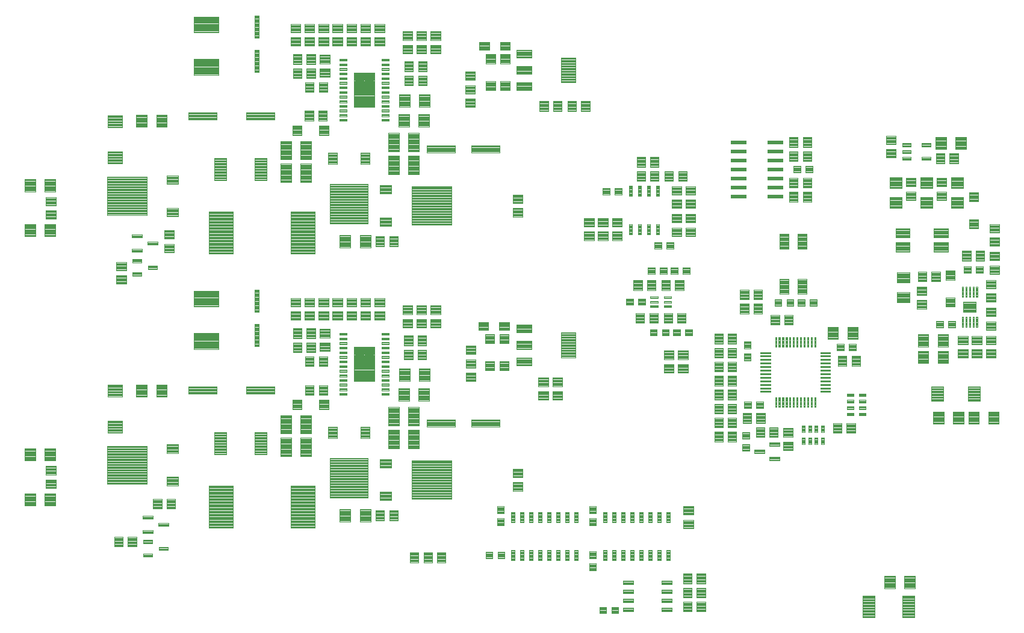
<source format=gtp>
G75*
%MOIN*%
%OFA0B0*%
%FSLAX25Y25*%
%IPPOS*%
%LPD*%
%AMOC8*
5,1,8,0,0,1.08239X$1,22.5*
%
%ADD10C,0.00394*%
%ADD11C,0.00409*%
%ADD12C,0.00402*%
%ADD13C,0.00408*%
%ADD14C,0.00396*%
%ADD15C,0.00378*%
%ADD16C,0.00425*%
%ADD17C,0.00400*%
%ADD18C,0.00348*%
%ADD19C,0.00100*%
%ADD20C,0.00433*%
%ADD21C,0.00387*%
%ADD22C,0.00413*%
%ADD23C,0.00386*%
%ADD24C,0.00372*%
%ADD25C,0.00362*%
%ADD26C,0.00390*%
%ADD27C,0.00384*%
%ADD28C,0.00406*%
%ADD29C,0.00423*%
D10*
X0489393Y0101554D02*
X0493329Y0101554D01*
X0493329Y0098012D01*
X0489393Y0098012D01*
X0489393Y0101554D01*
X0489393Y0098405D02*
X0493329Y0098405D01*
X0493329Y0098798D02*
X0489393Y0098798D01*
X0489393Y0099191D02*
X0493329Y0099191D01*
X0493329Y0099584D02*
X0489393Y0099584D01*
X0489393Y0099977D02*
X0493329Y0099977D01*
X0493329Y0100370D02*
X0489393Y0100370D01*
X0489393Y0100763D02*
X0493329Y0100763D01*
X0493329Y0101156D02*
X0489393Y0101156D01*
X0489393Y0101549D02*
X0493329Y0101549D01*
X0496086Y0101554D02*
X0500022Y0101554D01*
X0500022Y0098012D01*
X0496086Y0098012D01*
X0496086Y0101554D01*
X0496086Y0098405D02*
X0500022Y0098405D01*
X0500022Y0098798D02*
X0496086Y0098798D01*
X0496086Y0099191D02*
X0500022Y0099191D01*
X0500022Y0099584D02*
X0496086Y0099584D01*
X0496086Y0099977D02*
X0500022Y0099977D01*
X0500022Y0100370D02*
X0496086Y0100370D01*
X0496086Y0100763D02*
X0500022Y0100763D01*
X0500022Y0101156D02*
X0496086Y0101156D01*
X0496086Y0101549D02*
X0500022Y0101549D01*
X0495936Y0116219D02*
X0495936Y0120155D01*
X0499478Y0120155D01*
X0499478Y0116219D01*
X0495936Y0116219D01*
X0495936Y0116612D02*
X0499478Y0116612D01*
X0499478Y0117005D02*
X0495936Y0117005D01*
X0495936Y0117398D02*
X0499478Y0117398D01*
X0499478Y0117791D02*
X0495936Y0117791D01*
X0495936Y0118184D02*
X0499478Y0118184D01*
X0499478Y0118577D02*
X0495936Y0118577D01*
X0495936Y0118970D02*
X0499478Y0118970D01*
X0499478Y0119363D02*
X0495936Y0119363D01*
X0495936Y0119756D02*
X0499478Y0119756D01*
X0499478Y0120149D02*
X0495936Y0120149D01*
X0495936Y0122912D02*
X0495936Y0126848D01*
X0499478Y0126848D01*
X0499478Y0122912D01*
X0495936Y0122912D01*
X0495936Y0123305D02*
X0499478Y0123305D01*
X0499478Y0123698D02*
X0495936Y0123698D01*
X0495936Y0124091D02*
X0499478Y0124091D01*
X0499478Y0124484D02*
X0495936Y0124484D01*
X0495936Y0124877D02*
X0499478Y0124877D01*
X0499478Y0125270D02*
X0495936Y0125270D01*
X0495936Y0125663D02*
X0499478Y0125663D01*
X0499478Y0126056D02*
X0495936Y0126056D01*
X0495936Y0126449D02*
X0499478Y0126449D01*
X0499478Y0126842D02*
X0495936Y0126842D01*
X0546936Y0126848D02*
X0546936Y0122912D01*
X0546936Y0126848D02*
X0550478Y0126848D01*
X0550478Y0122912D01*
X0546936Y0122912D01*
X0546936Y0123305D02*
X0550478Y0123305D01*
X0550478Y0123698D02*
X0546936Y0123698D01*
X0546936Y0124091D02*
X0550478Y0124091D01*
X0550478Y0124484D02*
X0546936Y0124484D01*
X0546936Y0124877D02*
X0550478Y0124877D01*
X0550478Y0125270D02*
X0546936Y0125270D01*
X0546936Y0125663D02*
X0550478Y0125663D01*
X0550478Y0126056D02*
X0546936Y0126056D01*
X0546936Y0126449D02*
X0550478Y0126449D01*
X0550478Y0126842D02*
X0546936Y0126842D01*
X0546936Y0120155D02*
X0546936Y0116219D01*
X0546936Y0120155D02*
X0550478Y0120155D01*
X0550478Y0116219D01*
X0546936Y0116219D01*
X0546936Y0116612D02*
X0550478Y0116612D01*
X0550478Y0117005D02*
X0546936Y0117005D01*
X0546936Y0117398D02*
X0550478Y0117398D01*
X0550478Y0117791D02*
X0546936Y0117791D01*
X0546936Y0118184D02*
X0550478Y0118184D01*
X0550478Y0118577D02*
X0546936Y0118577D01*
X0546936Y0118970D02*
X0550478Y0118970D01*
X0550478Y0119363D02*
X0546936Y0119363D01*
X0546936Y0119756D02*
X0550478Y0119756D01*
X0550478Y0120149D02*
X0546936Y0120149D01*
X0546936Y0101848D02*
X0546936Y0097912D01*
X0546936Y0101848D02*
X0550478Y0101848D01*
X0550478Y0097912D01*
X0546936Y0097912D01*
X0546936Y0098305D02*
X0550478Y0098305D01*
X0550478Y0098698D02*
X0546936Y0098698D01*
X0546936Y0099091D02*
X0550478Y0099091D01*
X0550478Y0099484D02*
X0546936Y0099484D01*
X0546936Y0099877D02*
X0550478Y0099877D01*
X0550478Y0100270D02*
X0546936Y0100270D01*
X0546936Y0100663D02*
X0550478Y0100663D01*
X0550478Y0101056D02*
X0546936Y0101056D01*
X0546936Y0101449D02*
X0550478Y0101449D01*
X0550478Y0101842D02*
X0546936Y0101842D01*
X0546936Y0095155D02*
X0546936Y0091219D01*
X0546936Y0095155D02*
X0550478Y0095155D01*
X0550478Y0091219D01*
X0546936Y0091219D01*
X0546936Y0091612D02*
X0550478Y0091612D01*
X0550478Y0092005D02*
X0546936Y0092005D01*
X0546936Y0092398D02*
X0550478Y0092398D01*
X0550478Y0092791D02*
X0546936Y0092791D01*
X0546936Y0093184D02*
X0550478Y0093184D01*
X0550478Y0093577D02*
X0546936Y0093577D01*
X0546936Y0093970D02*
X0550478Y0093970D01*
X0550478Y0094363D02*
X0546936Y0094363D01*
X0546936Y0094756D02*
X0550478Y0094756D01*
X0550478Y0095149D02*
X0546936Y0095149D01*
X0552393Y0067512D02*
X0556329Y0067512D01*
X0552393Y0067512D02*
X0552393Y0071054D01*
X0556329Y0071054D01*
X0556329Y0067512D01*
X0556329Y0067905D02*
X0552393Y0067905D01*
X0552393Y0068298D02*
X0556329Y0068298D01*
X0556329Y0068691D02*
X0552393Y0068691D01*
X0552393Y0069084D02*
X0556329Y0069084D01*
X0556329Y0069477D02*
X0552393Y0069477D01*
X0552393Y0069870D02*
X0556329Y0069870D01*
X0556329Y0070263D02*
X0552393Y0070263D01*
X0552393Y0070656D02*
X0556329Y0070656D01*
X0556329Y0071049D02*
X0552393Y0071049D01*
X0559086Y0067512D02*
X0563022Y0067512D01*
X0559086Y0067512D02*
X0559086Y0071054D01*
X0563022Y0071054D01*
X0563022Y0067512D01*
X0563022Y0067905D02*
X0559086Y0067905D01*
X0559086Y0068298D02*
X0563022Y0068298D01*
X0563022Y0068691D02*
X0559086Y0068691D01*
X0559086Y0069084D02*
X0563022Y0069084D01*
X0563022Y0069477D02*
X0559086Y0069477D01*
X0559086Y0069870D02*
X0563022Y0069870D01*
X0563022Y0070263D02*
X0559086Y0070263D01*
X0559086Y0070656D02*
X0563022Y0070656D01*
X0563022Y0071049D02*
X0559086Y0071049D01*
X0635425Y0157666D02*
X0635425Y0161208D01*
X0635425Y0157666D02*
X0631489Y0157666D01*
X0631489Y0161208D01*
X0635425Y0161208D01*
X0635425Y0158059D02*
X0631489Y0158059D01*
X0631489Y0158452D02*
X0635425Y0158452D01*
X0635425Y0158845D02*
X0631489Y0158845D01*
X0631489Y0159238D02*
X0635425Y0159238D01*
X0635425Y0159631D02*
X0631489Y0159631D01*
X0631489Y0160024D02*
X0635425Y0160024D01*
X0635425Y0160417D02*
X0631489Y0160417D01*
X0631489Y0160810D02*
X0635425Y0160810D01*
X0635425Y0161203D02*
X0631489Y0161203D01*
X0635425Y0164359D02*
X0635425Y0167901D01*
X0635425Y0164359D02*
X0631489Y0164359D01*
X0631489Y0167901D01*
X0635425Y0167901D01*
X0635425Y0164752D02*
X0631489Y0164752D01*
X0631489Y0165145D02*
X0635425Y0165145D01*
X0635425Y0165538D02*
X0631489Y0165538D01*
X0631489Y0165931D02*
X0635425Y0165931D01*
X0635425Y0166324D02*
X0631489Y0166324D01*
X0631489Y0166717D02*
X0635425Y0166717D01*
X0635425Y0167110D02*
X0631489Y0167110D01*
X0631489Y0167503D02*
X0635425Y0167503D01*
X0635425Y0167896D02*
X0631489Y0167896D01*
X0632643Y0184804D02*
X0636579Y0184804D01*
X0636579Y0181262D01*
X0632643Y0181262D01*
X0632643Y0184804D01*
X0632643Y0181655D02*
X0636579Y0181655D01*
X0636579Y0182048D02*
X0632643Y0182048D01*
X0632643Y0182441D02*
X0636579Y0182441D01*
X0636579Y0182834D02*
X0632643Y0182834D01*
X0632643Y0183227D02*
X0636579Y0183227D01*
X0636579Y0183620D02*
X0632643Y0183620D01*
X0632643Y0184013D02*
X0636579Y0184013D01*
X0636579Y0184406D02*
X0632643Y0184406D01*
X0632643Y0184799D02*
X0636579Y0184799D01*
X0639336Y0184804D02*
X0643272Y0184804D01*
X0643272Y0181262D01*
X0639336Y0181262D01*
X0639336Y0184804D01*
X0639336Y0181655D02*
X0643272Y0181655D01*
X0643272Y0182048D02*
X0639336Y0182048D01*
X0639336Y0182441D02*
X0643272Y0182441D01*
X0643272Y0182834D02*
X0639336Y0182834D01*
X0639336Y0183227D02*
X0643272Y0183227D01*
X0643272Y0183620D02*
X0639336Y0183620D01*
X0639336Y0184013D02*
X0643272Y0184013D01*
X0643272Y0184406D02*
X0639336Y0184406D01*
X0639336Y0184799D02*
X0643272Y0184799D01*
X0664605Y0168109D02*
X0666179Y0168109D01*
X0664605Y0168109D02*
X0664605Y0171651D01*
X0666179Y0171651D01*
X0666179Y0168109D01*
X0666179Y0168502D02*
X0664605Y0168502D01*
X0664605Y0168895D02*
X0666179Y0168895D01*
X0666179Y0169288D02*
X0664605Y0169288D01*
X0664605Y0169681D02*
X0666179Y0169681D01*
X0666179Y0170074D02*
X0664605Y0170074D01*
X0664605Y0170467D02*
X0666179Y0170467D01*
X0666179Y0170860D02*
X0664605Y0170860D01*
X0664605Y0171253D02*
X0666179Y0171253D01*
X0666179Y0171646D02*
X0664605Y0171646D01*
X0668149Y0168109D02*
X0669723Y0168109D01*
X0668149Y0168109D02*
X0668149Y0171651D01*
X0669723Y0171651D01*
X0669723Y0168109D01*
X0669723Y0168502D02*
X0668149Y0168502D01*
X0668149Y0168895D02*
X0669723Y0168895D01*
X0669723Y0169288D02*
X0668149Y0169288D01*
X0668149Y0169681D02*
X0669723Y0169681D01*
X0669723Y0170074D02*
X0668149Y0170074D01*
X0668149Y0170467D02*
X0669723Y0170467D01*
X0669723Y0170860D02*
X0668149Y0170860D01*
X0668149Y0171253D02*
X0669723Y0171253D01*
X0669723Y0171646D02*
X0668149Y0171646D01*
X0671692Y0168109D02*
X0673266Y0168109D01*
X0671692Y0168109D02*
X0671692Y0171651D01*
X0673266Y0171651D01*
X0673266Y0168109D01*
X0673266Y0168502D02*
X0671692Y0168502D01*
X0671692Y0168895D02*
X0673266Y0168895D01*
X0673266Y0169288D02*
X0671692Y0169288D01*
X0671692Y0169681D02*
X0673266Y0169681D01*
X0673266Y0170074D02*
X0671692Y0170074D01*
X0671692Y0170467D02*
X0673266Y0170467D01*
X0673266Y0170860D02*
X0671692Y0170860D01*
X0671692Y0171253D02*
X0673266Y0171253D01*
X0673266Y0171646D02*
X0671692Y0171646D01*
X0675235Y0168109D02*
X0676809Y0168109D01*
X0675235Y0168109D02*
X0675235Y0171651D01*
X0676809Y0171651D01*
X0676809Y0168109D01*
X0676809Y0168502D02*
X0675235Y0168502D01*
X0675235Y0168895D02*
X0676809Y0168895D01*
X0676809Y0169288D02*
X0675235Y0169288D01*
X0675235Y0169681D02*
X0676809Y0169681D01*
X0676809Y0170074D02*
X0675235Y0170074D01*
X0675235Y0170467D02*
X0676809Y0170467D01*
X0676809Y0170860D02*
X0675235Y0170860D01*
X0675235Y0171253D02*
X0676809Y0171253D01*
X0676809Y0171646D02*
X0675235Y0171646D01*
X0675235Y0161416D02*
X0676809Y0161416D01*
X0675235Y0161416D02*
X0675235Y0164958D01*
X0676809Y0164958D01*
X0676809Y0161416D01*
X0676809Y0161809D02*
X0675235Y0161809D01*
X0675235Y0162202D02*
X0676809Y0162202D01*
X0676809Y0162595D02*
X0675235Y0162595D01*
X0675235Y0162988D02*
X0676809Y0162988D01*
X0676809Y0163381D02*
X0675235Y0163381D01*
X0675235Y0163774D02*
X0676809Y0163774D01*
X0676809Y0164167D02*
X0675235Y0164167D01*
X0675235Y0164560D02*
X0676809Y0164560D01*
X0676809Y0164953D02*
X0675235Y0164953D01*
X0673266Y0161416D02*
X0671692Y0161416D01*
X0671692Y0164958D01*
X0673266Y0164958D01*
X0673266Y0161416D01*
X0673266Y0161809D02*
X0671692Y0161809D01*
X0671692Y0162202D02*
X0673266Y0162202D01*
X0673266Y0162595D02*
X0671692Y0162595D01*
X0671692Y0162988D02*
X0673266Y0162988D01*
X0673266Y0163381D02*
X0671692Y0163381D01*
X0671692Y0163774D02*
X0673266Y0163774D01*
X0673266Y0164167D02*
X0671692Y0164167D01*
X0671692Y0164560D02*
X0673266Y0164560D01*
X0673266Y0164953D02*
X0671692Y0164953D01*
X0669723Y0161416D02*
X0668149Y0161416D01*
X0668149Y0164958D01*
X0669723Y0164958D01*
X0669723Y0161416D01*
X0669723Y0161809D02*
X0668149Y0161809D01*
X0668149Y0162202D02*
X0669723Y0162202D01*
X0669723Y0162595D02*
X0668149Y0162595D01*
X0668149Y0162988D02*
X0669723Y0162988D01*
X0669723Y0163381D02*
X0668149Y0163381D01*
X0668149Y0163774D02*
X0669723Y0163774D01*
X0669723Y0164167D02*
X0668149Y0164167D01*
X0668149Y0164560D02*
X0669723Y0164560D01*
X0669723Y0164953D02*
X0668149Y0164953D01*
X0666179Y0161416D02*
X0664605Y0161416D01*
X0664605Y0164958D01*
X0666179Y0164958D01*
X0666179Y0161416D01*
X0666179Y0161809D02*
X0664605Y0161809D01*
X0664605Y0162202D02*
X0666179Y0162202D01*
X0666179Y0162595D02*
X0664605Y0162595D01*
X0664605Y0162988D02*
X0666179Y0162988D01*
X0666179Y0163381D02*
X0664605Y0163381D01*
X0664605Y0163774D02*
X0666179Y0163774D01*
X0666179Y0164167D02*
X0664605Y0164167D01*
X0664605Y0164560D02*
X0666179Y0164560D01*
X0666179Y0164953D02*
X0664605Y0164953D01*
X0689590Y0177182D02*
X0689590Y0178756D01*
X0693132Y0178756D01*
X0693132Y0177182D01*
X0689590Y0177182D01*
X0689590Y0177575D02*
X0693132Y0177575D01*
X0693132Y0177968D02*
X0689590Y0177968D01*
X0689590Y0178361D02*
X0693132Y0178361D01*
X0693132Y0178754D02*
X0689590Y0178754D01*
X0689590Y0180725D02*
X0689590Y0182299D01*
X0693132Y0182299D01*
X0693132Y0180725D01*
X0689590Y0180725D01*
X0689590Y0181118D02*
X0693132Y0181118D01*
X0693132Y0181511D02*
X0689590Y0181511D01*
X0689590Y0181904D02*
X0693132Y0181904D01*
X0693132Y0182297D02*
X0689590Y0182297D01*
X0689590Y0184268D02*
X0689590Y0185842D01*
X0693132Y0185842D01*
X0693132Y0184268D01*
X0689590Y0184268D01*
X0689590Y0184661D02*
X0693132Y0184661D01*
X0693132Y0185054D02*
X0689590Y0185054D01*
X0689590Y0185447D02*
X0693132Y0185447D01*
X0693132Y0185840D02*
X0689590Y0185840D01*
X0689590Y0187811D02*
X0689590Y0189385D01*
X0693132Y0189385D01*
X0693132Y0187811D01*
X0689590Y0187811D01*
X0689590Y0188204D02*
X0693132Y0188204D01*
X0693132Y0188597D02*
X0689590Y0188597D01*
X0689590Y0188990D02*
X0693132Y0188990D01*
X0693132Y0189383D02*
X0689590Y0189383D01*
X0696283Y0189385D02*
X0696283Y0187811D01*
X0696283Y0189385D02*
X0699825Y0189385D01*
X0699825Y0187811D01*
X0696283Y0187811D01*
X0696283Y0188204D02*
X0699825Y0188204D01*
X0699825Y0188597D02*
X0696283Y0188597D01*
X0696283Y0188990D02*
X0699825Y0188990D01*
X0699825Y0189383D02*
X0696283Y0189383D01*
X0696283Y0185842D02*
X0696283Y0184268D01*
X0696283Y0185842D02*
X0699825Y0185842D01*
X0699825Y0184268D01*
X0696283Y0184268D01*
X0696283Y0184661D02*
X0699825Y0184661D01*
X0699825Y0185054D02*
X0696283Y0185054D01*
X0696283Y0185447D02*
X0699825Y0185447D01*
X0699825Y0185840D02*
X0696283Y0185840D01*
X0696283Y0182299D02*
X0696283Y0180725D01*
X0696283Y0182299D02*
X0699825Y0182299D01*
X0699825Y0180725D01*
X0696283Y0180725D01*
X0696283Y0181118D02*
X0699825Y0181118D01*
X0699825Y0181511D02*
X0696283Y0181511D01*
X0696283Y0181904D02*
X0699825Y0181904D01*
X0699825Y0182297D02*
X0696283Y0182297D01*
X0696283Y0178756D02*
X0696283Y0177182D01*
X0696283Y0178756D02*
X0699825Y0178756D01*
X0699825Y0177182D01*
X0696283Y0177182D01*
X0696283Y0177575D02*
X0699825Y0177575D01*
X0699825Y0177968D02*
X0696283Y0177968D01*
X0696283Y0178361D02*
X0699825Y0178361D01*
X0699825Y0178754D02*
X0696283Y0178754D01*
X0632686Y0207719D02*
X0632686Y0211655D01*
X0636228Y0211655D01*
X0636228Y0207719D01*
X0632686Y0207719D01*
X0632686Y0208112D02*
X0636228Y0208112D01*
X0636228Y0208505D02*
X0632686Y0208505D01*
X0632686Y0208898D02*
X0636228Y0208898D01*
X0636228Y0209291D02*
X0632686Y0209291D01*
X0632686Y0209684D02*
X0636228Y0209684D01*
X0636228Y0210077D02*
X0632686Y0210077D01*
X0632686Y0210470D02*
X0636228Y0210470D01*
X0636228Y0210863D02*
X0632686Y0210863D01*
X0632686Y0211256D02*
X0636228Y0211256D01*
X0636228Y0211649D02*
X0632686Y0211649D01*
X0632686Y0214412D02*
X0632686Y0218348D01*
X0636228Y0218348D01*
X0636228Y0214412D01*
X0632686Y0214412D01*
X0632686Y0214805D02*
X0636228Y0214805D01*
X0636228Y0215198D02*
X0632686Y0215198D01*
X0632686Y0215591D02*
X0636228Y0215591D01*
X0636228Y0215984D02*
X0632686Y0215984D01*
X0632686Y0216377D02*
X0636228Y0216377D01*
X0636228Y0216770D02*
X0632686Y0216770D01*
X0632686Y0217163D02*
X0636228Y0217163D01*
X0636228Y0217556D02*
X0632686Y0217556D01*
X0632686Y0217949D02*
X0636228Y0217949D01*
X0636228Y0218342D02*
X0632686Y0218342D01*
X0603772Y0221512D02*
X0599836Y0221512D01*
X0599836Y0225054D01*
X0603772Y0225054D01*
X0603772Y0221512D01*
X0603772Y0221905D02*
X0599836Y0221905D01*
X0599836Y0222298D02*
X0603772Y0222298D01*
X0603772Y0222691D02*
X0599836Y0222691D01*
X0599836Y0223084D02*
X0603772Y0223084D01*
X0603772Y0223477D02*
X0599836Y0223477D01*
X0599836Y0223870D02*
X0603772Y0223870D01*
X0603772Y0224263D02*
X0599836Y0224263D01*
X0599836Y0224656D02*
X0603772Y0224656D01*
X0603772Y0225049D02*
X0599836Y0225049D01*
X0597079Y0221512D02*
X0593143Y0221512D01*
X0593143Y0225054D01*
X0597079Y0225054D01*
X0597079Y0221512D01*
X0597079Y0221905D02*
X0593143Y0221905D01*
X0593143Y0222298D02*
X0597079Y0222298D01*
X0597079Y0222691D02*
X0593143Y0222691D01*
X0593143Y0223084D02*
X0597079Y0223084D01*
X0597079Y0223477D02*
X0593143Y0223477D01*
X0593143Y0223870D02*
X0597079Y0223870D01*
X0597079Y0224263D02*
X0593143Y0224263D01*
X0593143Y0224656D02*
X0597079Y0224656D01*
X0597079Y0225049D02*
X0593143Y0225049D01*
X0591022Y0225054D02*
X0587086Y0225054D01*
X0591022Y0225054D02*
X0591022Y0221512D01*
X0587086Y0221512D01*
X0587086Y0225054D01*
X0587086Y0221905D02*
X0591022Y0221905D01*
X0591022Y0222298D02*
X0587086Y0222298D01*
X0587086Y0222691D02*
X0591022Y0222691D01*
X0591022Y0223084D02*
X0587086Y0223084D01*
X0587086Y0223477D02*
X0591022Y0223477D01*
X0591022Y0223870D02*
X0587086Y0223870D01*
X0587086Y0224263D02*
X0591022Y0224263D01*
X0591022Y0224656D02*
X0587086Y0224656D01*
X0587086Y0225049D02*
X0591022Y0225049D01*
X0584329Y0225054D02*
X0580393Y0225054D01*
X0584329Y0225054D02*
X0584329Y0221512D01*
X0580393Y0221512D01*
X0580393Y0225054D01*
X0580393Y0221905D02*
X0584329Y0221905D01*
X0584329Y0222298D02*
X0580393Y0222298D01*
X0580393Y0222691D02*
X0584329Y0222691D01*
X0584329Y0223084D02*
X0580393Y0223084D01*
X0580393Y0223477D02*
X0584329Y0223477D01*
X0584329Y0223870D02*
X0580393Y0223870D01*
X0580393Y0224263D02*
X0584329Y0224263D01*
X0584329Y0224656D02*
X0580393Y0224656D01*
X0580393Y0225049D02*
X0584329Y0225049D01*
X0577772Y0242054D02*
X0573836Y0242054D01*
X0577772Y0242054D02*
X0577772Y0238512D01*
X0573836Y0238512D01*
X0573836Y0242054D01*
X0573836Y0238905D02*
X0577772Y0238905D01*
X0577772Y0239298D02*
X0573836Y0239298D01*
X0573836Y0239691D02*
X0577772Y0239691D01*
X0577772Y0240084D02*
X0573836Y0240084D01*
X0573836Y0240477D02*
X0577772Y0240477D01*
X0577772Y0240870D02*
X0573836Y0240870D01*
X0573836Y0241263D02*
X0577772Y0241263D01*
X0577772Y0241656D02*
X0573836Y0241656D01*
X0573836Y0242049D02*
X0577772Y0242049D01*
X0571079Y0242054D02*
X0567143Y0242054D01*
X0571079Y0242054D02*
X0571079Y0238512D01*
X0567143Y0238512D01*
X0567143Y0242054D01*
X0567143Y0238905D02*
X0571079Y0238905D01*
X0571079Y0239298D02*
X0567143Y0239298D01*
X0567143Y0239691D02*
X0571079Y0239691D01*
X0571079Y0240084D02*
X0567143Y0240084D01*
X0567143Y0240477D02*
X0571079Y0240477D01*
X0571079Y0240870D02*
X0567143Y0240870D01*
X0567143Y0241263D02*
X0571079Y0241263D01*
X0571079Y0241656D02*
X0567143Y0241656D01*
X0567143Y0242049D02*
X0571079Y0242049D01*
X0579143Y0259304D02*
X0583079Y0259304D01*
X0583079Y0255762D01*
X0579143Y0255762D01*
X0579143Y0259304D01*
X0579143Y0256155D02*
X0583079Y0256155D01*
X0583079Y0256548D02*
X0579143Y0256548D01*
X0579143Y0256941D02*
X0583079Y0256941D01*
X0583079Y0257334D02*
X0579143Y0257334D01*
X0579143Y0257727D02*
X0583079Y0257727D01*
X0583079Y0258120D02*
X0579143Y0258120D01*
X0579143Y0258513D02*
X0583079Y0258513D01*
X0583079Y0258906D02*
X0579143Y0258906D01*
X0579143Y0259299D02*
X0583079Y0259299D01*
X0585836Y0259304D02*
X0589772Y0259304D01*
X0589772Y0255762D01*
X0585836Y0255762D01*
X0585836Y0259304D01*
X0585836Y0256155D02*
X0589772Y0256155D01*
X0589772Y0256548D02*
X0585836Y0256548D01*
X0585836Y0256941D02*
X0589772Y0256941D01*
X0589772Y0257334D02*
X0585836Y0257334D01*
X0585836Y0257727D02*
X0589772Y0257727D01*
X0589772Y0258120D02*
X0585836Y0258120D01*
X0585836Y0258513D02*
X0589772Y0258513D01*
X0589772Y0258906D02*
X0585836Y0258906D01*
X0585836Y0259299D02*
X0589772Y0259299D01*
X0591893Y0255762D02*
X0595829Y0255762D01*
X0591893Y0255762D02*
X0591893Y0259304D01*
X0595829Y0259304D01*
X0595829Y0255762D01*
X0595829Y0256155D02*
X0591893Y0256155D01*
X0591893Y0256548D02*
X0595829Y0256548D01*
X0595829Y0256941D02*
X0591893Y0256941D01*
X0591893Y0257334D02*
X0595829Y0257334D01*
X0595829Y0257727D02*
X0591893Y0257727D01*
X0591893Y0258120D02*
X0595829Y0258120D01*
X0595829Y0258513D02*
X0591893Y0258513D01*
X0591893Y0258906D02*
X0595829Y0258906D01*
X0595829Y0259299D02*
X0591893Y0259299D01*
X0598586Y0255762D02*
X0602522Y0255762D01*
X0598586Y0255762D02*
X0598586Y0259304D01*
X0602522Y0259304D01*
X0602522Y0255762D01*
X0602522Y0256155D02*
X0598586Y0256155D01*
X0598586Y0256548D02*
X0602522Y0256548D01*
X0602522Y0256941D02*
X0598586Y0256941D01*
X0598586Y0257334D02*
X0602522Y0257334D01*
X0602522Y0257727D02*
X0598586Y0257727D01*
X0598586Y0258120D02*
X0602522Y0258120D01*
X0602522Y0258513D02*
X0598586Y0258513D01*
X0598586Y0258906D02*
X0602522Y0258906D01*
X0602522Y0259299D02*
X0598586Y0259299D01*
X0593522Y0273304D02*
X0589586Y0273304D01*
X0593522Y0273304D02*
X0593522Y0269762D01*
X0589586Y0269762D01*
X0589586Y0273304D01*
X0589586Y0270155D02*
X0593522Y0270155D01*
X0593522Y0270548D02*
X0589586Y0270548D01*
X0589586Y0270941D02*
X0593522Y0270941D01*
X0593522Y0271334D02*
X0589586Y0271334D01*
X0589586Y0271727D02*
X0593522Y0271727D01*
X0593522Y0272120D02*
X0589586Y0272120D01*
X0589586Y0272513D02*
X0593522Y0272513D01*
X0593522Y0272906D02*
X0589586Y0272906D01*
X0589586Y0273299D02*
X0593522Y0273299D01*
X0586829Y0273304D02*
X0582893Y0273304D01*
X0586829Y0273304D02*
X0586829Y0269762D01*
X0582893Y0269762D01*
X0582893Y0273304D01*
X0582893Y0270155D02*
X0586829Y0270155D01*
X0586829Y0270548D02*
X0582893Y0270548D01*
X0582893Y0270941D02*
X0586829Y0270941D01*
X0586829Y0271334D02*
X0582893Y0271334D01*
X0582893Y0271727D02*
X0586829Y0271727D01*
X0586829Y0272120D02*
X0582893Y0272120D01*
X0582893Y0272513D02*
X0586829Y0272513D01*
X0586829Y0272906D02*
X0582893Y0272906D01*
X0582893Y0273299D02*
X0586829Y0273299D01*
X0564772Y0303304D02*
X0560836Y0303304D01*
X0564772Y0303304D02*
X0564772Y0299762D01*
X0560836Y0299762D01*
X0560836Y0303304D01*
X0560836Y0300155D02*
X0564772Y0300155D01*
X0564772Y0300548D02*
X0560836Y0300548D01*
X0560836Y0300941D02*
X0564772Y0300941D01*
X0564772Y0301334D02*
X0560836Y0301334D01*
X0560836Y0301727D02*
X0564772Y0301727D01*
X0564772Y0302120D02*
X0560836Y0302120D01*
X0560836Y0302513D02*
X0564772Y0302513D01*
X0564772Y0302906D02*
X0560836Y0302906D01*
X0560836Y0303299D02*
X0564772Y0303299D01*
X0558079Y0303304D02*
X0554143Y0303304D01*
X0558079Y0303304D02*
X0558079Y0299762D01*
X0554143Y0299762D01*
X0554143Y0303304D01*
X0554143Y0300155D02*
X0558079Y0300155D01*
X0558079Y0300548D02*
X0554143Y0300548D01*
X0554143Y0300941D02*
X0558079Y0300941D01*
X0558079Y0301334D02*
X0554143Y0301334D01*
X0554143Y0301727D02*
X0558079Y0301727D01*
X0558079Y0302120D02*
X0554143Y0302120D01*
X0554143Y0302513D02*
X0558079Y0302513D01*
X0558079Y0302906D02*
X0554143Y0302906D01*
X0554143Y0303299D02*
X0558079Y0303299D01*
X0659893Y0312012D02*
X0663829Y0312012D01*
X0659893Y0312012D02*
X0659893Y0315554D01*
X0663829Y0315554D01*
X0663829Y0312012D01*
X0663829Y0312405D02*
X0659893Y0312405D01*
X0659893Y0312798D02*
X0663829Y0312798D01*
X0663829Y0313191D02*
X0659893Y0313191D01*
X0659893Y0313584D02*
X0663829Y0313584D01*
X0663829Y0313977D02*
X0659893Y0313977D01*
X0659893Y0314370D02*
X0663829Y0314370D01*
X0663829Y0314763D02*
X0659893Y0314763D01*
X0659893Y0315156D02*
X0663829Y0315156D01*
X0663829Y0315549D02*
X0659893Y0315549D01*
X0666586Y0312012D02*
X0670522Y0312012D01*
X0666586Y0312012D02*
X0666586Y0315554D01*
X0670522Y0315554D01*
X0670522Y0312012D01*
X0670522Y0312405D02*
X0666586Y0312405D01*
X0666586Y0312798D02*
X0670522Y0312798D01*
X0670522Y0313191D02*
X0666586Y0313191D01*
X0666586Y0313584D02*
X0670522Y0313584D01*
X0670522Y0313977D02*
X0666586Y0313977D01*
X0666586Y0314370D02*
X0670522Y0314370D01*
X0670522Y0314763D02*
X0666586Y0314763D01*
X0666586Y0315156D02*
X0670522Y0315156D01*
X0670522Y0315549D02*
X0666586Y0315549D01*
X0754143Y0256262D02*
X0758079Y0256262D01*
X0754143Y0256262D02*
X0754143Y0259804D01*
X0758079Y0259804D01*
X0758079Y0256262D01*
X0758079Y0256655D02*
X0754143Y0256655D01*
X0754143Y0257048D02*
X0758079Y0257048D01*
X0758079Y0257441D02*
X0754143Y0257441D01*
X0754143Y0257834D02*
X0758079Y0257834D01*
X0758079Y0258227D02*
X0754143Y0258227D01*
X0754143Y0258620D02*
X0758079Y0258620D01*
X0758079Y0259013D02*
X0754143Y0259013D01*
X0754143Y0259406D02*
X0758079Y0259406D01*
X0758079Y0259799D02*
X0754143Y0259799D01*
X0760836Y0256262D02*
X0764772Y0256262D01*
X0760836Y0256262D02*
X0760836Y0259804D01*
X0764772Y0259804D01*
X0764772Y0256262D01*
X0764772Y0256655D02*
X0760836Y0256655D01*
X0760836Y0257048D02*
X0764772Y0257048D01*
X0764772Y0257441D02*
X0760836Y0257441D01*
X0760836Y0257834D02*
X0764772Y0257834D01*
X0764772Y0258227D02*
X0760836Y0258227D01*
X0760836Y0258620D02*
X0764772Y0258620D01*
X0764772Y0259013D02*
X0760836Y0259013D01*
X0760836Y0259406D02*
X0764772Y0259406D01*
X0764772Y0259799D02*
X0760836Y0259799D01*
X0749522Y0226012D02*
X0745586Y0226012D01*
X0745586Y0229554D01*
X0749522Y0229554D01*
X0749522Y0226012D01*
X0749522Y0226405D02*
X0745586Y0226405D01*
X0745586Y0226798D02*
X0749522Y0226798D01*
X0749522Y0227191D02*
X0745586Y0227191D01*
X0745586Y0227584D02*
X0749522Y0227584D01*
X0749522Y0227977D02*
X0745586Y0227977D01*
X0745586Y0228370D02*
X0749522Y0228370D01*
X0749522Y0228763D02*
X0745586Y0228763D01*
X0745586Y0229156D02*
X0749522Y0229156D01*
X0749522Y0229549D02*
X0745586Y0229549D01*
X0742829Y0226012D02*
X0738893Y0226012D01*
X0738893Y0229554D01*
X0742829Y0229554D01*
X0742829Y0226012D01*
X0742829Y0226405D02*
X0738893Y0226405D01*
X0738893Y0226798D02*
X0742829Y0226798D01*
X0742829Y0227191D02*
X0738893Y0227191D01*
X0738893Y0227584D02*
X0742829Y0227584D01*
X0742829Y0227977D02*
X0738893Y0227977D01*
X0738893Y0228370D02*
X0742829Y0228370D01*
X0742829Y0228763D02*
X0738893Y0228763D01*
X0738893Y0229156D02*
X0742829Y0229156D01*
X0742829Y0229549D02*
X0738893Y0229549D01*
X0694522Y0216804D02*
X0690586Y0216804D01*
X0694522Y0216804D02*
X0694522Y0213262D01*
X0690586Y0213262D01*
X0690586Y0216804D01*
X0690586Y0213655D02*
X0694522Y0213655D01*
X0694522Y0214048D02*
X0690586Y0214048D01*
X0690586Y0214441D02*
X0694522Y0214441D01*
X0694522Y0214834D02*
X0690586Y0214834D01*
X0690586Y0215227D02*
X0694522Y0215227D01*
X0694522Y0215620D02*
X0690586Y0215620D01*
X0690586Y0216013D02*
X0694522Y0216013D01*
X0694522Y0216406D02*
X0690586Y0216406D01*
X0690586Y0216799D02*
X0694522Y0216799D01*
X0687829Y0216804D02*
X0683893Y0216804D01*
X0687829Y0216804D02*
X0687829Y0213262D01*
X0683893Y0213262D01*
X0683893Y0216804D01*
X0683893Y0213655D02*
X0687829Y0213655D01*
X0687829Y0214048D02*
X0683893Y0214048D01*
X0683893Y0214441D02*
X0687829Y0214441D01*
X0687829Y0214834D02*
X0683893Y0214834D01*
X0683893Y0215227D02*
X0687829Y0215227D01*
X0687829Y0215620D02*
X0683893Y0215620D01*
X0683893Y0216013D02*
X0687829Y0216013D01*
X0687829Y0216406D02*
X0683893Y0216406D01*
X0683893Y0216799D02*
X0687829Y0216799D01*
X0672772Y0241554D02*
X0668836Y0241554D01*
X0672772Y0241554D02*
X0672772Y0238012D01*
X0668836Y0238012D01*
X0668836Y0241554D01*
X0668836Y0238405D02*
X0672772Y0238405D01*
X0672772Y0238798D02*
X0668836Y0238798D01*
X0668836Y0239191D02*
X0672772Y0239191D01*
X0672772Y0239584D02*
X0668836Y0239584D01*
X0668836Y0239977D02*
X0672772Y0239977D01*
X0672772Y0240370D02*
X0668836Y0240370D01*
X0668836Y0240763D02*
X0672772Y0240763D01*
X0672772Y0241156D02*
X0668836Y0241156D01*
X0668836Y0241549D02*
X0672772Y0241549D01*
X0666079Y0241554D02*
X0662143Y0241554D01*
X0666079Y0241554D02*
X0666079Y0238012D01*
X0662143Y0238012D01*
X0662143Y0241554D01*
X0662143Y0238405D02*
X0666079Y0238405D01*
X0666079Y0238798D02*
X0662143Y0238798D01*
X0662143Y0239191D02*
X0666079Y0239191D01*
X0666079Y0239584D02*
X0662143Y0239584D01*
X0662143Y0239977D02*
X0666079Y0239977D01*
X0666079Y0240370D02*
X0662143Y0240370D01*
X0662143Y0240763D02*
X0666079Y0240763D01*
X0666079Y0241156D02*
X0662143Y0241156D01*
X0662143Y0241549D02*
X0666079Y0241549D01*
X0660022Y0238012D02*
X0656086Y0238012D01*
X0656086Y0241554D01*
X0660022Y0241554D01*
X0660022Y0238012D01*
X0660022Y0238405D02*
X0656086Y0238405D01*
X0656086Y0238798D02*
X0660022Y0238798D01*
X0660022Y0239191D02*
X0656086Y0239191D01*
X0656086Y0239584D02*
X0660022Y0239584D01*
X0660022Y0239977D02*
X0656086Y0239977D01*
X0656086Y0240370D02*
X0660022Y0240370D01*
X0660022Y0240763D02*
X0656086Y0240763D01*
X0656086Y0241156D02*
X0660022Y0241156D01*
X0660022Y0241549D02*
X0656086Y0241549D01*
X0653329Y0238012D02*
X0649393Y0238012D01*
X0649393Y0241554D01*
X0653329Y0241554D01*
X0653329Y0238012D01*
X0653329Y0238405D02*
X0649393Y0238405D01*
X0649393Y0238798D02*
X0653329Y0238798D01*
X0653329Y0239191D02*
X0649393Y0239191D01*
X0649393Y0239584D02*
X0653329Y0239584D01*
X0653329Y0239977D02*
X0649393Y0239977D01*
X0649393Y0240370D02*
X0653329Y0240370D01*
X0653329Y0240763D02*
X0649393Y0240763D01*
X0649393Y0241156D02*
X0653329Y0241156D01*
X0653329Y0241549D02*
X0649393Y0241549D01*
D11*
X0642553Y0241534D02*
X0637843Y0241534D01*
X0637843Y0247032D01*
X0642553Y0247032D01*
X0642553Y0241534D01*
X0642553Y0241942D02*
X0637843Y0241942D01*
X0637843Y0242350D02*
X0642553Y0242350D01*
X0642553Y0242758D02*
X0637843Y0242758D01*
X0637843Y0243166D02*
X0642553Y0243166D01*
X0642553Y0243574D02*
X0637843Y0243574D01*
X0637843Y0243982D02*
X0642553Y0243982D01*
X0642553Y0244390D02*
X0637843Y0244390D01*
X0637843Y0244798D02*
X0642553Y0244798D01*
X0642553Y0245206D02*
X0637843Y0245206D01*
X0637843Y0245614D02*
X0642553Y0245614D01*
X0642553Y0246022D02*
X0637843Y0246022D01*
X0637843Y0246430D02*
X0642553Y0246430D01*
X0642553Y0246838D02*
X0637843Y0246838D01*
X0635072Y0241534D02*
X0630362Y0241534D01*
X0630362Y0247032D01*
X0635072Y0247032D01*
X0635072Y0241534D01*
X0635072Y0241942D02*
X0630362Y0241942D01*
X0630362Y0242350D02*
X0635072Y0242350D01*
X0635072Y0242758D02*
X0630362Y0242758D01*
X0630362Y0243166D02*
X0635072Y0243166D01*
X0635072Y0243574D02*
X0630362Y0243574D01*
X0630362Y0243982D02*
X0635072Y0243982D01*
X0635072Y0244390D02*
X0630362Y0244390D01*
X0630362Y0244798D02*
X0635072Y0244798D01*
X0635072Y0245206D02*
X0630362Y0245206D01*
X0630362Y0245614D02*
X0635072Y0245614D01*
X0635072Y0246022D02*
X0630362Y0246022D01*
X0630362Y0246430D02*
X0635072Y0246430D01*
X0635072Y0246838D02*
X0630362Y0246838D01*
X0630362Y0239282D02*
X0635072Y0239282D01*
X0635072Y0233784D01*
X0630362Y0233784D01*
X0630362Y0239282D01*
X0630362Y0234192D02*
X0635072Y0234192D01*
X0635072Y0234600D02*
X0630362Y0234600D01*
X0630362Y0235008D02*
X0635072Y0235008D01*
X0635072Y0235416D02*
X0630362Y0235416D01*
X0630362Y0235824D02*
X0635072Y0235824D01*
X0635072Y0236232D02*
X0630362Y0236232D01*
X0630362Y0236640D02*
X0635072Y0236640D01*
X0635072Y0237048D02*
X0630362Y0237048D01*
X0630362Y0237456D02*
X0635072Y0237456D01*
X0635072Y0237864D02*
X0630362Y0237864D01*
X0630362Y0238272D02*
X0635072Y0238272D01*
X0635072Y0238680D02*
X0630362Y0238680D01*
X0630362Y0239088D02*
X0635072Y0239088D01*
X0637843Y0239282D02*
X0642553Y0239282D01*
X0642553Y0233784D01*
X0637843Y0233784D01*
X0637843Y0239282D01*
X0637843Y0234192D02*
X0642553Y0234192D01*
X0642553Y0234600D02*
X0637843Y0234600D01*
X0637843Y0235008D02*
X0642553Y0235008D01*
X0642553Y0235416D02*
X0637843Y0235416D01*
X0637843Y0235824D02*
X0642553Y0235824D01*
X0642553Y0236232D02*
X0637843Y0236232D01*
X0637843Y0236640D02*
X0642553Y0236640D01*
X0642553Y0237048D02*
X0637843Y0237048D01*
X0637843Y0237456D02*
X0642553Y0237456D01*
X0642553Y0237864D02*
X0637843Y0237864D01*
X0637843Y0238272D02*
X0642553Y0238272D01*
X0642553Y0238680D02*
X0637843Y0238680D01*
X0637843Y0239088D02*
X0642553Y0239088D01*
X0647362Y0233032D02*
X0652072Y0233032D01*
X0652072Y0227534D01*
X0647362Y0227534D01*
X0647362Y0233032D01*
X0647362Y0227942D02*
X0652072Y0227942D01*
X0652072Y0228350D02*
X0647362Y0228350D01*
X0647362Y0228758D02*
X0652072Y0228758D01*
X0652072Y0229166D02*
X0647362Y0229166D01*
X0647362Y0229574D02*
X0652072Y0229574D01*
X0652072Y0229982D02*
X0647362Y0229982D01*
X0647362Y0230390D02*
X0652072Y0230390D01*
X0652072Y0230798D02*
X0647362Y0230798D01*
X0647362Y0231206D02*
X0652072Y0231206D01*
X0652072Y0231614D02*
X0647362Y0231614D01*
X0647362Y0232022D02*
X0652072Y0232022D01*
X0652072Y0232430D02*
X0647362Y0232430D01*
X0647362Y0232838D02*
X0652072Y0232838D01*
X0654843Y0233032D02*
X0659553Y0233032D01*
X0659553Y0227534D01*
X0654843Y0227534D01*
X0654843Y0233032D01*
X0654843Y0227942D02*
X0659553Y0227942D01*
X0659553Y0228350D02*
X0654843Y0228350D01*
X0654843Y0228758D02*
X0659553Y0228758D01*
X0659553Y0229166D02*
X0654843Y0229166D01*
X0654843Y0229574D02*
X0659553Y0229574D01*
X0659553Y0229982D02*
X0654843Y0229982D01*
X0654843Y0230390D02*
X0659553Y0230390D01*
X0659553Y0230798D02*
X0654843Y0230798D01*
X0654843Y0231206D02*
X0659553Y0231206D01*
X0659553Y0231614D02*
X0654843Y0231614D01*
X0654843Y0232022D02*
X0659553Y0232022D01*
X0659553Y0232430D02*
X0654843Y0232430D01*
X0654843Y0232838D02*
X0659553Y0232838D01*
X0628303Y0222532D02*
X0623593Y0222532D01*
X0628303Y0222532D02*
X0628303Y0217034D01*
X0623593Y0217034D01*
X0623593Y0222532D01*
X0623593Y0217442D02*
X0628303Y0217442D01*
X0628303Y0217850D02*
X0623593Y0217850D01*
X0623593Y0218258D02*
X0628303Y0218258D01*
X0628303Y0218666D02*
X0623593Y0218666D01*
X0623593Y0219074D02*
X0628303Y0219074D01*
X0628303Y0219482D02*
X0623593Y0219482D01*
X0623593Y0219890D02*
X0628303Y0219890D01*
X0628303Y0220298D02*
X0623593Y0220298D01*
X0623593Y0220706D02*
X0628303Y0220706D01*
X0628303Y0221114D02*
X0623593Y0221114D01*
X0623593Y0221522D02*
X0628303Y0221522D01*
X0628303Y0221930D02*
X0623593Y0221930D01*
X0623593Y0222338D02*
X0628303Y0222338D01*
X0620822Y0222532D02*
X0616112Y0222532D01*
X0620822Y0222532D02*
X0620822Y0217034D01*
X0616112Y0217034D01*
X0616112Y0222532D01*
X0616112Y0217442D02*
X0620822Y0217442D01*
X0620822Y0217850D02*
X0616112Y0217850D01*
X0616112Y0218258D02*
X0620822Y0218258D01*
X0620822Y0218666D02*
X0616112Y0218666D01*
X0616112Y0219074D02*
X0620822Y0219074D01*
X0620822Y0219482D02*
X0616112Y0219482D01*
X0616112Y0219890D02*
X0620822Y0219890D01*
X0620822Y0220298D02*
X0616112Y0220298D01*
X0616112Y0220706D02*
X0620822Y0220706D01*
X0620822Y0221114D02*
X0616112Y0221114D01*
X0616112Y0221522D02*
X0620822Y0221522D01*
X0620822Y0221930D02*
X0616112Y0221930D01*
X0616112Y0222338D02*
X0620822Y0222338D01*
X0620822Y0209284D02*
X0616112Y0209284D01*
X0616112Y0214782D01*
X0620822Y0214782D01*
X0620822Y0209284D01*
X0620822Y0209692D02*
X0616112Y0209692D01*
X0616112Y0210100D02*
X0620822Y0210100D01*
X0620822Y0210508D02*
X0616112Y0210508D01*
X0616112Y0210916D02*
X0620822Y0210916D01*
X0620822Y0211324D02*
X0616112Y0211324D01*
X0616112Y0211732D02*
X0620822Y0211732D01*
X0620822Y0212140D02*
X0616112Y0212140D01*
X0616112Y0212548D02*
X0620822Y0212548D01*
X0620822Y0212956D02*
X0616112Y0212956D01*
X0616112Y0213364D02*
X0620822Y0213364D01*
X0620822Y0213772D02*
X0616112Y0213772D01*
X0616112Y0214180D02*
X0620822Y0214180D01*
X0620822Y0214588D02*
X0616112Y0214588D01*
X0623593Y0209284D02*
X0628303Y0209284D01*
X0623593Y0209284D02*
X0623593Y0214782D01*
X0628303Y0214782D01*
X0628303Y0209284D01*
X0628303Y0209692D02*
X0623593Y0209692D01*
X0623593Y0210100D02*
X0628303Y0210100D01*
X0628303Y0210508D02*
X0623593Y0210508D01*
X0623593Y0210916D02*
X0628303Y0210916D01*
X0628303Y0211324D02*
X0623593Y0211324D01*
X0623593Y0211732D02*
X0628303Y0211732D01*
X0628303Y0212140D02*
X0623593Y0212140D01*
X0623593Y0212548D02*
X0628303Y0212548D01*
X0628303Y0212956D02*
X0623593Y0212956D01*
X0623593Y0213364D02*
X0628303Y0213364D01*
X0628303Y0213772D02*
X0623593Y0213772D01*
X0623593Y0214180D02*
X0628303Y0214180D01*
X0628303Y0214588D02*
X0623593Y0214588D01*
X0623593Y0207032D02*
X0628303Y0207032D01*
X0628303Y0201534D01*
X0623593Y0201534D01*
X0623593Y0207032D01*
X0623593Y0201942D02*
X0628303Y0201942D01*
X0628303Y0202350D02*
X0623593Y0202350D01*
X0623593Y0202758D02*
X0628303Y0202758D01*
X0628303Y0203166D02*
X0623593Y0203166D01*
X0623593Y0203574D02*
X0628303Y0203574D01*
X0628303Y0203982D02*
X0623593Y0203982D01*
X0623593Y0204390D02*
X0628303Y0204390D01*
X0628303Y0204798D02*
X0623593Y0204798D01*
X0623593Y0205206D02*
X0628303Y0205206D01*
X0628303Y0205614D02*
X0623593Y0205614D01*
X0623593Y0206022D02*
X0628303Y0206022D01*
X0628303Y0206430D02*
X0623593Y0206430D01*
X0623593Y0206838D02*
X0628303Y0206838D01*
X0620822Y0207032D02*
X0616112Y0207032D01*
X0620822Y0207032D02*
X0620822Y0201534D01*
X0616112Y0201534D01*
X0616112Y0207032D01*
X0616112Y0201942D02*
X0620822Y0201942D01*
X0620822Y0202350D02*
X0616112Y0202350D01*
X0616112Y0202758D02*
X0620822Y0202758D01*
X0620822Y0203166D02*
X0616112Y0203166D01*
X0616112Y0203574D02*
X0620822Y0203574D01*
X0620822Y0203982D02*
X0616112Y0203982D01*
X0616112Y0204390D02*
X0620822Y0204390D01*
X0620822Y0204798D02*
X0616112Y0204798D01*
X0616112Y0205206D02*
X0620822Y0205206D01*
X0620822Y0205614D02*
X0616112Y0205614D01*
X0616112Y0206022D02*
X0620822Y0206022D01*
X0620822Y0206430D02*
X0616112Y0206430D01*
X0616112Y0206838D02*
X0620822Y0206838D01*
X0620822Y0193784D02*
X0616112Y0193784D01*
X0616112Y0199282D01*
X0620822Y0199282D01*
X0620822Y0193784D01*
X0620822Y0194192D02*
X0616112Y0194192D01*
X0616112Y0194600D02*
X0620822Y0194600D01*
X0620822Y0195008D02*
X0616112Y0195008D01*
X0616112Y0195416D02*
X0620822Y0195416D01*
X0620822Y0195824D02*
X0616112Y0195824D01*
X0616112Y0196232D02*
X0620822Y0196232D01*
X0620822Y0196640D02*
X0616112Y0196640D01*
X0616112Y0197048D02*
X0620822Y0197048D01*
X0620822Y0197456D02*
X0616112Y0197456D01*
X0616112Y0197864D02*
X0620822Y0197864D01*
X0620822Y0198272D02*
X0616112Y0198272D01*
X0616112Y0198680D02*
X0620822Y0198680D01*
X0620822Y0199088D02*
X0616112Y0199088D01*
X0623593Y0193784D02*
X0628303Y0193784D01*
X0623593Y0193784D02*
X0623593Y0199282D01*
X0628303Y0199282D01*
X0628303Y0193784D01*
X0628303Y0194192D02*
X0623593Y0194192D01*
X0623593Y0194600D02*
X0628303Y0194600D01*
X0628303Y0195008D02*
X0623593Y0195008D01*
X0623593Y0195416D02*
X0628303Y0195416D01*
X0628303Y0195824D02*
X0623593Y0195824D01*
X0623593Y0196232D02*
X0628303Y0196232D01*
X0628303Y0196640D02*
X0623593Y0196640D01*
X0623593Y0197048D02*
X0628303Y0197048D01*
X0628303Y0197456D02*
X0623593Y0197456D01*
X0623593Y0197864D02*
X0628303Y0197864D01*
X0628303Y0198272D02*
X0623593Y0198272D01*
X0623593Y0198680D02*
X0628303Y0198680D01*
X0628303Y0199088D02*
X0623593Y0199088D01*
X0623593Y0191532D02*
X0628303Y0191532D01*
X0628303Y0186034D01*
X0623593Y0186034D01*
X0623593Y0191532D01*
X0623593Y0186442D02*
X0628303Y0186442D01*
X0628303Y0186850D02*
X0623593Y0186850D01*
X0623593Y0187258D02*
X0628303Y0187258D01*
X0628303Y0187666D02*
X0623593Y0187666D01*
X0623593Y0188074D02*
X0628303Y0188074D01*
X0628303Y0188482D02*
X0623593Y0188482D01*
X0623593Y0188890D02*
X0628303Y0188890D01*
X0628303Y0189298D02*
X0623593Y0189298D01*
X0623593Y0189706D02*
X0628303Y0189706D01*
X0628303Y0190114D02*
X0623593Y0190114D01*
X0623593Y0190522D02*
X0628303Y0190522D01*
X0628303Y0190930D02*
X0623593Y0190930D01*
X0623593Y0191338D02*
X0628303Y0191338D01*
X0620822Y0191532D02*
X0616112Y0191532D01*
X0620822Y0191532D02*
X0620822Y0186034D01*
X0616112Y0186034D01*
X0616112Y0191532D01*
X0616112Y0186442D02*
X0620822Y0186442D01*
X0620822Y0186850D02*
X0616112Y0186850D01*
X0616112Y0187258D02*
X0620822Y0187258D01*
X0620822Y0187666D02*
X0616112Y0187666D01*
X0616112Y0188074D02*
X0620822Y0188074D01*
X0620822Y0188482D02*
X0616112Y0188482D01*
X0616112Y0188890D02*
X0620822Y0188890D01*
X0620822Y0189298D02*
X0616112Y0189298D01*
X0616112Y0189706D02*
X0620822Y0189706D01*
X0620822Y0190114D02*
X0616112Y0190114D01*
X0616112Y0190522D02*
X0620822Y0190522D01*
X0620822Y0190930D02*
X0616112Y0190930D01*
X0616112Y0191338D02*
X0620822Y0191338D01*
X0620822Y0178284D02*
X0616112Y0178284D01*
X0616112Y0183782D01*
X0620822Y0183782D01*
X0620822Y0178284D01*
X0620822Y0178692D02*
X0616112Y0178692D01*
X0616112Y0179100D02*
X0620822Y0179100D01*
X0620822Y0179508D02*
X0616112Y0179508D01*
X0616112Y0179916D02*
X0620822Y0179916D01*
X0620822Y0180324D02*
X0616112Y0180324D01*
X0616112Y0180732D02*
X0620822Y0180732D01*
X0620822Y0181140D02*
X0616112Y0181140D01*
X0616112Y0181548D02*
X0620822Y0181548D01*
X0620822Y0181956D02*
X0616112Y0181956D01*
X0616112Y0182364D02*
X0620822Y0182364D01*
X0620822Y0182772D02*
X0616112Y0182772D01*
X0616112Y0183180D02*
X0620822Y0183180D01*
X0620822Y0183588D02*
X0616112Y0183588D01*
X0623593Y0178284D02*
X0628303Y0178284D01*
X0623593Y0178284D02*
X0623593Y0183782D01*
X0628303Y0183782D01*
X0628303Y0178284D01*
X0628303Y0178692D02*
X0623593Y0178692D01*
X0623593Y0179100D02*
X0628303Y0179100D01*
X0628303Y0179508D02*
X0623593Y0179508D01*
X0623593Y0179916D02*
X0628303Y0179916D01*
X0628303Y0180324D02*
X0623593Y0180324D01*
X0623593Y0180732D02*
X0628303Y0180732D01*
X0628303Y0181140D02*
X0623593Y0181140D01*
X0623593Y0181548D02*
X0628303Y0181548D01*
X0628303Y0181956D02*
X0623593Y0181956D01*
X0623593Y0182364D02*
X0628303Y0182364D01*
X0628303Y0182772D02*
X0623593Y0182772D01*
X0623593Y0183180D02*
X0628303Y0183180D01*
X0628303Y0183588D02*
X0623593Y0183588D01*
X0623593Y0176032D02*
X0628303Y0176032D01*
X0628303Y0170534D01*
X0623593Y0170534D01*
X0623593Y0176032D01*
X0623593Y0170942D02*
X0628303Y0170942D01*
X0628303Y0171350D02*
X0623593Y0171350D01*
X0623593Y0171758D02*
X0628303Y0171758D01*
X0628303Y0172166D02*
X0623593Y0172166D01*
X0623593Y0172574D02*
X0628303Y0172574D01*
X0628303Y0172982D02*
X0623593Y0172982D01*
X0623593Y0173390D02*
X0628303Y0173390D01*
X0628303Y0173798D02*
X0623593Y0173798D01*
X0623593Y0174206D02*
X0628303Y0174206D01*
X0628303Y0174614D02*
X0623593Y0174614D01*
X0623593Y0175022D02*
X0628303Y0175022D01*
X0628303Y0175430D02*
X0623593Y0175430D01*
X0623593Y0175838D02*
X0628303Y0175838D01*
X0631862Y0178532D02*
X0636572Y0178532D01*
X0636572Y0173034D01*
X0631862Y0173034D01*
X0631862Y0178532D01*
X0631862Y0173442D02*
X0636572Y0173442D01*
X0636572Y0173850D02*
X0631862Y0173850D01*
X0631862Y0174258D02*
X0636572Y0174258D01*
X0636572Y0174666D02*
X0631862Y0174666D01*
X0631862Y0175074D02*
X0636572Y0175074D01*
X0636572Y0175482D02*
X0631862Y0175482D01*
X0631862Y0175890D02*
X0636572Y0175890D01*
X0636572Y0176298D02*
X0631862Y0176298D01*
X0631862Y0176706D02*
X0636572Y0176706D01*
X0636572Y0177114D02*
X0631862Y0177114D01*
X0631862Y0177522D02*
X0636572Y0177522D01*
X0636572Y0177930D02*
X0631862Y0177930D01*
X0631862Y0178338D02*
X0636572Y0178338D01*
X0639343Y0178532D02*
X0644053Y0178532D01*
X0644053Y0173034D01*
X0639343Y0173034D01*
X0639343Y0178532D01*
X0639343Y0173442D02*
X0644053Y0173442D01*
X0644053Y0173850D02*
X0639343Y0173850D01*
X0639343Y0174258D02*
X0644053Y0174258D01*
X0644053Y0174666D02*
X0639343Y0174666D01*
X0639343Y0175074D02*
X0644053Y0175074D01*
X0644053Y0175482D02*
X0639343Y0175482D01*
X0639343Y0175890D02*
X0644053Y0175890D01*
X0644053Y0176298D02*
X0639343Y0176298D01*
X0639343Y0176706D02*
X0644053Y0176706D01*
X0644053Y0177114D02*
X0639343Y0177114D01*
X0639343Y0177522D02*
X0644053Y0177522D01*
X0644053Y0177930D02*
X0639343Y0177930D01*
X0639343Y0178338D02*
X0644053Y0178338D01*
X0643822Y0165284D02*
X0639112Y0165284D01*
X0639112Y0170782D01*
X0643822Y0170782D01*
X0643822Y0165284D01*
X0643822Y0165692D02*
X0639112Y0165692D01*
X0639112Y0166100D02*
X0643822Y0166100D01*
X0643822Y0166508D02*
X0639112Y0166508D01*
X0639112Y0166916D02*
X0643822Y0166916D01*
X0643822Y0167324D02*
X0639112Y0167324D01*
X0639112Y0167732D02*
X0643822Y0167732D01*
X0643822Y0168140D02*
X0639112Y0168140D01*
X0639112Y0168548D02*
X0643822Y0168548D01*
X0643822Y0168956D02*
X0639112Y0168956D01*
X0639112Y0169364D02*
X0643822Y0169364D01*
X0643822Y0169772D02*
X0639112Y0169772D01*
X0639112Y0170180D02*
X0643822Y0170180D01*
X0643822Y0170588D02*
X0639112Y0170588D01*
X0628303Y0162784D02*
X0623593Y0162784D01*
X0623593Y0168282D01*
X0628303Y0168282D01*
X0628303Y0162784D01*
X0628303Y0163192D02*
X0623593Y0163192D01*
X0623593Y0163600D02*
X0628303Y0163600D01*
X0628303Y0164008D02*
X0623593Y0164008D01*
X0623593Y0164416D02*
X0628303Y0164416D01*
X0628303Y0164824D02*
X0623593Y0164824D01*
X0623593Y0165232D02*
X0628303Y0165232D01*
X0628303Y0165640D02*
X0623593Y0165640D01*
X0623593Y0166048D02*
X0628303Y0166048D01*
X0628303Y0166456D02*
X0623593Y0166456D01*
X0623593Y0166864D02*
X0628303Y0166864D01*
X0628303Y0167272D02*
X0623593Y0167272D01*
X0623593Y0167680D02*
X0628303Y0167680D01*
X0628303Y0168088D02*
X0623593Y0168088D01*
X0620822Y0162784D02*
X0616112Y0162784D01*
X0616112Y0168282D01*
X0620822Y0168282D01*
X0620822Y0162784D01*
X0620822Y0163192D02*
X0616112Y0163192D01*
X0616112Y0163600D02*
X0620822Y0163600D01*
X0620822Y0164008D02*
X0616112Y0164008D01*
X0616112Y0164416D02*
X0620822Y0164416D01*
X0620822Y0164824D02*
X0616112Y0164824D01*
X0616112Y0165232D02*
X0620822Y0165232D01*
X0620822Y0165640D02*
X0616112Y0165640D01*
X0616112Y0166048D02*
X0620822Y0166048D01*
X0620822Y0166456D02*
X0616112Y0166456D01*
X0616112Y0166864D02*
X0620822Y0166864D01*
X0620822Y0167272D02*
X0616112Y0167272D01*
X0616112Y0167680D02*
X0620822Y0167680D01*
X0620822Y0168088D02*
X0616112Y0168088D01*
X0616112Y0176032D02*
X0620822Y0176032D01*
X0620822Y0170534D01*
X0616112Y0170534D01*
X0616112Y0176032D01*
X0616112Y0170942D02*
X0620822Y0170942D01*
X0620822Y0171350D02*
X0616112Y0171350D01*
X0616112Y0171758D02*
X0620822Y0171758D01*
X0620822Y0172166D02*
X0616112Y0172166D01*
X0616112Y0172574D02*
X0620822Y0172574D01*
X0620822Y0172982D02*
X0616112Y0172982D01*
X0616112Y0173390D02*
X0620822Y0173390D01*
X0620822Y0173798D02*
X0616112Y0173798D01*
X0616112Y0174206D02*
X0620822Y0174206D01*
X0620822Y0174614D02*
X0616112Y0174614D01*
X0616112Y0175022D02*
X0620822Y0175022D01*
X0620822Y0175430D02*
X0616112Y0175430D01*
X0616112Y0175838D02*
X0620822Y0175838D01*
X0646593Y0165284D02*
X0651303Y0165284D01*
X0646593Y0165284D02*
X0646593Y0170782D01*
X0651303Y0170782D01*
X0651303Y0165284D01*
X0651303Y0165692D02*
X0646593Y0165692D01*
X0646593Y0166100D02*
X0651303Y0166100D01*
X0651303Y0166508D02*
X0646593Y0166508D01*
X0646593Y0166916D02*
X0651303Y0166916D01*
X0651303Y0167324D02*
X0646593Y0167324D01*
X0646593Y0167732D02*
X0651303Y0167732D01*
X0651303Y0168140D02*
X0646593Y0168140D01*
X0646593Y0168548D02*
X0651303Y0168548D01*
X0651303Y0168956D02*
X0646593Y0168956D01*
X0646593Y0169364D02*
X0651303Y0169364D01*
X0651303Y0169772D02*
X0646593Y0169772D01*
X0646593Y0170180D02*
X0651303Y0170180D01*
X0651303Y0170588D02*
X0646593Y0170588D01*
X0659706Y0170129D02*
X0659706Y0165419D01*
X0654208Y0165419D01*
X0654208Y0170129D01*
X0659706Y0170129D01*
X0659706Y0165827D02*
X0654208Y0165827D01*
X0654208Y0166235D02*
X0659706Y0166235D01*
X0659706Y0166643D02*
X0654208Y0166643D01*
X0654208Y0167051D02*
X0659706Y0167051D01*
X0659706Y0167459D02*
X0654208Y0167459D01*
X0654208Y0167867D02*
X0659706Y0167867D01*
X0659706Y0168275D02*
X0654208Y0168275D01*
X0654208Y0168683D02*
X0659706Y0168683D01*
X0659706Y0169091D02*
X0654208Y0169091D01*
X0654208Y0169499D02*
X0659706Y0169499D01*
X0659706Y0169907D02*
X0654208Y0169907D01*
X0659706Y0162648D02*
X0659706Y0157938D01*
X0654208Y0157938D01*
X0654208Y0162648D01*
X0659706Y0162648D01*
X0659706Y0158346D02*
X0654208Y0158346D01*
X0654208Y0158754D02*
X0659706Y0158754D01*
X0659706Y0159162D02*
X0654208Y0159162D01*
X0654208Y0159570D02*
X0659706Y0159570D01*
X0659706Y0159978D02*
X0654208Y0159978D01*
X0654208Y0160386D02*
X0659706Y0160386D01*
X0659706Y0160794D02*
X0654208Y0160794D01*
X0654208Y0161202D02*
X0659706Y0161202D01*
X0659706Y0161610D02*
X0654208Y0161610D01*
X0654208Y0162018D02*
X0659706Y0162018D01*
X0659706Y0162426D02*
X0654208Y0162426D01*
X0681862Y0167534D02*
X0686572Y0167534D01*
X0681862Y0167534D02*
X0681862Y0173032D01*
X0686572Y0173032D01*
X0686572Y0167534D01*
X0686572Y0167942D02*
X0681862Y0167942D01*
X0681862Y0168350D02*
X0686572Y0168350D01*
X0686572Y0168758D02*
X0681862Y0168758D01*
X0681862Y0169166D02*
X0686572Y0169166D01*
X0686572Y0169574D02*
X0681862Y0169574D01*
X0681862Y0169982D02*
X0686572Y0169982D01*
X0686572Y0170390D02*
X0681862Y0170390D01*
X0681862Y0170798D02*
X0686572Y0170798D01*
X0686572Y0171206D02*
X0681862Y0171206D01*
X0681862Y0171614D02*
X0686572Y0171614D01*
X0686572Y0172022D02*
X0681862Y0172022D01*
X0681862Y0172430D02*
X0686572Y0172430D01*
X0686572Y0172838D02*
X0681862Y0172838D01*
X0689343Y0167534D02*
X0694053Y0167534D01*
X0689343Y0167534D02*
X0689343Y0173032D01*
X0694053Y0173032D01*
X0694053Y0167534D01*
X0694053Y0167942D02*
X0689343Y0167942D01*
X0689343Y0168350D02*
X0694053Y0168350D01*
X0694053Y0168758D02*
X0689343Y0168758D01*
X0689343Y0169166D02*
X0694053Y0169166D01*
X0694053Y0169574D02*
X0689343Y0169574D01*
X0689343Y0169982D02*
X0694053Y0169982D01*
X0694053Y0170390D02*
X0689343Y0170390D01*
X0689343Y0170798D02*
X0694053Y0170798D01*
X0694053Y0171206D02*
X0689343Y0171206D01*
X0689343Y0171614D02*
X0694053Y0171614D01*
X0694053Y0172022D02*
X0689343Y0172022D01*
X0689343Y0172430D02*
X0694053Y0172430D01*
X0694053Y0172838D02*
X0689343Y0172838D01*
X0689322Y0210282D02*
X0684612Y0210282D01*
X0689322Y0210282D02*
X0689322Y0204784D01*
X0684612Y0204784D01*
X0684612Y0210282D01*
X0684612Y0205192D02*
X0689322Y0205192D01*
X0689322Y0205600D02*
X0684612Y0205600D01*
X0684612Y0206008D02*
X0689322Y0206008D01*
X0689322Y0206416D02*
X0684612Y0206416D01*
X0684612Y0206824D02*
X0689322Y0206824D01*
X0689322Y0207232D02*
X0684612Y0207232D01*
X0684612Y0207640D02*
X0689322Y0207640D01*
X0689322Y0208048D02*
X0684612Y0208048D01*
X0684612Y0208456D02*
X0689322Y0208456D01*
X0689322Y0208864D02*
X0684612Y0208864D01*
X0684612Y0209272D02*
X0689322Y0209272D01*
X0689322Y0209680D02*
X0684612Y0209680D01*
X0684612Y0210088D02*
X0689322Y0210088D01*
X0692093Y0210282D02*
X0696803Y0210282D01*
X0696803Y0204784D01*
X0692093Y0204784D01*
X0692093Y0210282D01*
X0692093Y0205192D02*
X0696803Y0205192D01*
X0696803Y0205600D02*
X0692093Y0205600D01*
X0692093Y0206008D02*
X0696803Y0206008D01*
X0696803Y0206416D02*
X0692093Y0206416D01*
X0692093Y0206824D02*
X0696803Y0206824D01*
X0696803Y0207232D02*
X0692093Y0207232D01*
X0692093Y0207640D02*
X0696803Y0207640D01*
X0696803Y0208048D02*
X0692093Y0208048D01*
X0692093Y0208456D02*
X0696803Y0208456D01*
X0696803Y0208864D02*
X0692093Y0208864D01*
X0692093Y0209272D02*
X0696803Y0209272D01*
X0696803Y0209680D02*
X0692093Y0209680D01*
X0692093Y0210088D02*
X0696803Y0210088D01*
X0733706Y0236438D02*
X0733706Y0241148D01*
X0733706Y0236438D02*
X0728208Y0236438D01*
X0728208Y0241148D01*
X0733706Y0241148D01*
X0733706Y0236846D02*
X0728208Y0236846D01*
X0728208Y0237254D02*
X0733706Y0237254D01*
X0733706Y0237662D02*
X0728208Y0237662D01*
X0728208Y0238070D02*
X0733706Y0238070D01*
X0733706Y0238478D02*
X0728208Y0238478D01*
X0728208Y0238886D02*
X0733706Y0238886D01*
X0733706Y0239294D02*
X0728208Y0239294D01*
X0728208Y0239702D02*
X0733706Y0239702D01*
X0733706Y0240110D02*
X0728208Y0240110D01*
X0728208Y0240518D02*
X0733706Y0240518D01*
X0733706Y0240926D02*
X0728208Y0240926D01*
X0733706Y0243919D02*
X0733706Y0248629D01*
X0733706Y0243919D02*
X0728208Y0243919D01*
X0728208Y0248629D01*
X0733706Y0248629D01*
X0733706Y0244327D02*
X0728208Y0244327D01*
X0728208Y0244735D02*
X0733706Y0244735D01*
X0733706Y0245143D02*
X0728208Y0245143D01*
X0728208Y0245551D02*
X0733706Y0245551D01*
X0733706Y0245959D02*
X0728208Y0245959D01*
X0728208Y0246367D02*
X0733706Y0246367D01*
X0733706Y0246775D02*
X0728208Y0246775D01*
X0728208Y0247183D02*
X0733706Y0247183D01*
X0733706Y0247591D02*
X0728208Y0247591D01*
X0728208Y0247999D02*
X0733706Y0247999D01*
X0733706Y0248407D02*
X0728208Y0248407D01*
X0728862Y0257032D02*
X0733572Y0257032D01*
X0733572Y0251534D01*
X0728862Y0251534D01*
X0728862Y0257032D01*
X0728862Y0251942D02*
X0733572Y0251942D01*
X0733572Y0252350D02*
X0728862Y0252350D01*
X0728862Y0252758D02*
X0733572Y0252758D01*
X0733572Y0253166D02*
X0728862Y0253166D01*
X0728862Y0253574D02*
X0733572Y0253574D01*
X0733572Y0253982D02*
X0728862Y0253982D01*
X0728862Y0254390D02*
X0733572Y0254390D01*
X0733572Y0254798D02*
X0728862Y0254798D01*
X0728862Y0255206D02*
X0733572Y0255206D01*
X0733572Y0255614D02*
X0728862Y0255614D01*
X0728862Y0256022D02*
X0733572Y0256022D01*
X0733572Y0256430D02*
X0728862Y0256430D01*
X0728862Y0256838D02*
X0733572Y0256838D01*
X0736343Y0257032D02*
X0741053Y0257032D01*
X0741053Y0251534D01*
X0736343Y0251534D01*
X0736343Y0257032D01*
X0736343Y0251942D02*
X0741053Y0251942D01*
X0741053Y0252350D02*
X0736343Y0252350D01*
X0736343Y0252758D02*
X0741053Y0252758D01*
X0741053Y0253166D02*
X0736343Y0253166D01*
X0736343Y0253574D02*
X0741053Y0253574D01*
X0741053Y0253982D02*
X0736343Y0253982D01*
X0736343Y0254390D02*
X0741053Y0254390D01*
X0741053Y0254798D02*
X0736343Y0254798D01*
X0736343Y0255206D02*
X0741053Y0255206D01*
X0741053Y0255614D02*
X0736343Y0255614D01*
X0736343Y0256022D02*
X0741053Y0256022D01*
X0741053Y0256430D02*
X0736343Y0256430D01*
X0736343Y0256838D02*
X0741053Y0256838D01*
X0753362Y0263034D02*
X0758072Y0263034D01*
X0753362Y0263034D02*
X0753362Y0268532D01*
X0758072Y0268532D01*
X0758072Y0263034D01*
X0758072Y0263442D02*
X0753362Y0263442D01*
X0753362Y0263850D02*
X0758072Y0263850D01*
X0758072Y0264258D02*
X0753362Y0264258D01*
X0753362Y0264666D02*
X0758072Y0264666D01*
X0758072Y0265074D02*
X0753362Y0265074D01*
X0753362Y0265482D02*
X0758072Y0265482D01*
X0758072Y0265890D02*
X0753362Y0265890D01*
X0753362Y0266298D02*
X0758072Y0266298D01*
X0758072Y0266706D02*
X0753362Y0266706D01*
X0753362Y0267114D02*
X0758072Y0267114D01*
X0758072Y0267522D02*
X0753362Y0267522D01*
X0753362Y0267930D02*
X0758072Y0267930D01*
X0758072Y0268338D02*
X0753362Y0268338D01*
X0760843Y0263034D02*
X0765553Y0263034D01*
X0760843Y0263034D02*
X0760843Y0268532D01*
X0765553Y0268532D01*
X0765553Y0263034D01*
X0765553Y0263442D02*
X0760843Y0263442D01*
X0760843Y0263850D02*
X0765553Y0263850D01*
X0765553Y0264258D02*
X0760843Y0264258D01*
X0760843Y0264666D02*
X0765553Y0264666D01*
X0765553Y0265074D02*
X0760843Y0265074D01*
X0760843Y0265482D02*
X0765553Y0265482D01*
X0765553Y0265890D02*
X0760843Y0265890D01*
X0760843Y0266298D02*
X0765553Y0266298D01*
X0765553Y0266706D02*
X0760843Y0266706D01*
X0760843Y0267114D02*
X0765553Y0267114D01*
X0765553Y0267522D02*
X0760843Y0267522D01*
X0760843Y0267930D02*
X0765553Y0267930D01*
X0765553Y0268338D02*
X0760843Y0268338D01*
X0768458Y0267879D02*
X0768458Y0263169D01*
X0768458Y0267879D02*
X0773956Y0267879D01*
X0773956Y0263169D01*
X0768458Y0263169D01*
X0768458Y0263577D02*
X0773956Y0263577D01*
X0773956Y0263985D02*
X0768458Y0263985D01*
X0768458Y0264393D02*
X0773956Y0264393D01*
X0773956Y0264801D02*
X0768458Y0264801D01*
X0768458Y0265209D02*
X0773956Y0265209D01*
X0773956Y0265617D02*
X0768458Y0265617D01*
X0768458Y0266025D02*
X0773956Y0266025D01*
X0773956Y0266433D02*
X0768458Y0266433D01*
X0768458Y0266841D02*
X0773956Y0266841D01*
X0773956Y0267249D02*
X0768458Y0267249D01*
X0768458Y0267657D02*
X0773956Y0267657D01*
X0773956Y0271188D02*
X0773956Y0275898D01*
X0773956Y0271188D02*
X0768458Y0271188D01*
X0768458Y0275898D01*
X0773956Y0275898D01*
X0773956Y0271596D02*
X0768458Y0271596D01*
X0768458Y0272004D02*
X0773956Y0272004D01*
X0773956Y0272412D02*
X0768458Y0272412D01*
X0768458Y0272820D02*
X0773956Y0272820D01*
X0773956Y0273228D02*
X0768458Y0273228D01*
X0768458Y0273636D02*
X0773956Y0273636D01*
X0773956Y0274044D02*
X0768458Y0274044D01*
X0768458Y0274452D02*
X0773956Y0274452D01*
X0773956Y0274860D02*
X0768458Y0274860D01*
X0768458Y0275268D02*
X0773956Y0275268D01*
X0773956Y0275676D02*
X0768458Y0275676D01*
X0773956Y0278669D02*
X0773956Y0283379D01*
X0773956Y0278669D02*
X0768458Y0278669D01*
X0768458Y0283379D01*
X0773956Y0283379D01*
X0773956Y0279077D02*
X0768458Y0279077D01*
X0768458Y0279485D02*
X0773956Y0279485D01*
X0773956Y0279893D02*
X0768458Y0279893D01*
X0768458Y0280301D02*
X0773956Y0280301D01*
X0773956Y0280709D02*
X0768458Y0280709D01*
X0768458Y0281117D02*
X0773956Y0281117D01*
X0773956Y0281525D02*
X0768458Y0281525D01*
X0768458Y0281933D02*
X0773956Y0281933D01*
X0773956Y0282341D02*
X0768458Y0282341D01*
X0768458Y0282749D02*
X0773956Y0282749D01*
X0773956Y0283157D02*
X0768458Y0283157D01*
X0739208Y0296688D02*
X0739208Y0301398D01*
X0744706Y0301398D01*
X0744706Y0296688D01*
X0739208Y0296688D01*
X0739208Y0297096D02*
X0744706Y0297096D01*
X0744706Y0297504D02*
X0739208Y0297504D01*
X0739208Y0297912D02*
X0744706Y0297912D01*
X0744706Y0298320D02*
X0739208Y0298320D01*
X0739208Y0298728D02*
X0744706Y0298728D01*
X0744706Y0299136D02*
X0739208Y0299136D01*
X0739208Y0299544D02*
X0744706Y0299544D01*
X0744706Y0299952D02*
X0739208Y0299952D01*
X0739208Y0300360D02*
X0744706Y0300360D01*
X0744706Y0300768D02*
X0739208Y0300768D01*
X0739208Y0301176D02*
X0744706Y0301176D01*
X0739208Y0304169D02*
X0739208Y0308879D01*
X0744706Y0308879D01*
X0744706Y0304169D01*
X0739208Y0304169D01*
X0739208Y0304577D02*
X0744706Y0304577D01*
X0744706Y0304985D02*
X0739208Y0304985D01*
X0739208Y0305393D02*
X0744706Y0305393D01*
X0744706Y0305801D02*
X0739208Y0305801D01*
X0739208Y0306209D02*
X0744706Y0306209D01*
X0744706Y0306617D02*
X0739208Y0306617D01*
X0739208Y0307025D02*
X0744706Y0307025D01*
X0744706Y0307433D02*
X0739208Y0307433D01*
X0739208Y0307841D02*
X0744706Y0307841D01*
X0744706Y0308249D02*
X0739208Y0308249D01*
X0739208Y0308657D02*
X0744706Y0308657D01*
X0722208Y0308879D02*
X0722208Y0304169D01*
X0722208Y0308879D02*
X0727706Y0308879D01*
X0727706Y0304169D01*
X0722208Y0304169D01*
X0722208Y0304577D02*
X0727706Y0304577D01*
X0727706Y0304985D02*
X0722208Y0304985D01*
X0722208Y0305393D02*
X0727706Y0305393D01*
X0727706Y0305801D02*
X0722208Y0305801D01*
X0722208Y0306209D02*
X0727706Y0306209D01*
X0727706Y0306617D02*
X0722208Y0306617D01*
X0722208Y0307025D02*
X0727706Y0307025D01*
X0727706Y0307433D02*
X0722208Y0307433D01*
X0722208Y0307841D02*
X0727706Y0307841D01*
X0727706Y0308249D02*
X0722208Y0308249D01*
X0722208Y0308657D02*
X0727706Y0308657D01*
X0722208Y0301398D02*
X0722208Y0296688D01*
X0722208Y0301398D02*
X0727706Y0301398D01*
X0727706Y0296688D01*
X0722208Y0296688D01*
X0722208Y0297096D02*
X0727706Y0297096D01*
X0727706Y0297504D02*
X0722208Y0297504D01*
X0722208Y0297912D02*
X0727706Y0297912D01*
X0727706Y0298320D02*
X0722208Y0298320D01*
X0722208Y0298728D02*
X0727706Y0298728D01*
X0727706Y0299136D02*
X0722208Y0299136D01*
X0722208Y0299544D02*
X0727706Y0299544D01*
X0727706Y0299952D02*
X0722208Y0299952D01*
X0722208Y0300360D02*
X0727706Y0300360D01*
X0727706Y0300768D02*
X0722208Y0300768D01*
X0722208Y0301176D02*
X0727706Y0301176D01*
X0738862Y0322532D02*
X0743572Y0322532D01*
X0743572Y0317034D01*
X0738862Y0317034D01*
X0738862Y0322532D01*
X0738862Y0317442D02*
X0743572Y0317442D01*
X0743572Y0317850D02*
X0738862Y0317850D01*
X0738862Y0318258D02*
X0743572Y0318258D01*
X0743572Y0318666D02*
X0738862Y0318666D01*
X0738862Y0319074D02*
X0743572Y0319074D01*
X0743572Y0319482D02*
X0738862Y0319482D01*
X0738862Y0319890D02*
X0743572Y0319890D01*
X0743572Y0320298D02*
X0738862Y0320298D01*
X0738862Y0320706D02*
X0743572Y0320706D01*
X0743572Y0321114D02*
X0738862Y0321114D01*
X0738862Y0321522D02*
X0743572Y0321522D01*
X0743572Y0321930D02*
X0738862Y0321930D01*
X0738862Y0322338D02*
X0743572Y0322338D01*
X0746343Y0322532D02*
X0751053Y0322532D01*
X0751053Y0317034D01*
X0746343Y0317034D01*
X0746343Y0322532D01*
X0746343Y0317442D02*
X0751053Y0317442D01*
X0751053Y0317850D02*
X0746343Y0317850D01*
X0746343Y0318258D02*
X0751053Y0318258D01*
X0751053Y0318666D02*
X0746343Y0318666D01*
X0746343Y0319074D02*
X0751053Y0319074D01*
X0751053Y0319482D02*
X0746343Y0319482D01*
X0746343Y0319890D02*
X0751053Y0319890D01*
X0751053Y0320298D02*
X0746343Y0320298D01*
X0746343Y0320706D02*
X0751053Y0320706D01*
X0751053Y0321114D02*
X0746343Y0321114D01*
X0746343Y0321522D02*
X0751053Y0321522D01*
X0751053Y0321930D02*
X0746343Y0321930D01*
X0746343Y0322338D02*
X0751053Y0322338D01*
X0716706Y0320188D02*
X0716706Y0324898D01*
X0716706Y0320188D02*
X0711208Y0320188D01*
X0711208Y0324898D01*
X0716706Y0324898D01*
X0716706Y0320596D02*
X0711208Y0320596D01*
X0711208Y0321004D02*
X0716706Y0321004D01*
X0716706Y0321412D02*
X0711208Y0321412D01*
X0711208Y0321820D02*
X0716706Y0321820D01*
X0716706Y0322228D02*
X0711208Y0322228D01*
X0711208Y0322636D02*
X0716706Y0322636D01*
X0716706Y0323044D02*
X0711208Y0323044D01*
X0711208Y0323452D02*
X0716706Y0323452D01*
X0716706Y0323860D02*
X0711208Y0323860D01*
X0711208Y0324268D02*
X0716706Y0324268D01*
X0716706Y0324676D02*
X0711208Y0324676D01*
X0716706Y0327669D02*
X0716706Y0332379D01*
X0716706Y0327669D02*
X0711208Y0327669D01*
X0711208Y0332379D01*
X0716706Y0332379D01*
X0716706Y0328077D02*
X0711208Y0328077D01*
X0711208Y0328485D02*
X0716706Y0328485D01*
X0716706Y0328893D02*
X0711208Y0328893D01*
X0711208Y0329301D02*
X0716706Y0329301D01*
X0716706Y0329709D02*
X0711208Y0329709D01*
X0711208Y0330117D02*
X0716706Y0330117D01*
X0716706Y0330525D02*
X0711208Y0330525D01*
X0711208Y0330933D02*
X0716706Y0330933D01*
X0716706Y0331341D02*
X0711208Y0331341D01*
X0711208Y0331749D02*
X0716706Y0331749D01*
X0716706Y0332157D02*
X0711208Y0332157D01*
X0669803Y0326034D02*
X0665093Y0326034D01*
X0665093Y0331532D01*
X0669803Y0331532D01*
X0669803Y0326034D01*
X0669803Y0326442D02*
X0665093Y0326442D01*
X0665093Y0326850D02*
X0669803Y0326850D01*
X0669803Y0327258D02*
X0665093Y0327258D01*
X0665093Y0327666D02*
X0669803Y0327666D01*
X0669803Y0328074D02*
X0665093Y0328074D01*
X0665093Y0328482D02*
X0669803Y0328482D01*
X0669803Y0328890D02*
X0665093Y0328890D01*
X0665093Y0329298D02*
X0669803Y0329298D01*
X0669803Y0329706D02*
X0665093Y0329706D01*
X0665093Y0330114D02*
X0669803Y0330114D01*
X0669803Y0330522D02*
X0665093Y0330522D01*
X0665093Y0330930D02*
X0669803Y0330930D01*
X0669803Y0331338D02*
X0665093Y0331338D01*
X0662322Y0326034D02*
X0657612Y0326034D01*
X0657612Y0331532D01*
X0662322Y0331532D01*
X0662322Y0326034D01*
X0662322Y0326442D02*
X0657612Y0326442D01*
X0657612Y0326850D02*
X0662322Y0326850D01*
X0662322Y0327258D02*
X0657612Y0327258D01*
X0657612Y0327666D02*
X0662322Y0327666D01*
X0662322Y0328074D02*
X0657612Y0328074D01*
X0657612Y0328482D02*
X0662322Y0328482D01*
X0662322Y0328890D02*
X0657612Y0328890D01*
X0657612Y0329298D02*
X0662322Y0329298D01*
X0662322Y0329706D02*
X0657612Y0329706D01*
X0657612Y0330114D02*
X0662322Y0330114D01*
X0662322Y0330522D02*
X0657612Y0330522D01*
X0657612Y0330930D02*
X0662322Y0330930D01*
X0662322Y0331338D02*
X0657612Y0331338D01*
X0657612Y0323782D02*
X0662322Y0323782D01*
X0662322Y0318284D01*
X0657612Y0318284D01*
X0657612Y0323782D01*
X0657612Y0318692D02*
X0662322Y0318692D01*
X0662322Y0319100D02*
X0657612Y0319100D01*
X0657612Y0319508D02*
X0662322Y0319508D01*
X0662322Y0319916D02*
X0657612Y0319916D01*
X0657612Y0320324D02*
X0662322Y0320324D01*
X0662322Y0320732D02*
X0657612Y0320732D01*
X0657612Y0321140D02*
X0662322Y0321140D01*
X0662322Y0321548D02*
X0657612Y0321548D01*
X0657612Y0321956D02*
X0662322Y0321956D01*
X0662322Y0322364D02*
X0657612Y0322364D01*
X0657612Y0322772D02*
X0662322Y0322772D01*
X0662322Y0323180D02*
X0657612Y0323180D01*
X0657612Y0323588D02*
X0662322Y0323588D01*
X0665093Y0323782D02*
X0669803Y0323782D01*
X0669803Y0318284D01*
X0665093Y0318284D01*
X0665093Y0323782D01*
X0665093Y0318692D02*
X0669803Y0318692D01*
X0669803Y0319100D02*
X0665093Y0319100D01*
X0665093Y0319508D02*
X0669803Y0319508D01*
X0669803Y0319916D02*
X0665093Y0319916D01*
X0665093Y0320324D02*
X0669803Y0320324D01*
X0669803Y0320732D02*
X0665093Y0320732D01*
X0665093Y0321140D02*
X0669803Y0321140D01*
X0669803Y0321548D02*
X0665093Y0321548D01*
X0665093Y0321956D02*
X0669803Y0321956D01*
X0669803Y0322364D02*
X0665093Y0322364D01*
X0665093Y0322772D02*
X0669803Y0322772D01*
X0669803Y0323180D02*
X0665093Y0323180D01*
X0665093Y0323588D02*
X0669803Y0323588D01*
X0669803Y0309032D02*
X0665093Y0309032D01*
X0669803Y0309032D02*
X0669803Y0303534D01*
X0665093Y0303534D01*
X0665093Y0309032D01*
X0665093Y0303942D02*
X0669803Y0303942D01*
X0669803Y0304350D02*
X0665093Y0304350D01*
X0665093Y0304758D02*
X0669803Y0304758D01*
X0669803Y0305166D02*
X0665093Y0305166D01*
X0665093Y0305574D02*
X0669803Y0305574D01*
X0669803Y0305982D02*
X0665093Y0305982D01*
X0665093Y0306390D02*
X0669803Y0306390D01*
X0669803Y0306798D02*
X0665093Y0306798D01*
X0665093Y0307206D02*
X0669803Y0307206D01*
X0669803Y0307614D02*
X0665093Y0307614D01*
X0665093Y0308022D02*
X0669803Y0308022D01*
X0669803Y0308430D02*
X0665093Y0308430D01*
X0665093Y0308838D02*
X0669803Y0308838D01*
X0662322Y0309032D02*
X0657612Y0309032D01*
X0662322Y0309032D02*
X0662322Y0303534D01*
X0657612Y0303534D01*
X0657612Y0309032D01*
X0657612Y0303942D02*
X0662322Y0303942D01*
X0662322Y0304350D02*
X0657612Y0304350D01*
X0657612Y0304758D02*
X0662322Y0304758D01*
X0662322Y0305166D02*
X0657612Y0305166D01*
X0657612Y0305574D02*
X0662322Y0305574D01*
X0662322Y0305982D02*
X0657612Y0305982D01*
X0657612Y0306390D02*
X0662322Y0306390D01*
X0662322Y0306798D02*
X0657612Y0306798D01*
X0657612Y0307206D02*
X0662322Y0307206D01*
X0662322Y0307614D02*
X0657612Y0307614D01*
X0657612Y0308022D02*
X0662322Y0308022D01*
X0662322Y0308430D02*
X0657612Y0308430D01*
X0657612Y0308838D02*
X0662322Y0308838D01*
X0662322Y0295784D02*
X0657612Y0295784D01*
X0657612Y0301282D01*
X0662322Y0301282D01*
X0662322Y0295784D01*
X0662322Y0296192D02*
X0657612Y0296192D01*
X0657612Y0296600D02*
X0662322Y0296600D01*
X0662322Y0297008D02*
X0657612Y0297008D01*
X0657612Y0297416D02*
X0662322Y0297416D01*
X0662322Y0297824D02*
X0657612Y0297824D01*
X0657612Y0298232D02*
X0662322Y0298232D01*
X0662322Y0298640D02*
X0657612Y0298640D01*
X0657612Y0299048D02*
X0662322Y0299048D01*
X0662322Y0299456D02*
X0657612Y0299456D01*
X0657612Y0299864D02*
X0662322Y0299864D01*
X0662322Y0300272D02*
X0657612Y0300272D01*
X0657612Y0300680D02*
X0662322Y0300680D01*
X0662322Y0301088D02*
X0657612Y0301088D01*
X0665093Y0295784D02*
X0669803Y0295784D01*
X0665093Y0295784D02*
X0665093Y0301282D01*
X0669803Y0301282D01*
X0669803Y0295784D01*
X0669803Y0296192D02*
X0665093Y0296192D01*
X0665093Y0296600D02*
X0669803Y0296600D01*
X0669803Y0297008D02*
X0665093Y0297008D01*
X0665093Y0297416D02*
X0669803Y0297416D01*
X0669803Y0297824D02*
X0665093Y0297824D01*
X0665093Y0298232D02*
X0669803Y0298232D01*
X0669803Y0298640D02*
X0665093Y0298640D01*
X0665093Y0299048D02*
X0669803Y0299048D01*
X0669803Y0299456D02*
X0665093Y0299456D01*
X0665093Y0299864D02*
X0669803Y0299864D01*
X0669803Y0300272D02*
X0665093Y0300272D01*
X0665093Y0300680D02*
X0669803Y0300680D01*
X0669803Y0301088D02*
X0665093Y0301088D01*
X0605706Y0299669D02*
X0605706Y0304379D01*
X0605706Y0299669D02*
X0600208Y0299669D01*
X0600208Y0304379D01*
X0605706Y0304379D01*
X0605706Y0300077D02*
X0600208Y0300077D01*
X0600208Y0300485D02*
X0605706Y0300485D01*
X0605706Y0300893D02*
X0600208Y0300893D01*
X0600208Y0301301D02*
X0605706Y0301301D01*
X0605706Y0301709D02*
X0600208Y0301709D01*
X0600208Y0302117D02*
X0605706Y0302117D01*
X0605706Y0302525D02*
X0600208Y0302525D01*
X0600208Y0302933D02*
X0605706Y0302933D01*
X0605706Y0303341D02*
X0600208Y0303341D01*
X0600208Y0303749D02*
X0605706Y0303749D01*
X0605706Y0304157D02*
X0600208Y0304157D01*
X0597956Y0304379D02*
X0597956Y0299669D01*
X0592458Y0299669D01*
X0592458Y0304379D01*
X0597956Y0304379D01*
X0597956Y0300077D02*
X0592458Y0300077D01*
X0592458Y0300485D02*
X0597956Y0300485D01*
X0597956Y0300893D02*
X0592458Y0300893D01*
X0592458Y0301301D02*
X0597956Y0301301D01*
X0597956Y0301709D02*
X0592458Y0301709D01*
X0592458Y0302117D02*
X0597956Y0302117D01*
X0597956Y0302525D02*
X0592458Y0302525D01*
X0592458Y0302933D02*
X0597956Y0302933D01*
X0597956Y0303341D02*
X0592458Y0303341D01*
X0592458Y0303749D02*
X0597956Y0303749D01*
X0597956Y0304157D02*
X0592458Y0304157D01*
X0593322Y0312782D02*
X0588612Y0312782D01*
X0593322Y0312782D02*
X0593322Y0307284D01*
X0588612Y0307284D01*
X0588612Y0312782D01*
X0588612Y0307692D02*
X0593322Y0307692D01*
X0593322Y0308100D02*
X0588612Y0308100D01*
X0588612Y0308508D02*
X0593322Y0308508D01*
X0593322Y0308916D02*
X0588612Y0308916D01*
X0588612Y0309324D02*
X0593322Y0309324D01*
X0593322Y0309732D02*
X0588612Y0309732D01*
X0588612Y0310140D02*
X0593322Y0310140D01*
X0593322Y0310548D02*
X0588612Y0310548D01*
X0588612Y0310956D02*
X0593322Y0310956D01*
X0593322Y0311364D02*
X0588612Y0311364D01*
X0588612Y0311772D02*
X0593322Y0311772D01*
X0593322Y0312180D02*
X0588612Y0312180D01*
X0588612Y0312588D02*
X0593322Y0312588D01*
X0596093Y0312782D02*
X0600803Y0312782D01*
X0600803Y0307284D01*
X0596093Y0307284D01*
X0596093Y0312782D01*
X0596093Y0307692D02*
X0600803Y0307692D01*
X0600803Y0308100D02*
X0596093Y0308100D01*
X0596093Y0308508D02*
X0600803Y0308508D01*
X0600803Y0308916D02*
X0596093Y0308916D01*
X0596093Y0309324D02*
X0600803Y0309324D01*
X0600803Y0309732D02*
X0596093Y0309732D01*
X0596093Y0310140D02*
X0600803Y0310140D01*
X0600803Y0310548D02*
X0596093Y0310548D01*
X0596093Y0310956D02*
X0600803Y0310956D01*
X0600803Y0311364D02*
X0596093Y0311364D01*
X0596093Y0311772D02*
X0600803Y0311772D01*
X0600803Y0312180D02*
X0596093Y0312180D01*
X0596093Y0312588D02*
X0600803Y0312588D01*
X0585303Y0312782D02*
X0580593Y0312782D01*
X0585303Y0312782D02*
X0585303Y0307284D01*
X0580593Y0307284D01*
X0580593Y0312782D01*
X0580593Y0307692D02*
X0585303Y0307692D01*
X0585303Y0308100D02*
X0580593Y0308100D01*
X0580593Y0308508D02*
X0585303Y0308508D01*
X0585303Y0308916D02*
X0580593Y0308916D01*
X0580593Y0309324D02*
X0585303Y0309324D01*
X0585303Y0309732D02*
X0580593Y0309732D01*
X0580593Y0310140D02*
X0585303Y0310140D01*
X0585303Y0310548D02*
X0580593Y0310548D01*
X0580593Y0310956D02*
X0585303Y0310956D01*
X0585303Y0311364D02*
X0580593Y0311364D01*
X0580593Y0311772D02*
X0585303Y0311772D01*
X0585303Y0312180D02*
X0580593Y0312180D01*
X0580593Y0312588D02*
X0585303Y0312588D01*
X0585303Y0315034D02*
X0580593Y0315034D01*
X0580593Y0320532D01*
X0585303Y0320532D01*
X0585303Y0315034D01*
X0585303Y0315442D02*
X0580593Y0315442D01*
X0580593Y0315850D02*
X0585303Y0315850D01*
X0585303Y0316258D02*
X0580593Y0316258D01*
X0580593Y0316666D02*
X0585303Y0316666D01*
X0585303Y0317074D02*
X0580593Y0317074D01*
X0580593Y0317482D02*
X0585303Y0317482D01*
X0585303Y0317890D02*
X0580593Y0317890D01*
X0580593Y0318298D02*
X0585303Y0318298D01*
X0585303Y0318706D02*
X0580593Y0318706D01*
X0580593Y0319114D02*
X0585303Y0319114D01*
X0585303Y0319522D02*
X0580593Y0319522D01*
X0580593Y0319930D02*
X0585303Y0319930D01*
X0585303Y0320338D02*
X0580593Y0320338D01*
X0577822Y0315034D02*
X0573112Y0315034D01*
X0573112Y0320532D01*
X0577822Y0320532D01*
X0577822Y0315034D01*
X0577822Y0315442D02*
X0573112Y0315442D01*
X0573112Y0315850D02*
X0577822Y0315850D01*
X0577822Y0316258D02*
X0573112Y0316258D01*
X0573112Y0316666D02*
X0577822Y0316666D01*
X0577822Y0317074D02*
X0573112Y0317074D01*
X0573112Y0317482D02*
X0577822Y0317482D01*
X0577822Y0317890D02*
X0573112Y0317890D01*
X0573112Y0318298D02*
X0577822Y0318298D01*
X0577822Y0318706D02*
X0573112Y0318706D01*
X0573112Y0319114D02*
X0577822Y0319114D01*
X0577822Y0319522D02*
X0573112Y0319522D01*
X0573112Y0319930D02*
X0577822Y0319930D01*
X0577822Y0320338D02*
X0573112Y0320338D01*
X0573112Y0312782D02*
X0577822Y0312782D01*
X0577822Y0307284D01*
X0573112Y0307284D01*
X0573112Y0312782D01*
X0573112Y0307692D02*
X0577822Y0307692D01*
X0577822Y0308100D02*
X0573112Y0308100D01*
X0573112Y0308508D02*
X0577822Y0308508D01*
X0577822Y0308916D02*
X0573112Y0308916D01*
X0573112Y0309324D02*
X0577822Y0309324D01*
X0577822Y0309732D02*
X0573112Y0309732D01*
X0573112Y0310140D02*
X0577822Y0310140D01*
X0577822Y0310548D02*
X0573112Y0310548D01*
X0573112Y0310956D02*
X0577822Y0310956D01*
X0577822Y0311364D02*
X0573112Y0311364D01*
X0573112Y0311772D02*
X0577822Y0311772D01*
X0577822Y0312180D02*
X0573112Y0312180D01*
X0573112Y0312588D02*
X0577822Y0312588D01*
X0597956Y0296898D02*
X0597956Y0292188D01*
X0592458Y0292188D01*
X0592458Y0296898D01*
X0597956Y0296898D01*
X0597956Y0292596D02*
X0592458Y0292596D01*
X0592458Y0293004D02*
X0597956Y0293004D01*
X0597956Y0293412D02*
X0592458Y0293412D01*
X0592458Y0293820D02*
X0597956Y0293820D01*
X0597956Y0294228D02*
X0592458Y0294228D01*
X0592458Y0294636D02*
X0597956Y0294636D01*
X0597956Y0295044D02*
X0592458Y0295044D01*
X0592458Y0295452D02*
X0597956Y0295452D01*
X0597956Y0295860D02*
X0592458Y0295860D01*
X0592458Y0296268D02*
X0597956Y0296268D01*
X0597956Y0296676D02*
X0592458Y0296676D01*
X0605706Y0296898D02*
X0605706Y0292188D01*
X0600208Y0292188D01*
X0600208Y0296898D01*
X0605706Y0296898D01*
X0605706Y0292596D02*
X0600208Y0292596D01*
X0600208Y0293004D02*
X0605706Y0293004D01*
X0605706Y0293412D02*
X0600208Y0293412D01*
X0600208Y0293820D02*
X0605706Y0293820D01*
X0605706Y0294228D02*
X0600208Y0294228D01*
X0600208Y0294636D02*
X0605706Y0294636D01*
X0605706Y0295044D02*
X0600208Y0295044D01*
X0600208Y0295452D02*
X0605706Y0295452D01*
X0605706Y0295860D02*
X0600208Y0295860D01*
X0600208Y0296268D02*
X0605706Y0296268D01*
X0605706Y0296676D02*
X0600208Y0296676D01*
X0600208Y0288879D02*
X0600208Y0284169D01*
X0600208Y0288879D02*
X0605706Y0288879D01*
X0605706Y0284169D01*
X0600208Y0284169D01*
X0600208Y0284577D02*
X0605706Y0284577D01*
X0605706Y0284985D02*
X0600208Y0284985D01*
X0600208Y0285393D02*
X0605706Y0285393D01*
X0605706Y0285801D02*
X0600208Y0285801D01*
X0600208Y0286209D02*
X0605706Y0286209D01*
X0605706Y0286617D02*
X0600208Y0286617D01*
X0600208Y0287025D02*
X0605706Y0287025D01*
X0605706Y0287433D02*
X0600208Y0287433D01*
X0600208Y0287841D02*
X0605706Y0287841D01*
X0605706Y0288249D02*
X0600208Y0288249D01*
X0600208Y0288657D02*
X0605706Y0288657D01*
X0592458Y0288879D02*
X0592458Y0284169D01*
X0592458Y0288879D02*
X0597956Y0288879D01*
X0597956Y0284169D01*
X0592458Y0284169D01*
X0592458Y0284577D02*
X0597956Y0284577D01*
X0597956Y0284985D02*
X0592458Y0284985D01*
X0592458Y0285393D02*
X0597956Y0285393D01*
X0597956Y0285801D02*
X0592458Y0285801D01*
X0592458Y0286209D02*
X0597956Y0286209D01*
X0597956Y0286617D02*
X0592458Y0286617D01*
X0592458Y0287025D02*
X0597956Y0287025D01*
X0597956Y0287433D02*
X0592458Y0287433D01*
X0592458Y0287841D02*
X0597956Y0287841D01*
X0597956Y0288249D02*
X0592458Y0288249D01*
X0592458Y0288657D02*
X0597956Y0288657D01*
X0592458Y0281398D02*
X0592458Y0276688D01*
X0592458Y0281398D02*
X0597956Y0281398D01*
X0597956Y0276688D01*
X0592458Y0276688D01*
X0592458Y0277096D02*
X0597956Y0277096D01*
X0597956Y0277504D02*
X0592458Y0277504D01*
X0592458Y0277912D02*
X0597956Y0277912D01*
X0597956Y0278320D02*
X0592458Y0278320D01*
X0592458Y0278728D02*
X0597956Y0278728D01*
X0597956Y0279136D02*
X0592458Y0279136D01*
X0592458Y0279544D02*
X0597956Y0279544D01*
X0597956Y0279952D02*
X0592458Y0279952D01*
X0592458Y0280360D02*
X0597956Y0280360D01*
X0597956Y0280768D02*
X0592458Y0280768D01*
X0592458Y0281176D02*
X0597956Y0281176D01*
X0600208Y0281398D02*
X0600208Y0276688D01*
X0600208Y0281398D02*
X0605706Y0281398D01*
X0605706Y0276688D01*
X0600208Y0276688D01*
X0600208Y0277096D02*
X0605706Y0277096D01*
X0605706Y0277504D02*
X0600208Y0277504D01*
X0600208Y0277912D02*
X0605706Y0277912D01*
X0605706Y0278320D02*
X0600208Y0278320D01*
X0600208Y0278728D02*
X0605706Y0278728D01*
X0605706Y0279136D02*
X0600208Y0279136D01*
X0600208Y0279544D02*
X0605706Y0279544D01*
X0605706Y0279952D02*
X0600208Y0279952D01*
X0600208Y0280360D02*
X0605706Y0280360D01*
X0605706Y0280768D02*
X0600208Y0280768D01*
X0600208Y0281176D02*
X0605706Y0281176D01*
X0559458Y0281919D02*
X0559458Y0286629D01*
X0564956Y0286629D01*
X0564956Y0281919D01*
X0559458Y0281919D01*
X0559458Y0282327D02*
X0564956Y0282327D01*
X0564956Y0282735D02*
X0559458Y0282735D01*
X0559458Y0283143D02*
X0564956Y0283143D01*
X0564956Y0283551D02*
X0559458Y0283551D01*
X0559458Y0283959D02*
X0564956Y0283959D01*
X0564956Y0284367D02*
X0559458Y0284367D01*
X0559458Y0284775D02*
X0564956Y0284775D01*
X0564956Y0285183D02*
X0559458Y0285183D01*
X0559458Y0285591D02*
X0564956Y0285591D01*
X0564956Y0285999D02*
X0559458Y0285999D01*
X0559458Y0286407D02*
X0564956Y0286407D01*
X0557206Y0286629D02*
X0557206Y0281919D01*
X0551708Y0281919D01*
X0551708Y0286629D01*
X0557206Y0286629D01*
X0557206Y0282327D02*
X0551708Y0282327D01*
X0551708Y0282735D02*
X0557206Y0282735D01*
X0557206Y0283143D02*
X0551708Y0283143D01*
X0551708Y0283551D02*
X0557206Y0283551D01*
X0557206Y0283959D02*
X0551708Y0283959D01*
X0551708Y0284367D02*
X0557206Y0284367D01*
X0557206Y0284775D02*
X0551708Y0284775D01*
X0551708Y0285183D02*
X0557206Y0285183D01*
X0557206Y0285591D02*
X0551708Y0285591D01*
X0551708Y0285999D02*
X0557206Y0285999D01*
X0557206Y0286407D02*
X0551708Y0286407D01*
X0549456Y0286629D02*
X0549456Y0281919D01*
X0543958Y0281919D01*
X0543958Y0286629D01*
X0549456Y0286629D01*
X0549456Y0282327D02*
X0543958Y0282327D01*
X0543958Y0282735D02*
X0549456Y0282735D01*
X0549456Y0283143D02*
X0543958Y0283143D01*
X0543958Y0283551D02*
X0549456Y0283551D01*
X0549456Y0283959D02*
X0543958Y0283959D01*
X0543958Y0284367D02*
X0549456Y0284367D01*
X0549456Y0284775D02*
X0543958Y0284775D01*
X0543958Y0285183D02*
X0549456Y0285183D01*
X0549456Y0285591D02*
X0543958Y0285591D01*
X0543958Y0285999D02*
X0549456Y0285999D01*
X0549456Y0286407D02*
X0543958Y0286407D01*
X0549456Y0279148D02*
X0549456Y0274438D01*
X0543958Y0274438D01*
X0543958Y0279148D01*
X0549456Y0279148D01*
X0549456Y0274846D02*
X0543958Y0274846D01*
X0543958Y0275254D02*
X0549456Y0275254D01*
X0549456Y0275662D02*
X0543958Y0275662D01*
X0543958Y0276070D02*
X0549456Y0276070D01*
X0549456Y0276478D02*
X0543958Y0276478D01*
X0543958Y0276886D02*
X0549456Y0276886D01*
X0549456Y0277294D02*
X0543958Y0277294D01*
X0543958Y0277702D02*
X0549456Y0277702D01*
X0549456Y0278110D02*
X0543958Y0278110D01*
X0543958Y0278518D02*
X0549456Y0278518D01*
X0549456Y0278926D02*
X0543958Y0278926D01*
X0557206Y0279148D02*
X0557206Y0274438D01*
X0551708Y0274438D01*
X0551708Y0279148D01*
X0557206Y0279148D01*
X0557206Y0274846D02*
X0551708Y0274846D01*
X0551708Y0275254D02*
X0557206Y0275254D01*
X0557206Y0275662D02*
X0551708Y0275662D01*
X0551708Y0276070D02*
X0557206Y0276070D01*
X0557206Y0276478D02*
X0551708Y0276478D01*
X0551708Y0276886D02*
X0557206Y0276886D01*
X0557206Y0277294D02*
X0551708Y0277294D01*
X0551708Y0277702D02*
X0557206Y0277702D01*
X0557206Y0278110D02*
X0551708Y0278110D01*
X0551708Y0278518D02*
X0557206Y0278518D01*
X0557206Y0278926D02*
X0551708Y0278926D01*
X0559458Y0279148D02*
X0559458Y0274438D01*
X0559458Y0279148D02*
X0564956Y0279148D01*
X0564956Y0274438D01*
X0559458Y0274438D01*
X0559458Y0274846D02*
X0564956Y0274846D01*
X0564956Y0275254D02*
X0559458Y0275254D01*
X0559458Y0275662D02*
X0564956Y0275662D01*
X0564956Y0276070D02*
X0559458Y0276070D01*
X0559458Y0276478D02*
X0564956Y0276478D01*
X0564956Y0276886D02*
X0559458Y0276886D01*
X0559458Y0277294D02*
X0564956Y0277294D01*
X0564956Y0277702D02*
X0559458Y0277702D01*
X0559458Y0278110D02*
X0564956Y0278110D01*
X0564956Y0278518D02*
X0559458Y0278518D01*
X0559458Y0278926D02*
X0564956Y0278926D01*
X0571362Y0252282D02*
X0576072Y0252282D01*
X0576072Y0246784D01*
X0571362Y0246784D01*
X0571362Y0252282D01*
X0571362Y0247192D02*
X0576072Y0247192D01*
X0576072Y0247600D02*
X0571362Y0247600D01*
X0571362Y0248008D02*
X0576072Y0248008D01*
X0576072Y0248416D02*
X0571362Y0248416D01*
X0571362Y0248824D02*
X0576072Y0248824D01*
X0576072Y0249232D02*
X0571362Y0249232D01*
X0571362Y0249640D02*
X0576072Y0249640D01*
X0576072Y0250048D02*
X0571362Y0250048D01*
X0571362Y0250456D02*
X0576072Y0250456D01*
X0576072Y0250864D02*
X0571362Y0250864D01*
X0571362Y0251272D02*
X0576072Y0251272D01*
X0576072Y0251680D02*
X0571362Y0251680D01*
X0571362Y0252088D02*
X0576072Y0252088D01*
X0578843Y0252282D02*
X0583553Y0252282D01*
X0583553Y0246784D01*
X0578843Y0246784D01*
X0578843Y0252282D01*
X0578843Y0247192D02*
X0583553Y0247192D01*
X0583553Y0247600D02*
X0578843Y0247600D01*
X0578843Y0248008D02*
X0583553Y0248008D01*
X0583553Y0248416D02*
X0578843Y0248416D01*
X0578843Y0248824D02*
X0583553Y0248824D01*
X0583553Y0249232D02*
X0578843Y0249232D01*
X0578843Y0249640D02*
X0583553Y0249640D01*
X0583553Y0250048D02*
X0578843Y0250048D01*
X0578843Y0250456D02*
X0583553Y0250456D01*
X0583553Y0250864D02*
X0578843Y0250864D01*
X0578843Y0251272D02*
X0583553Y0251272D01*
X0583553Y0251680D02*
X0578843Y0251680D01*
X0578843Y0252088D02*
X0583553Y0252088D01*
X0586862Y0252282D02*
X0591572Y0252282D01*
X0591572Y0246784D01*
X0586862Y0246784D01*
X0586862Y0252282D01*
X0586862Y0247192D02*
X0591572Y0247192D01*
X0591572Y0247600D02*
X0586862Y0247600D01*
X0586862Y0248008D02*
X0591572Y0248008D01*
X0591572Y0248416D02*
X0586862Y0248416D01*
X0586862Y0248824D02*
X0591572Y0248824D01*
X0591572Y0249232D02*
X0586862Y0249232D01*
X0586862Y0249640D02*
X0591572Y0249640D01*
X0591572Y0250048D02*
X0586862Y0250048D01*
X0586862Y0250456D02*
X0591572Y0250456D01*
X0591572Y0250864D02*
X0586862Y0250864D01*
X0586862Y0251272D02*
X0591572Y0251272D01*
X0591572Y0251680D02*
X0586862Y0251680D01*
X0586862Y0252088D02*
X0591572Y0252088D01*
X0594343Y0252282D02*
X0599053Y0252282D01*
X0599053Y0246784D01*
X0594343Y0246784D01*
X0594343Y0252282D01*
X0594343Y0247192D02*
X0599053Y0247192D01*
X0599053Y0247600D02*
X0594343Y0247600D01*
X0594343Y0248008D02*
X0599053Y0248008D01*
X0599053Y0248416D02*
X0594343Y0248416D01*
X0594343Y0248824D02*
X0599053Y0248824D01*
X0599053Y0249232D02*
X0594343Y0249232D01*
X0594343Y0249640D02*
X0599053Y0249640D01*
X0599053Y0250048D02*
X0594343Y0250048D01*
X0594343Y0250456D02*
X0599053Y0250456D01*
X0599053Y0250864D02*
X0594343Y0250864D01*
X0594343Y0251272D02*
X0599053Y0251272D01*
X0599053Y0251680D02*
X0594343Y0251680D01*
X0594343Y0252088D02*
X0599053Y0252088D01*
X0600303Y0234032D02*
X0595593Y0234032D01*
X0600303Y0234032D02*
X0600303Y0228534D01*
X0595593Y0228534D01*
X0595593Y0234032D01*
X0595593Y0228942D02*
X0600303Y0228942D01*
X0600303Y0229350D02*
X0595593Y0229350D01*
X0595593Y0229758D02*
X0600303Y0229758D01*
X0600303Y0230166D02*
X0595593Y0230166D01*
X0595593Y0230574D02*
X0600303Y0230574D01*
X0600303Y0230982D02*
X0595593Y0230982D01*
X0595593Y0231390D02*
X0600303Y0231390D01*
X0600303Y0231798D02*
X0595593Y0231798D01*
X0595593Y0232206D02*
X0600303Y0232206D01*
X0600303Y0232614D02*
X0595593Y0232614D01*
X0595593Y0233022D02*
X0600303Y0233022D01*
X0600303Y0233430D02*
X0595593Y0233430D01*
X0595593Y0233838D02*
X0600303Y0233838D01*
X0592822Y0234032D02*
X0588112Y0234032D01*
X0592822Y0234032D02*
X0592822Y0228534D01*
X0588112Y0228534D01*
X0588112Y0234032D01*
X0588112Y0228942D02*
X0592822Y0228942D01*
X0592822Y0229350D02*
X0588112Y0229350D01*
X0588112Y0229758D02*
X0592822Y0229758D01*
X0592822Y0230166D02*
X0588112Y0230166D01*
X0588112Y0230574D02*
X0592822Y0230574D01*
X0592822Y0230982D02*
X0588112Y0230982D01*
X0588112Y0231390D02*
X0592822Y0231390D01*
X0592822Y0231798D02*
X0588112Y0231798D01*
X0588112Y0232206D02*
X0592822Y0232206D01*
X0592822Y0232614D02*
X0588112Y0232614D01*
X0588112Y0233022D02*
X0592822Y0233022D01*
X0592822Y0233430D02*
X0588112Y0233430D01*
X0588112Y0233838D02*
X0592822Y0233838D01*
X0584803Y0234032D02*
X0580093Y0234032D01*
X0584803Y0234032D02*
X0584803Y0228534D01*
X0580093Y0228534D01*
X0580093Y0234032D01*
X0580093Y0228942D02*
X0584803Y0228942D01*
X0584803Y0229350D02*
X0580093Y0229350D01*
X0580093Y0229758D02*
X0584803Y0229758D01*
X0584803Y0230166D02*
X0580093Y0230166D01*
X0580093Y0230574D02*
X0584803Y0230574D01*
X0584803Y0230982D02*
X0580093Y0230982D01*
X0580093Y0231390D02*
X0584803Y0231390D01*
X0584803Y0231798D02*
X0580093Y0231798D01*
X0580093Y0232206D02*
X0584803Y0232206D01*
X0584803Y0232614D02*
X0580093Y0232614D01*
X0580093Y0233022D02*
X0584803Y0233022D01*
X0584803Y0233430D02*
X0580093Y0233430D01*
X0580093Y0233838D02*
X0584803Y0233838D01*
X0577322Y0234032D02*
X0572612Y0234032D01*
X0577322Y0234032D02*
X0577322Y0228534D01*
X0572612Y0228534D01*
X0572612Y0234032D01*
X0572612Y0228942D02*
X0577322Y0228942D01*
X0577322Y0229350D02*
X0572612Y0229350D01*
X0572612Y0229758D02*
X0577322Y0229758D01*
X0577322Y0230166D02*
X0572612Y0230166D01*
X0572612Y0230574D02*
X0577322Y0230574D01*
X0577322Y0230982D02*
X0572612Y0230982D01*
X0572612Y0231390D02*
X0577322Y0231390D01*
X0577322Y0231798D02*
X0572612Y0231798D01*
X0572612Y0232206D02*
X0577322Y0232206D01*
X0577322Y0232614D02*
X0572612Y0232614D01*
X0572612Y0233022D02*
X0577322Y0233022D01*
X0577322Y0233430D02*
X0572612Y0233430D01*
X0572612Y0233838D02*
X0577322Y0233838D01*
X0593706Y0213129D02*
X0593706Y0208419D01*
X0588208Y0208419D01*
X0588208Y0213129D01*
X0593706Y0213129D01*
X0593706Y0208827D02*
X0588208Y0208827D01*
X0588208Y0209235D02*
X0593706Y0209235D01*
X0593706Y0209643D02*
X0588208Y0209643D01*
X0588208Y0210051D02*
X0593706Y0210051D01*
X0593706Y0210459D02*
X0588208Y0210459D01*
X0588208Y0210867D02*
X0593706Y0210867D01*
X0593706Y0211275D02*
X0588208Y0211275D01*
X0588208Y0211683D02*
X0593706Y0211683D01*
X0593706Y0212091D02*
X0588208Y0212091D01*
X0588208Y0212499D02*
X0593706Y0212499D01*
X0593706Y0212907D02*
X0588208Y0212907D01*
X0595958Y0213129D02*
X0595958Y0208419D01*
X0595958Y0213129D02*
X0601456Y0213129D01*
X0601456Y0208419D01*
X0595958Y0208419D01*
X0595958Y0208827D02*
X0601456Y0208827D01*
X0601456Y0209235D02*
X0595958Y0209235D01*
X0595958Y0209643D02*
X0601456Y0209643D01*
X0601456Y0210051D02*
X0595958Y0210051D01*
X0595958Y0210459D02*
X0601456Y0210459D01*
X0601456Y0210867D02*
X0595958Y0210867D01*
X0595958Y0211275D02*
X0601456Y0211275D01*
X0601456Y0211683D02*
X0595958Y0211683D01*
X0595958Y0212091D02*
X0601456Y0212091D01*
X0601456Y0212499D02*
X0595958Y0212499D01*
X0595958Y0212907D02*
X0601456Y0212907D01*
X0595958Y0205648D02*
X0595958Y0200938D01*
X0595958Y0205648D02*
X0601456Y0205648D01*
X0601456Y0200938D01*
X0595958Y0200938D01*
X0595958Y0201346D02*
X0601456Y0201346D01*
X0601456Y0201754D02*
X0595958Y0201754D01*
X0595958Y0202162D02*
X0601456Y0202162D01*
X0601456Y0202570D02*
X0595958Y0202570D01*
X0595958Y0202978D02*
X0601456Y0202978D01*
X0601456Y0203386D02*
X0595958Y0203386D01*
X0595958Y0203794D02*
X0601456Y0203794D01*
X0601456Y0204202D02*
X0595958Y0204202D01*
X0595958Y0204610D02*
X0601456Y0204610D01*
X0601456Y0205018D02*
X0595958Y0205018D01*
X0595958Y0205426D02*
X0601456Y0205426D01*
X0593706Y0205648D02*
X0593706Y0200938D01*
X0588208Y0200938D01*
X0588208Y0205648D01*
X0593706Y0205648D01*
X0593706Y0201346D02*
X0588208Y0201346D01*
X0588208Y0201754D02*
X0593706Y0201754D01*
X0593706Y0202162D02*
X0588208Y0202162D01*
X0588208Y0202570D02*
X0593706Y0202570D01*
X0593706Y0202978D02*
X0588208Y0202978D01*
X0588208Y0203386D02*
X0593706Y0203386D01*
X0593706Y0203794D02*
X0588208Y0203794D01*
X0588208Y0204202D02*
X0593706Y0204202D01*
X0593706Y0204610D02*
X0588208Y0204610D01*
X0588208Y0205018D02*
X0593706Y0205018D01*
X0593706Y0205426D02*
X0588208Y0205426D01*
X0531956Y0198129D02*
X0531956Y0193419D01*
X0526458Y0193419D01*
X0526458Y0198129D01*
X0531956Y0198129D01*
X0531956Y0193827D02*
X0526458Y0193827D01*
X0526458Y0194235D02*
X0531956Y0194235D01*
X0531956Y0194643D02*
X0526458Y0194643D01*
X0526458Y0195051D02*
X0531956Y0195051D01*
X0531956Y0195459D02*
X0526458Y0195459D01*
X0526458Y0195867D02*
X0531956Y0195867D01*
X0531956Y0196275D02*
X0526458Y0196275D01*
X0526458Y0196683D02*
X0531956Y0196683D01*
X0531956Y0197091D02*
X0526458Y0197091D01*
X0526458Y0197499D02*
X0531956Y0197499D01*
X0531956Y0197907D02*
X0526458Y0197907D01*
X0524206Y0198129D02*
X0524206Y0193419D01*
X0518708Y0193419D01*
X0518708Y0198129D01*
X0524206Y0198129D01*
X0524206Y0193827D02*
X0518708Y0193827D01*
X0518708Y0194235D02*
X0524206Y0194235D01*
X0524206Y0194643D02*
X0518708Y0194643D01*
X0518708Y0195051D02*
X0524206Y0195051D01*
X0524206Y0195459D02*
X0518708Y0195459D01*
X0518708Y0195867D02*
X0524206Y0195867D01*
X0524206Y0196275D02*
X0518708Y0196275D01*
X0518708Y0196683D02*
X0524206Y0196683D01*
X0524206Y0197091D02*
X0518708Y0197091D01*
X0518708Y0197499D02*
X0524206Y0197499D01*
X0524206Y0197907D02*
X0518708Y0197907D01*
X0524206Y0190648D02*
X0524206Y0185938D01*
X0518708Y0185938D01*
X0518708Y0190648D01*
X0524206Y0190648D01*
X0524206Y0186346D02*
X0518708Y0186346D01*
X0518708Y0186754D02*
X0524206Y0186754D01*
X0524206Y0187162D02*
X0518708Y0187162D01*
X0518708Y0187570D02*
X0524206Y0187570D01*
X0524206Y0187978D02*
X0518708Y0187978D01*
X0518708Y0188386D02*
X0524206Y0188386D01*
X0524206Y0188794D02*
X0518708Y0188794D01*
X0518708Y0189202D02*
X0524206Y0189202D01*
X0524206Y0189610D02*
X0518708Y0189610D01*
X0518708Y0190018D02*
X0524206Y0190018D01*
X0524206Y0190426D02*
X0518708Y0190426D01*
X0531956Y0190648D02*
X0531956Y0185938D01*
X0526458Y0185938D01*
X0526458Y0190648D01*
X0531956Y0190648D01*
X0531956Y0186346D02*
X0526458Y0186346D01*
X0526458Y0186754D02*
X0531956Y0186754D01*
X0531956Y0187162D02*
X0526458Y0187162D01*
X0526458Y0187570D02*
X0531956Y0187570D01*
X0531956Y0187978D02*
X0526458Y0187978D01*
X0526458Y0188386D02*
X0531956Y0188386D01*
X0531956Y0188794D02*
X0526458Y0188794D01*
X0526458Y0189202D02*
X0531956Y0189202D01*
X0531956Y0189610D02*
X0526458Y0189610D01*
X0526458Y0190018D02*
X0531956Y0190018D01*
X0531956Y0190426D02*
X0526458Y0190426D01*
X0483956Y0196198D02*
X0483956Y0200908D01*
X0483956Y0196198D02*
X0478458Y0196198D01*
X0478458Y0200908D01*
X0483956Y0200908D01*
X0483956Y0196606D02*
X0478458Y0196606D01*
X0478458Y0197014D02*
X0483956Y0197014D01*
X0483956Y0197422D02*
X0478458Y0197422D01*
X0478458Y0197830D02*
X0483956Y0197830D01*
X0483956Y0198238D02*
X0478458Y0198238D01*
X0478458Y0198646D02*
X0483956Y0198646D01*
X0483956Y0199054D02*
X0478458Y0199054D01*
X0478458Y0199462D02*
X0483956Y0199462D01*
X0483956Y0199870D02*
X0478458Y0199870D01*
X0478458Y0200278D02*
X0483956Y0200278D01*
X0483956Y0200686D02*
X0478458Y0200686D01*
X0483956Y0203678D02*
X0483956Y0208388D01*
X0483956Y0203678D02*
X0478458Y0203678D01*
X0478458Y0208388D01*
X0483956Y0208388D01*
X0483956Y0204086D02*
X0478458Y0204086D01*
X0478458Y0204494D02*
X0483956Y0204494D01*
X0483956Y0204902D02*
X0478458Y0204902D01*
X0478458Y0205310D02*
X0483956Y0205310D01*
X0483956Y0205718D02*
X0478458Y0205718D01*
X0478458Y0206126D02*
X0483956Y0206126D01*
X0483956Y0206534D02*
X0478458Y0206534D01*
X0478458Y0206942D02*
X0483956Y0206942D01*
X0483956Y0207350D02*
X0478458Y0207350D01*
X0478458Y0207758D02*
X0483956Y0207758D01*
X0483956Y0208166D02*
X0478458Y0208166D01*
X0483956Y0211159D02*
X0483956Y0215869D01*
X0483956Y0211159D02*
X0478458Y0211159D01*
X0478458Y0215869D01*
X0483956Y0215869D01*
X0483956Y0211567D02*
X0478458Y0211567D01*
X0478458Y0211975D02*
X0483956Y0211975D01*
X0483956Y0212383D02*
X0478458Y0212383D01*
X0478458Y0212791D02*
X0483956Y0212791D01*
X0483956Y0213199D02*
X0478458Y0213199D01*
X0478458Y0213607D02*
X0483956Y0213607D01*
X0483956Y0214015D02*
X0478458Y0214015D01*
X0478458Y0214423D02*
X0483956Y0214423D01*
X0483956Y0214831D02*
X0478458Y0214831D01*
X0478458Y0215239D02*
X0483956Y0215239D01*
X0483956Y0215647D02*
X0478458Y0215647D01*
X0458958Y0225938D02*
X0458958Y0230648D01*
X0464456Y0230648D01*
X0464456Y0225938D01*
X0458958Y0225938D01*
X0458958Y0226346D02*
X0464456Y0226346D01*
X0464456Y0226754D02*
X0458958Y0226754D01*
X0458958Y0227162D02*
X0464456Y0227162D01*
X0464456Y0227570D02*
X0458958Y0227570D01*
X0458958Y0227978D02*
X0464456Y0227978D01*
X0464456Y0228386D02*
X0458958Y0228386D01*
X0458958Y0228794D02*
X0464456Y0228794D01*
X0464456Y0229202D02*
X0458958Y0229202D01*
X0458958Y0229610D02*
X0464456Y0229610D01*
X0464456Y0230018D02*
X0458958Y0230018D01*
X0458958Y0230426D02*
X0464456Y0230426D01*
X0458958Y0233419D02*
X0458958Y0238129D01*
X0464456Y0238129D01*
X0464456Y0233419D01*
X0458958Y0233419D01*
X0458958Y0233827D02*
X0464456Y0233827D01*
X0464456Y0234235D02*
X0458958Y0234235D01*
X0458958Y0234643D02*
X0464456Y0234643D01*
X0464456Y0235051D02*
X0458958Y0235051D01*
X0458958Y0235459D02*
X0464456Y0235459D01*
X0464456Y0235867D02*
X0458958Y0235867D01*
X0458958Y0236275D02*
X0464456Y0236275D01*
X0464456Y0236683D02*
X0458958Y0236683D01*
X0458958Y0237091D02*
X0464456Y0237091D01*
X0464456Y0237499D02*
X0458958Y0237499D01*
X0458958Y0237907D02*
X0464456Y0237907D01*
X0456706Y0238129D02*
X0456706Y0233419D01*
X0451208Y0233419D01*
X0451208Y0238129D01*
X0456706Y0238129D01*
X0456706Y0233827D02*
X0451208Y0233827D01*
X0451208Y0234235D02*
X0456706Y0234235D01*
X0456706Y0234643D02*
X0451208Y0234643D01*
X0451208Y0235051D02*
X0456706Y0235051D01*
X0456706Y0235459D02*
X0451208Y0235459D01*
X0451208Y0235867D02*
X0456706Y0235867D01*
X0456706Y0236275D02*
X0451208Y0236275D01*
X0451208Y0236683D02*
X0456706Y0236683D01*
X0456706Y0237091D02*
X0451208Y0237091D01*
X0451208Y0237499D02*
X0456706Y0237499D01*
X0456706Y0237907D02*
X0451208Y0237907D01*
X0448956Y0238129D02*
X0448956Y0233419D01*
X0443458Y0233419D01*
X0443458Y0238129D01*
X0448956Y0238129D01*
X0448956Y0233827D02*
X0443458Y0233827D01*
X0443458Y0234235D02*
X0448956Y0234235D01*
X0448956Y0234643D02*
X0443458Y0234643D01*
X0443458Y0235051D02*
X0448956Y0235051D01*
X0448956Y0235459D02*
X0443458Y0235459D01*
X0443458Y0235867D02*
X0448956Y0235867D01*
X0448956Y0236275D02*
X0443458Y0236275D01*
X0443458Y0236683D02*
X0448956Y0236683D01*
X0448956Y0237091D02*
X0443458Y0237091D01*
X0443458Y0237499D02*
X0448956Y0237499D01*
X0448956Y0237907D02*
X0443458Y0237907D01*
X0448956Y0230648D02*
X0448956Y0225938D01*
X0443458Y0225938D01*
X0443458Y0230648D01*
X0448956Y0230648D01*
X0448956Y0226346D02*
X0443458Y0226346D01*
X0443458Y0226754D02*
X0448956Y0226754D01*
X0448956Y0227162D02*
X0443458Y0227162D01*
X0443458Y0227570D02*
X0448956Y0227570D01*
X0448956Y0227978D02*
X0443458Y0227978D01*
X0443458Y0228386D02*
X0448956Y0228386D01*
X0448956Y0228794D02*
X0443458Y0228794D01*
X0443458Y0229202D02*
X0448956Y0229202D01*
X0448956Y0229610D02*
X0443458Y0229610D01*
X0443458Y0230018D02*
X0448956Y0230018D01*
X0448956Y0230426D02*
X0443458Y0230426D01*
X0456706Y0230648D02*
X0456706Y0225938D01*
X0451208Y0225938D01*
X0451208Y0230648D01*
X0456706Y0230648D01*
X0456706Y0226346D02*
X0451208Y0226346D01*
X0451208Y0226754D02*
X0456706Y0226754D01*
X0456706Y0227162D02*
X0451208Y0227162D01*
X0451208Y0227570D02*
X0456706Y0227570D01*
X0456706Y0227978D02*
X0451208Y0227978D01*
X0451208Y0228386D02*
X0456706Y0228386D01*
X0456706Y0228794D02*
X0451208Y0228794D01*
X0451208Y0229202D02*
X0456706Y0229202D01*
X0456706Y0229610D02*
X0451208Y0229610D01*
X0451208Y0230018D02*
X0456706Y0230018D01*
X0456706Y0230426D02*
X0451208Y0230426D01*
X0451843Y0221532D02*
X0456553Y0221532D01*
X0456553Y0216034D01*
X0451843Y0216034D01*
X0451843Y0221532D01*
X0451843Y0216442D02*
X0456553Y0216442D01*
X0456553Y0216850D02*
X0451843Y0216850D01*
X0451843Y0217258D02*
X0456553Y0217258D01*
X0456553Y0217666D02*
X0451843Y0217666D01*
X0451843Y0218074D02*
X0456553Y0218074D01*
X0456553Y0218482D02*
X0451843Y0218482D01*
X0451843Y0218890D02*
X0456553Y0218890D01*
X0456553Y0219298D02*
X0451843Y0219298D01*
X0451843Y0219706D02*
X0456553Y0219706D01*
X0456553Y0220114D02*
X0451843Y0220114D01*
X0451843Y0220522D02*
X0456553Y0220522D01*
X0456553Y0220930D02*
X0451843Y0220930D01*
X0451843Y0221338D02*
X0456553Y0221338D01*
X0449072Y0221532D02*
X0444362Y0221532D01*
X0449072Y0221532D02*
X0449072Y0216034D01*
X0444362Y0216034D01*
X0444362Y0221532D01*
X0444362Y0216442D02*
X0449072Y0216442D01*
X0449072Y0216850D02*
X0444362Y0216850D01*
X0444362Y0217258D02*
X0449072Y0217258D01*
X0449072Y0217666D02*
X0444362Y0217666D01*
X0444362Y0218074D02*
X0449072Y0218074D01*
X0449072Y0218482D02*
X0444362Y0218482D01*
X0444362Y0218890D02*
X0449072Y0218890D01*
X0449072Y0219298D02*
X0444362Y0219298D01*
X0444362Y0219706D02*
X0449072Y0219706D01*
X0449072Y0220114D02*
X0444362Y0220114D01*
X0444362Y0220522D02*
X0449072Y0220522D01*
X0449072Y0220930D02*
X0444362Y0220930D01*
X0444362Y0221338D02*
X0449072Y0221338D01*
X0433456Y0230188D02*
X0433456Y0234898D01*
X0433456Y0230188D02*
X0427958Y0230188D01*
X0427958Y0234898D01*
X0433456Y0234898D01*
X0433456Y0230596D02*
X0427958Y0230596D01*
X0427958Y0231004D02*
X0433456Y0231004D01*
X0433456Y0231412D02*
X0427958Y0231412D01*
X0427958Y0231820D02*
X0433456Y0231820D01*
X0433456Y0232228D02*
X0427958Y0232228D01*
X0427958Y0232636D02*
X0433456Y0232636D01*
X0433456Y0233044D02*
X0427958Y0233044D01*
X0427958Y0233452D02*
X0433456Y0233452D01*
X0433456Y0233860D02*
X0427958Y0233860D01*
X0427958Y0234268D02*
X0433456Y0234268D01*
X0433456Y0234676D02*
X0427958Y0234676D01*
X0420208Y0234898D02*
X0420208Y0230188D01*
X0420208Y0234898D02*
X0425706Y0234898D01*
X0425706Y0230188D01*
X0420208Y0230188D01*
X0420208Y0230596D02*
X0425706Y0230596D01*
X0425706Y0231004D02*
X0420208Y0231004D01*
X0420208Y0231412D02*
X0425706Y0231412D01*
X0425706Y0231820D02*
X0420208Y0231820D01*
X0420208Y0232228D02*
X0425706Y0232228D01*
X0425706Y0232636D02*
X0420208Y0232636D01*
X0420208Y0233044D02*
X0425706Y0233044D01*
X0425706Y0233452D02*
X0420208Y0233452D01*
X0420208Y0233860D02*
X0425706Y0233860D01*
X0425706Y0234268D02*
X0420208Y0234268D01*
X0420208Y0234676D02*
X0425706Y0234676D01*
X0420208Y0237669D02*
X0420208Y0242379D01*
X0425706Y0242379D01*
X0425706Y0237669D01*
X0420208Y0237669D01*
X0420208Y0238077D02*
X0425706Y0238077D01*
X0425706Y0238485D02*
X0420208Y0238485D01*
X0420208Y0238893D02*
X0425706Y0238893D01*
X0425706Y0239301D02*
X0420208Y0239301D01*
X0420208Y0239709D02*
X0425706Y0239709D01*
X0425706Y0240117D02*
X0420208Y0240117D01*
X0420208Y0240525D02*
X0425706Y0240525D01*
X0425706Y0240933D02*
X0420208Y0240933D01*
X0420208Y0241341D02*
X0425706Y0241341D01*
X0425706Y0241749D02*
X0420208Y0241749D01*
X0420208Y0242157D02*
X0425706Y0242157D01*
X0433456Y0242379D02*
X0433456Y0237669D01*
X0427958Y0237669D01*
X0427958Y0242379D01*
X0433456Y0242379D01*
X0433456Y0238077D02*
X0427958Y0238077D01*
X0427958Y0238485D02*
X0433456Y0238485D01*
X0433456Y0238893D02*
X0427958Y0238893D01*
X0427958Y0239301D02*
X0433456Y0239301D01*
X0433456Y0239709D02*
X0427958Y0239709D01*
X0427958Y0240117D02*
X0433456Y0240117D01*
X0433456Y0240525D02*
X0427958Y0240525D01*
X0427958Y0240933D02*
X0433456Y0240933D01*
X0433456Y0241341D02*
X0427958Y0241341D01*
X0427958Y0241749D02*
X0433456Y0241749D01*
X0433456Y0242157D02*
X0427958Y0242157D01*
X0412458Y0242379D02*
X0412458Y0237669D01*
X0412458Y0242379D02*
X0417956Y0242379D01*
X0417956Y0237669D01*
X0412458Y0237669D01*
X0412458Y0238077D02*
X0417956Y0238077D01*
X0417956Y0238485D02*
X0412458Y0238485D01*
X0412458Y0238893D02*
X0417956Y0238893D01*
X0417956Y0239301D02*
X0412458Y0239301D01*
X0412458Y0239709D02*
X0417956Y0239709D01*
X0417956Y0240117D02*
X0412458Y0240117D01*
X0412458Y0240525D02*
X0417956Y0240525D01*
X0417956Y0240933D02*
X0412458Y0240933D01*
X0412458Y0241341D02*
X0417956Y0241341D01*
X0417956Y0241749D02*
X0412458Y0241749D01*
X0412458Y0242157D02*
X0417956Y0242157D01*
X0404708Y0242379D02*
X0404708Y0237669D01*
X0404708Y0242379D02*
X0410206Y0242379D01*
X0410206Y0237669D01*
X0404708Y0237669D01*
X0404708Y0238077D02*
X0410206Y0238077D01*
X0410206Y0238485D02*
X0404708Y0238485D01*
X0404708Y0238893D02*
X0410206Y0238893D01*
X0410206Y0239301D02*
X0404708Y0239301D01*
X0404708Y0239709D02*
X0410206Y0239709D01*
X0410206Y0240117D02*
X0404708Y0240117D01*
X0404708Y0240525D02*
X0410206Y0240525D01*
X0410206Y0240933D02*
X0404708Y0240933D01*
X0404708Y0241341D02*
X0410206Y0241341D01*
X0410206Y0241749D02*
X0404708Y0241749D01*
X0404708Y0242157D02*
X0410206Y0242157D01*
X0404708Y0234898D02*
X0404708Y0230188D01*
X0404708Y0234898D02*
X0410206Y0234898D01*
X0410206Y0230188D01*
X0404708Y0230188D01*
X0404708Y0230596D02*
X0410206Y0230596D01*
X0410206Y0231004D02*
X0404708Y0231004D01*
X0404708Y0231412D02*
X0410206Y0231412D01*
X0410206Y0231820D02*
X0404708Y0231820D01*
X0404708Y0232228D02*
X0410206Y0232228D01*
X0410206Y0232636D02*
X0404708Y0232636D01*
X0404708Y0233044D02*
X0410206Y0233044D01*
X0410206Y0233452D02*
X0404708Y0233452D01*
X0404708Y0233860D02*
X0410206Y0233860D01*
X0410206Y0234268D02*
X0404708Y0234268D01*
X0404708Y0234676D02*
X0410206Y0234676D01*
X0412458Y0234898D02*
X0412458Y0230188D01*
X0412458Y0234898D02*
X0417956Y0234898D01*
X0417956Y0230188D01*
X0412458Y0230188D01*
X0412458Y0230596D02*
X0417956Y0230596D01*
X0417956Y0231004D02*
X0412458Y0231004D01*
X0412458Y0231412D02*
X0417956Y0231412D01*
X0417956Y0231820D02*
X0412458Y0231820D01*
X0412458Y0232228D02*
X0417956Y0232228D01*
X0417956Y0232636D02*
X0412458Y0232636D01*
X0412458Y0233044D02*
X0417956Y0233044D01*
X0417956Y0233452D02*
X0412458Y0233452D01*
X0412458Y0233860D02*
X0417956Y0233860D01*
X0417956Y0234268D02*
X0412458Y0234268D01*
X0412458Y0234676D02*
X0417956Y0234676D01*
X0402456Y0234898D02*
X0402456Y0230188D01*
X0396958Y0230188D01*
X0396958Y0234898D01*
X0402456Y0234898D01*
X0402456Y0230596D02*
X0396958Y0230596D01*
X0396958Y0231004D02*
X0402456Y0231004D01*
X0402456Y0231412D02*
X0396958Y0231412D01*
X0396958Y0231820D02*
X0402456Y0231820D01*
X0402456Y0232228D02*
X0396958Y0232228D01*
X0396958Y0232636D02*
X0402456Y0232636D01*
X0402456Y0233044D02*
X0396958Y0233044D01*
X0396958Y0233452D02*
X0402456Y0233452D01*
X0402456Y0233860D02*
X0396958Y0233860D01*
X0396958Y0234268D02*
X0402456Y0234268D01*
X0402456Y0234676D02*
X0396958Y0234676D01*
X0394706Y0234898D02*
X0394706Y0230188D01*
X0389208Y0230188D01*
X0389208Y0234898D01*
X0394706Y0234898D01*
X0394706Y0230596D02*
X0389208Y0230596D01*
X0389208Y0231004D02*
X0394706Y0231004D01*
X0394706Y0231412D02*
X0389208Y0231412D01*
X0389208Y0231820D02*
X0394706Y0231820D01*
X0394706Y0232228D02*
X0389208Y0232228D01*
X0389208Y0232636D02*
X0394706Y0232636D01*
X0394706Y0233044D02*
X0389208Y0233044D01*
X0389208Y0233452D02*
X0394706Y0233452D01*
X0394706Y0233860D02*
X0389208Y0233860D01*
X0389208Y0234268D02*
X0394706Y0234268D01*
X0394706Y0234676D02*
X0389208Y0234676D01*
X0381458Y0234898D02*
X0381458Y0230188D01*
X0381458Y0234898D02*
X0386956Y0234898D01*
X0386956Y0230188D01*
X0381458Y0230188D01*
X0381458Y0230596D02*
X0386956Y0230596D01*
X0386956Y0231004D02*
X0381458Y0231004D01*
X0381458Y0231412D02*
X0386956Y0231412D01*
X0386956Y0231820D02*
X0381458Y0231820D01*
X0381458Y0232228D02*
X0386956Y0232228D01*
X0386956Y0232636D02*
X0381458Y0232636D01*
X0381458Y0233044D02*
X0386956Y0233044D01*
X0386956Y0233452D02*
X0381458Y0233452D01*
X0381458Y0233860D02*
X0386956Y0233860D01*
X0386956Y0234268D02*
X0381458Y0234268D01*
X0381458Y0234676D02*
X0386956Y0234676D01*
X0381458Y0237669D02*
X0381458Y0242379D01*
X0386956Y0242379D01*
X0386956Y0237669D01*
X0381458Y0237669D01*
X0381458Y0238077D02*
X0386956Y0238077D01*
X0386956Y0238485D02*
X0381458Y0238485D01*
X0381458Y0238893D02*
X0386956Y0238893D01*
X0386956Y0239301D02*
X0381458Y0239301D01*
X0381458Y0239709D02*
X0386956Y0239709D01*
X0386956Y0240117D02*
X0381458Y0240117D01*
X0381458Y0240525D02*
X0386956Y0240525D01*
X0386956Y0240933D02*
X0381458Y0240933D01*
X0381458Y0241341D02*
X0386956Y0241341D01*
X0386956Y0241749D02*
X0381458Y0241749D01*
X0381458Y0242157D02*
X0386956Y0242157D01*
X0394706Y0242379D02*
X0394706Y0237669D01*
X0389208Y0237669D01*
X0389208Y0242379D01*
X0394706Y0242379D01*
X0394706Y0238077D02*
X0389208Y0238077D01*
X0389208Y0238485D02*
X0394706Y0238485D01*
X0394706Y0238893D02*
X0389208Y0238893D01*
X0389208Y0239301D02*
X0394706Y0239301D01*
X0394706Y0239709D02*
X0389208Y0239709D01*
X0389208Y0240117D02*
X0394706Y0240117D01*
X0394706Y0240525D02*
X0389208Y0240525D01*
X0389208Y0240933D02*
X0394706Y0240933D01*
X0394706Y0241341D02*
X0389208Y0241341D01*
X0389208Y0241749D02*
X0394706Y0241749D01*
X0394706Y0242157D02*
X0389208Y0242157D01*
X0402456Y0242379D02*
X0402456Y0237669D01*
X0396958Y0237669D01*
X0396958Y0242379D01*
X0402456Y0242379D01*
X0402456Y0238077D02*
X0396958Y0238077D01*
X0396958Y0238485D02*
X0402456Y0238485D01*
X0402456Y0238893D02*
X0396958Y0238893D01*
X0396958Y0239301D02*
X0402456Y0239301D01*
X0402456Y0239709D02*
X0396958Y0239709D01*
X0396958Y0240117D02*
X0402456Y0240117D01*
X0402456Y0240525D02*
X0396958Y0240525D01*
X0396958Y0240933D02*
X0402456Y0240933D01*
X0402456Y0241341D02*
X0396958Y0241341D01*
X0396958Y0241749D02*
X0402456Y0241749D01*
X0402456Y0242157D02*
X0396958Y0242157D01*
X0403206Y0225129D02*
X0403206Y0220419D01*
X0397708Y0220419D01*
X0397708Y0225129D01*
X0403206Y0225129D01*
X0403206Y0220827D02*
X0397708Y0220827D01*
X0397708Y0221235D02*
X0403206Y0221235D01*
X0403206Y0221643D02*
X0397708Y0221643D01*
X0397708Y0222051D02*
X0403206Y0222051D01*
X0403206Y0222459D02*
X0397708Y0222459D01*
X0397708Y0222867D02*
X0403206Y0222867D01*
X0403206Y0223275D02*
X0397708Y0223275D01*
X0397708Y0223683D02*
X0403206Y0223683D01*
X0403206Y0224091D02*
X0397708Y0224091D01*
X0397708Y0224499D02*
X0403206Y0224499D01*
X0403206Y0224907D02*
X0397708Y0224907D01*
X0395053Y0225532D02*
X0390343Y0225532D01*
X0395053Y0225532D02*
X0395053Y0220034D01*
X0390343Y0220034D01*
X0390343Y0225532D01*
X0390343Y0220442D02*
X0395053Y0220442D01*
X0395053Y0220850D02*
X0390343Y0220850D01*
X0390343Y0221258D02*
X0395053Y0221258D01*
X0395053Y0221666D02*
X0390343Y0221666D01*
X0390343Y0222074D02*
X0395053Y0222074D01*
X0395053Y0222482D02*
X0390343Y0222482D01*
X0390343Y0222890D02*
X0395053Y0222890D01*
X0395053Y0223298D02*
X0390343Y0223298D01*
X0390343Y0223706D02*
X0395053Y0223706D01*
X0395053Y0224114D02*
X0390343Y0224114D01*
X0390343Y0224522D02*
X0395053Y0224522D01*
X0395053Y0224930D02*
X0390343Y0224930D01*
X0390343Y0225338D02*
X0395053Y0225338D01*
X0387572Y0225532D02*
X0382862Y0225532D01*
X0387572Y0225532D02*
X0387572Y0220034D01*
X0382862Y0220034D01*
X0382862Y0225532D01*
X0382862Y0220442D02*
X0387572Y0220442D01*
X0387572Y0220850D02*
X0382862Y0220850D01*
X0382862Y0221258D02*
X0387572Y0221258D01*
X0387572Y0221666D02*
X0382862Y0221666D01*
X0382862Y0222074D02*
X0387572Y0222074D01*
X0387572Y0222482D02*
X0382862Y0222482D01*
X0382862Y0222890D02*
X0387572Y0222890D01*
X0387572Y0223298D02*
X0382862Y0223298D01*
X0382862Y0223706D02*
X0387572Y0223706D01*
X0387572Y0224114D02*
X0382862Y0224114D01*
X0382862Y0224522D02*
X0387572Y0224522D01*
X0387572Y0224930D02*
X0382862Y0224930D01*
X0382862Y0225338D02*
X0387572Y0225338D01*
X0387572Y0217782D02*
X0382862Y0217782D01*
X0387572Y0217782D02*
X0387572Y0212284D01*
X0382862Y0212284D01*
X0382862Y0217782D01*
X0382862Y0212692D02*
X0387572Y0212692D01*
X0387572Y0213100D02*
X0382862Y0213100D01*
X0382862Y0213508D02*
X0387572Y0213508D01*
X0387572Y0213916D02*
X0382862Y0213916D01*
X0382862Y0214324D02*
X0387572Y0214324D01*
X0387572Y0214732D02*
X0382862Y0214732D01*
X0382862Y0215140D02*
X0387572Y0215140D01*
X0387572Y0215548D02*
X0382862Y0215548D01*
X0382862Y0215956D02*
X0387572Y0215956D01*
X0387572Y0216364D02*
X0382862Y0216364D01*
X0382862Y0216772D02*
X0387572Y0216772D01*
X0387572Y0217180D02*
X0382862Y0217180D01*
X0382862Y0217588D02*
X0387572Y0217588D01*
X0390343Y0217782D02*
X0395053Y0217782D01*
X0395053Y0212284D01*
X0390343Y0212284D01*
X0390343Y0217782D01*
X0390343Y0212692D02*
X0395053Y0212692D01*
X0395053Y0213100D02*
X0390343Y0213100D01*
X0390343Y0213508D02*
X0395053Y0213508D01*
X0395053Y0213916D02*
X0390343Y0213916D01*
X0390343Y0214324D02*
X0395053Y0214324D01*
X0395053Y0214732D02*
X0390343Y0214732D01*
X0390343Y0215140D02*
X0395053Y0215140D01*
X0395053Y0215548D02*
X0390343Y0215548D01*
X0390343Y0215956D02*
X0395053Y0215956D01*
X0395053Y0216364D02*
X0390343Y0216364D01*
X0390343Y0216772D02*
X0395053Y0216772D01*
X0395053Y0217180D02*
X0390343Y0217180D01*
X0390343Y0217588D02*
X0395053Y0217588D01*
X0403206Y0217648D02*
X0403206Y0212938D01*
X0397708Y0212938D01*
X0397708Y0217648D01*
X0403206Y0217648D01*
X0403206Y0213346D02*
X0397708Y0213346D01*
X0397708Y0213754D02*
X0403206Y0213754D01*
X0403206Y0214162D02*
X0397708Y0214162D01*
X0397708Y0214570D02*
X0403206Y0214570D01*
X0403206Y0214978D02*
X0397708Y0214978D01*
X0397708Y0215386D02*
X0403206Y0215386D01*
X0403206Y0215794D02*
X0397708Y0215794D01*
X0397708Y0216202D02*
X0403206Y0216202D01*
X0403206Y0216610D02*
X0397708Y0216610D01*
X0397708Y0217018D02*
X0403206Y0217018D01*
X0403206Y0217426D02*
X0397708Y0217426D01*
X0397093Y0204534D02*
X0401803Y0204534D01*
X0397093Y0204534D02*
X0397093Y0210032D01*
X0401803Y0210032D01*
X0401803Y0204534D01*
X0401803Y0204942D02*
X0397093Y0204942D01*
X0397093Y0205350D02*
X0401803Y0205350D01*
X0401803Y0205758D02*
X0397093Y0205758D01*
X0397093Y0206166D02*
X0401803Y0206166D01*
X0401803Y0206574D02*
X0397093Y0206574D01*
X0397093Y0206982D02*
X0401803Y0206982D01*
X0401803Y0207390D02*
X0397093Y0207390D01*
X0397093Y0207798D02*
X0401803Y0207798D01*
X0401803Y0208206D02*
X0397093Y0208206D01*
X0397093Y0208614D02*
X0401803Y0208614D01*
X0401803Y0209022D02*
X0397093Y0209022D01*
X0397093Y0209430D02*
X0401803Y0209430D01*
X0401803Y0209838D02*
X0397093Y0209838D01*
X0394322Y0204534D02*
X0389612Y0204534D01*
X0389612Y0210032D01*
X0394322Y0210032D01*
X0394322Y0204534D01*
X0394322Y0204942D02*
X0389612Y0204942D01*
X0389612Y0205350D02*
X0394322Y0205350D01*
X0394322Y0205758D02*
X0389612Y0205758D01*
X0389612Y0206166D02*
X0394322Y0206166D01*
X0394322Y0206574D02*
X0389612Y0206574D01*
X0389612Y0206982D02*
X0394322Y0206982D01*
X0394322Y0207390D02*
X0389612Y0207390D01*
X0389612Y0207798D02*
X0394322Y0207798D01*
X0394322Y0208206D02*
X0389612Y0208206D01*
X0389612Y0208614D02*
X0394322Y0208614D01*
X0394322Y0209022D02*
X0389612Y0209022D01*
X0389612Y0209430D02*
X0394322Y0209430D01*
X0394322Y0209838D02*
X0389612Y0209838D01*
X0389612Y0194032D02*
X0394322Y0194032D01*
X0394322Y0188534D01*
X0389612Y0188534D01*
X0389612Y0194032D01*
X0389612Y0188942D02*
X0394322Y0188942D01*
X0394322Y0189350D02*
X0389612Y0189350D01*
X0389612Y0189758D02*
X0394322Y0189758D01*
X0394322Y0190166D02*
X0389612Y0190166D01*
X0389612Y0190574D02*
X0394322Y0190574D01*
X0394322Y0190982D02*
X0389612Y0190982D01*
X0389612Y0191390D02*
X0394322Y0191390D01*
X0394322Y0191798D02*
X0389612Y0191798D01*
X0389612Y0192206D02*
X0394322Y0192206D01*
X0394322Y0192614D02*
X0389612Y0192614D01*
X0389612Y0193022D02*
X0394322Y0193022D01*
X0394322Y0193430D02*
X0389612Y0193430D01*
X0389612Y0193838D02*
X0394322Y0193838D01*
X0397093Y0194032D02*
X0401803Y0194032D01*
X0401803Y0188534D01*
X0397093Y0188534D01*
X0397093Y0194032D01*
X0397093Y0188942D02*
X0401803Y0188942D01*
X0401803Y0189350D02*
X0397093Y0189350D01*
X0397093Y0189758D02*
X0401803Y0189758D01*
X0401803Y0190166D02*
X0397093Y0190166D01*
X0397093Y0190574D02*
X0401803Y0190574D01*
X0401803Y0190982D02*
X0397093Y0190982D01*
X0397093Y0191390D02*
X0401803Y0191390D01*
X0401803Y0191798D02*
X0397093Y0191798D01*
X0397093Y0192206D02*
X0401803Y0192206D01*
X0401803Y0192614D02*
X0397093Y0192614D01*
X0397093Y0193022D02*
X0401803Y0193022D01*
X0401803Y0193430D02*
X0397093Y0193430D01*
X0397093Y0193838D02*
X0401803Y0193838D01*
X0402356Y0171040D02*
X0407066Y0171040D01*
X0407066Y0164756D01*
X0402356Y0164756D01*
X0402356Y0171040D01*
X0402356Y0165164D02*
X0407066Y0165164D01*
X0407066Y0165572D02*
X0402356Y0165572D01*
X0402356Y0165980D02*
X0407066Y0165980D01*
X0407066Y0166388D02*
X0402356Y0166388D01*
X0402356Y0166796D02*
X0407066Y0166796D01*
X0407066Y0167204D02*
X0402356Y0167204D01*
X0402356Y0167612D02*
X0407066Y0167612D01*
X0407066Y0168020D02*
X0402356Y0168020D01*
X0402356Y0168428D02*
X0407066Y0168428D01*
X0407066Y0168836D02*
X0402356Y0168836D01*
X0402356Y0169244D02*
X0407066Y0169244D01*
X0407066Y0169652D02*
X0402356Y0169652D01*
X0402356Y0170060D02*
X0407066Y0170060D01*
X0407066Y0170468D02*
X0402356Y0170468D01*
X0402356Y0170876D02*
X0407066Y0170876D01*
X0420348Y0171040D02*
X0425058Y0171040D01*
X0425058Y0164756D01*
X0420348Y0164756D01*
X0420348Y0171040D01*
X0420348Y0165164D02*
X0425058Y0165164D01*
X0425058Y0165572D02*
X0420348Y0165572D01*
X0420348Y0165980D02*
X0425058Y0165980D01*
X0425058Y0166388D02*
X0420348Y0166388D01*
X0420348Y0166796D02*
X0425058Y0166796D01*
X0425058Y0167204D02*
X0420348Y0167204D01*
X0420348Y0167612D02*
X0425058Y0167612D01*
X0425058Y0168020D02*
X0420348Y0168020D01*
X0420348Y0168428D02*
X0425058Y0168428D01*
X0425058Y0168836D02*
X0420348Y0168836D01*
X0420348Y0169244D02*
X0425058Y0169244D01*
X0425058Y0169652D02*
X0420348Y0169652D01*
X0420348Y0170060D02*
X0425058Y0170060D01*
X0425058Y0170468D02*
X0420348Y0170468D01*
X0420348Y0170876D02*
X0425058Y0170876D01*
X0430951Y0152885D02*
X0430951Y0148175D01*
X0430951Y0152885D02*
X0437235Y0152885D01*
X0437235Y0148175D01*
X0430951Y0148175D01*
X0430951Y0148583D02*
X0437235Y0148583D01*
X0437235Y0148991D02*
X0430951Y0148991D01*
X0430951Y0149399D02*
X0437235Y0149399D01*
X0437235Y0149807D02*
X0430951Y0149807D01*
X0430951Y0150215D02*
X0437235Y0150215D01*
X0437235Y0150623D02*
X0430951Y0150623D01*
X0430951Y0151031D02*
X0437235Y0151031D01*
X0437235Y0151439D02*
X0430951Y0151439D01*
X0430951Y0151847D02*
X0437235Y0151847D01*
X0437235Y0152255D02*
X0430951Y0152255D01*
X0430951Y0152663D02*
X0437235Y0152663D01*
X0430951Y0134892D02*
X0430951Y0130182D01*
X0430951Y0134892D02*
X0437235Y0134892D01*
X0437235Y0130182D01*
X0430951Y0130182D01*
X0430951Y0130590D02*
X0437235Y0130590D01*
X0437235Y0130998D02*
X0430951Y0130998D01*
X0430951Y0131406D02*
X0437235Y0131406D01*
X0437235Y0131814D02*
X0430951Y0131814D01*
X0430951Y0132222D02*
X0437235Y0132222D01*
X0437235Y0132630D02*
X0430951Y0132630D01*
X0430951Y0133038D02*
X0437235Y0133038D01*
X0437235Y0133446D02*
X0430951Y0133446D01*
X0430951Y0133854D02*
X0437235Y0133854D01*
X0437235Y0134262D02*
X0430951Y0134262D01*
X0430951Y0134670D02*
X0437235Y0134670D01*
X0436093Y0124532D02*
X0440803Y0124532D01*
X0440803Y0119034D01*
X0436093Y0119034D01*
X0436093Y0124532D01*
X0436093Y0119442D02*
X0440803Y0119442D01*
X0440803Y0119850D02*
X0436093Y0119850D01*
X0436093Y0120258D02*
X0440803Y0120258D01*
X0440803Y0120666D02*
X0436093Y0120666D01*
X0436093Y0121074D02*
X0440803Y0121074D01*
X0440803Y0121482D02*
X0436093Y0121482D01*
X0436093Y0121890D02*
X0440803Y0121890D01*
X0440803Y0122298D02*
X0436093Y0122298D01*
X0436093Y0122706D02*
X0440803Y0122706D01*
X0440803Y0123114D02*
X0436093Y0123114D01*
X0436093Y0123522D02*
X0440803Y0123522D01*
X0440803Y0123930D02*
X0436093Y0123930D01*
X0436093Y0124338D02*
X0440803Y0124338D01*
X0433322Y0124532D02*
X0428612Y0124532D01*
X0433322Y0124532D02*
X0433322Y0119034D01*
X0428612Y0119034D01*
X0428612Y0124532D01*
X0428612Y0119442D02*
X0433322Y0119442D01*
X0433322Y0119850D02*
X0428612Y0119850D01*
X0428612Y0120258D02*
X0433322Y0120258D01*
X0433322Y0120666D02*
X0428612Y0120666D01*
X0428612Y0121074D02*
X0433322Y0121074D01*
X0433322Y0121482D02*
X0428612Y0121482D01*
X0428612Y0121890D02*
X0433322Y0121890D01*
X0433322Y0122298D02*
X0428612Y0122298D01*
X0428612Y0122706D02*
X0433322Y0122706D01*
X0433322Y0123114D02*
X0428612Y0123114D01*
X0428612Y0123522D02*
X0433322Y0123522D01*
X0433322Y0123930D02*
X0428612Y0123930D01*
X0428612Y0124338D02*
X0433322Y0124338D01*
X0447622Y0101282D02*
X0452332Y0101282D01*
X0452332Y0095784D01*
X0447622Y0095784D01*
X0447622Y0101282D01*
X0447622Y0096192D02*
X0452332Y0096192D01*
X0452332Y0096600D02*
X0447622Y0096600D01*
X0447622Y0097008D02*
X0452332Y0097008D01*
X0452332Y0097416D02*
X0447622Y0097416D01*
X0447622Y0097824D02*
X0452332Y0097824D01*
X0452332Y0098232D02*
X0447622Y0098232D01*
X0447622Y0098640D02*
X0452332Y0098640D01*
X0452332Y0099048D02*
X0447622Y0099048D01*
X0447622Y0099456D02*
X0452332Y0099456D01*
X0452332Y0099864D02*
X0447622Y0099864D01*
X0447622Y0100272D02*
X0452332Y0100272D01*
X0452332Y0100680D02*
X0447622Y0100680D01*
X0447622Y0101088D02*
X0452332Y0101088D01*
X0455102Y0101282D02*
X0459812Y0101282D01*
X0459812Y0095784D01*
X0455102Y0095784D01*
X0455102Y0101282D01*
X0455102Y0096192D02*
X0459812Y0096192D01*
X0459812Y0096600D02*
X0455102Y0096600D01*
X0455102Y0097008D02*
X0459812Y0097008D01*
X0459812Y0097416D02*
X0455102Y0097416D01*
X0455102Y0097824D02*
X0459812Y0097824D01*
X0459812Y0098232D02*
X0455102Y0098232D01*
X0455102Y0098640D02*
X0459812Y0098640D01*
X0459812Y0099048D02*
X0455102Y0099048D01*
X0455102Y0099456D02*
X0459812Y0099456D01*
X0459812Y0099864D02*
X0455102Y0099864D01*
X0455102Y0100272D02*
X0459812Y0100272D01*
X0459812Y0100680D02*
X0455102Y0100680D01*
X0455102Y0101088D02*
X0459812Y0101088D01*
X0462583Y0101282D02*
X0467293Y0101282D01*
X0467293Y0095784D01*
X0462583Y0095784D01*
X0462583Y0101282D01*
X0462583Y0096192D02*
X0467293Y0096192D01*
X0467293Y0096600D02*
X0462583Y0096600D01*
X0462583Y0097008D02*
X0467293Y0097008D01*
X0467293Y0097416D02*
X0462583Y0097416D01*
X0462583Y0097824D02*
X0467293Y0097824D01*
X0467293Y0098232D02*
X0462583Y0098232D01*
X0462583Y0098640D02*
X0467293Y0098640D01*
X0467293Y0099048D02*
X0462583Y0099048D01*
X0462583Y0099456D02*
X0467293Y0099456D01*
X0467293Y0099864D02*
X0462583Y0099864D01*
X0462583Y0100272D02*
X0467293Y0100272D01*
X0467293Y0100680D02*
X0462583Y0100680D01*
X0462583Y0101088D02*
X0467293Y0101088D01*
X0509956Y0135438D02*
X0509956Y0140148D01*
X0509956Y0135438D02*
X0504458Y0135438D01*
X0504458Y0140148D01*
X0509956Y0140148D01*
X0509956Y0135846D02*
X0504458Y0135846D01*
X0504458Y0136254D02*
X0509956Y0136254D01*
X0509956Y0136662D02*
X0504458Y0136662D01*
X0504458Y0137070D02*
X0509956Y0137070D01*
X0509956Y0137478D02*
X0504458Y0137478D01*
X0504458Y0137886D02*
X0509956Y0137886D01*
X0509956Y0138294D02*
X0504458Y0138294D01*
X0504458Y0138702D02*
X0509956Y0138702D01*
X0509956Y0139110D02*
X0504458Y0139110D01*
X0504458Y0139518D02*
X0509956Y0139518D01*
X0509956Y0139926D02*
X0504458Y0139926D01*
X0509956Y0142919D02*
X0509956Y0147629D01*
X0509956Y0142919D02*
X0504458Y0142919D01*
X0504458Y0147629D01*
X0509956Y0147629D01*
X0509956Y0143327D02*
X0504458Y0143327D01*
X0504458Y0143735D02*
X0509956Y0143735D01*
X0509956Y0144143D02*
X0504458Y0144143D01*
X0504458Y0144551D02*
X0509956Y0144551D01*
X0509956Y0144959D02*
X0504458Y0144959D01*
X0504458Y0145367D02*
X0509956Y0145367D01*
X0509956Y0145775D02*
X0504458Y0145775D01*
X0504458Y0146183D02*
X0509956Y0146183D01*
X0509956Y0146591D02*
X0504458Y0146591D01*
X0504458Y0146999D02*
X0509956Y0146999D01*
X0509956Y0147407D02*
X0504458Y0147407D01*
X0598958Y0126879D02*
X0598958Y0122169D01*
X0598958Y0126879D02*
X0604456Y0126879D01*
X0604456Y0122169D01*
X0598958Y0122169D01*
X0598958Y0122577D02*
X0604456Y0122577D01*
X0604456Y0122985D02*
X0598958Y0122985D01*
X0598958Y0123393D02*
X0604456Y0123393D01*
X0604456Y0123801D02*
X0598958Y0123801D01*
X0598958Y0124209D02*
X0604456Y0124209D01*
X0604456Y0124617D02*
X0598958Y0124617D01*
X0598958Y0125025D02*
X0604456Y0125025D01*
X0604456Y0125433D02*
X0598958Y0125433D01*
X0598958Y0125841D02*
X0604456Y0125841D01*
X0604456Y0126249D02*
X0598958Y0126249D01*
X0598958Y0126657D02*
X0604456Y0126657D01*
X0598958Y0119398D02*
X0598958Y0114688D01*
X0598958Y0119398D02*
X0604456Y0119398D01*
X0604456Y0114688D01*
X0598958Y0114688D01*
X0598958Y0115096D02*
X0604456Y0115096D01*
X0604456Y0115504D02*
X0598958Y0115504D01*
X0598958Y0115912D02*
X0604456Y0115912D01*
X0604456Y0116320D02*
X0598958Y0116320D01*
X0598958Y0116728D02*
X0604456Y0116728D01*
X0604456Y0117136D02*
X0598958Y0117136D01*
X0598958Y0117544D02*
X0604456Y0117544D01*
X0604456Y0117952D02*
X0598958Y0117952D01*
X0598958Y0118360D02*
X0604456Y0118360D01*
X0604456Y0118768D02*
X0598958Y0118768D01*
X0598958Y0119176D02*
X0604456Y0119176D01*
X0603572Y0089532D02*
X0598862Y0089532D01*
X0603572Y0089532D02*
X0603572Y0084034D01*
X0598862Y0084034D01*
X0598862Y0089532D01*
X0598862Y0084442D02*
X0603572Y0084442D01*
X0603572Y0084850D02*
X0598862Y0084850D01*
X0598862Y0085258D02*
X0603572Y0085258D01*
X0603572Y0085666D02*
X0598862Y0085666D01*
X0598862Y0086074D02*
X0603572Y0086074D01*
X0603572Y0086482D02*
X0598862Y0086482D01*
X0598862Y0086890D02*
X0603572Y0086890D01*
X0603572Y0087298D02*
X0598862Y0087298D01*
X0598862Y0087706D02*
X0603572Y0087706D01*
X0603572Y0088114D02*
X0598862Y0088114D01*
X0598862Y0088522D02*
X0603572Y0088522D01*
X0603572Y0088930D02*
X0598862Y0088930D01*
X0598862Y0089338D02*
X0603572Y0089338D01*
X0606343Y0089532D02*
X0611053Y0089532D01*
X0611053Y0084034D01*
X0606343Y0084034D01*
X0606343Y0089532D01*
X0606343Y0084442D02*
X0611053Y0084442D01*
X0611053Y0084850D02*
X0606343Y0084850D01*
X0606343Y0085258D02*
X0611053Y0085258D01*
X0611053Y0085666D02*
X0606343Y0085666D01*
X0606343Y0086074D02*
X0611053Y0086074D01*
X0611053Y0086482D02*
X0606343Y0086482D01*
X0606343Y0086890D02*
X0611053Y0086890D01*
X0611053Y0087298D02*
X0606343Y0087298D01*
X0606343Y0087706D02*
X0611053Y0087706D01*
X0611053Y0088114D02*
X0606343Y0088114D01*
X0606343Y0088522D02*
X0611053Y0088522D01*
X0611053Y0088930D02*
X0606343Y0088930D01*
X0606343Y0089338D02*
X0611053Y0089338D01*
X0611053Y0081782D02*
X0606343Y0081782D01*
X0611053Y0081782D02*
X0611053Y0076284D01*
X0606343Y0076284D01*
X0606343Y0081782D01*
X0606343Y0076692D02*
X0611053Y0076692D01*
X0611053Y0077100D02*
X0606343Y0077100D01*
X0606343Y0077508D02*
X0611053Y0077508D01*
X0611053Y0077916D02*
X0606343Y0077916D01*
X0606343Y0078324D02*
X0611053Y0078324D01*
X0611053Y0078732D02*
X0606343Y0078732D01*
X0606343Y0079140D02*
X0611053Y0079140D01*
X0611053Y0079548D02*
X0606343Y0079548D01*
X0606343Y0079956D02*
X0611053Y0079956D01*
X0611053Y0080364D02*
X0606343Y0080364D01*
X0606343Y0080772D02*
X0611053Y0080772D01*
X0611053Y0081180D02*
X0606343Y0081180D01*
X0606343Y0081588D02*
X0611053Y0081588D01*
X0603572Y0081782D02*
X0598862Y0081782D01*
X0603572Y0081782D02*
X0603572Y0076284D01*
X0598862Y0076284D01*
X0598862Y0081782D01*
X0598862Y0076692D02*
X0603572Y0076692D01*
X0603572Y0077100D02*
X0598862Y0077100D01*
X0598862Y0077508D02*
X0603572Y0077508D01*
X0603572Y0077916D02*
X0598862Y0077916D01*
X0598862Y0078324D02*
X0603572Y0078324D01*
X0603572Y0078732D02*
X0598862Y0078732D01*
X0598862Y0079140D02*
X0603572Y0079140D01*
X0603572Y0079548D02*
X0598862Y0079548D01*
X0598862Y0079956D02*
X0603572Y0079956D01*
X0603572Y0080364D02*
X0598862Y0080364D01*
X0598862Y0080772D02*
X0603572Y0080772D01*
X0603572Y0081180D02*
X0598862Y0081180D01*
X0598862Y0081588D02*
X0603572Y0081588D01*
X0603572Y0074032D02*
X0598862Y0074032D01*
X0603572Y0074032D02*
X0603572Y0068534D01*
X0598862Y0068534D01*
X0598862Y0074032D01*
X0598862Y0068942D02*
X0603572Y0068942D01*
X0603572Y0069350D02*
X0598862Y0069350D01*
X0598862Y0069758D02*
X0603572Y0069758D01*
X0603572Y0070166D02*
X0598862Y0070166D01*
X0598862Y0070574D02*
X0603572Y0070574D01*
X0603572Y0070982D02*
X0598862Y0070982D01*
X0598862Y0071390D02*
X0603572Y0071390D01*
X0603572Y0071798D02*
X0598862Y0071798D01*
X0598862Y0072206D02*
X0603572Y0072206D01*
X0603572Y0072614D02*
X0598862Y0072614D01*
X0598862Y0073022D02*
X0603572Y0073022D01*
X0603572Y0073430D02*
X0598862Y0073430D01*
X0598862Y0073838D02*
X0603572Y0073838D01*
X0606343Y0074032D02*
X0611053Y0074032D01*
X0611053Y0068534D01*
X0606343Y0068534D01*
X0606343Y0074032D01*
X0606343Y0068942D02*
X0611053Y0068942D01*
X0611053Y0069350D02*
X0606343Y0069350D01*
X0606343Y0069758D02*
X0611053Y0069758D01*
X0611053Y0070166D02*
X0606343Y0070166D01*
X0606343Y0070574D02*
X0611053Y0070574D01*
X0611053Y0070982D02*
X0606343Y0070982D01*
X0606343Y0071390D02*
X0611053Y0071390D01*
X0611053Y0071798D02*
X0606343Y0071798D01*
X0606343Y0072206D02*
X0611053Y0072206D01*
X0611053Y0072614D02*
X0606343Y0072614D01*
X0606343Y0073022D02*
X0611053Y0073022D01*
X0611053Y0073430D02*
X0606343Y0073430D01*
X0606343Y0073838D02*
X0611053Y0073838D01*
X0756456Y0209188D02*
X0756456Y0213898D01*
X0756456Y0209188D02*
X0750958Y0209188D01*
X0750958Y0213898D01*
X0756456Y0213898D01*
X0756456Y0209596D02*
X0750958Y0209596D01*
X0750958Y0210004D02*
X0756456Y0210004D01*
X0756456Y0210412D02*
X0750958Y0210412D01*
X0750958Y0210820D02*
X0756456Y0210820D01*
X0756456Y0211228D02*
X0750958Y0211228D01*
X0750958Y0211636D02*
X0756456Y0211636D01*
X0756456Y0212044D02*
X0750958Y0212044D01*
X0750958Y0212452D02*
X0756456Y0212452D01*
X0756456Y0212860D02*
X0750958Y0212860D01*
X0750958Y0213268D02*
X0756456Y0213268D01*
X0756456Y0213676D02*
X0750958Y0213676D01*
X0756456Y0216669D02*
X0756456Y0221379D01*
X0756456Y0216669D02*
X0750958Y0216669D01*
X0750958Y0221379D01*
X0756456Y0221379D01*
X0756456Y0217077D02*
X0750958Y0217077D01*
X0750958Y0217485D02*
X0756456Y0217485D01*
X0756456Y0217893D02*
X0750958Y0217893D01*
X0750958Y0218301D02*
X0756456Y0218301D01*
X0756456Y0218709D02*
X0750958Y0218709D01*
X0750958Y0219117D02*
X0756456Y0219117D01*
X0756456Y0219525D02*
X0750958Y0219525D01*
X0750958Y0219933D02*
X0756456Y0219933D01*
X0756456Y0220341D02*
X0750958Y0220341D01*
X0750958Y0220749D02*
X0756456Y0220749D01*
X0756456Y0221157D02*
X0750958Y0221157D01*
X0764206Y0221379D02*
X0764206Y0216669D01*
X0758708Y0216669D01*
X0758708Y0221379D01*
X0764206Y0221379D01*
X0764206Y0217077D02*
X0758708Y0217077D01*
X0758708Y0217485D02*
X0764206Y0217485D01*
X0764206Y0217893D02*
X0758708Y0217893D01*
X0758708Y0218301D02*
X0764206Y0218301D01*
X0764206Y0218709D02*
X0758708Y0218709D01*
X0758708Y0219117D02*
X0764206Y0219117D01*
X0764206Y0219525D02*
X0758708Y0219525D01*
X0758708Y0219933D02*
X0764206Y0219933D01*
X0764206Y0220341D02*
X0758708Y0220341D01*
X0758708Y0220749D02*
X0764206Y0220749D01*
X0764206Y0221157D02*
X0758708Y0221157D01*
X0766458Y0221379D02*
X0766458Y0216669D01*
X0766458Y0221379D02*
X0771956Y0221379D01*
X0771956Y0216669D01*
X0766458Y0216669D01*
X0766458Y0217077D02*
X0771956Y0217077D01*
X0771956Y0217485D02*
X0766458Y0217485D01*
X0766458Y0217893D02*
X0771956Y0217893D01*
X0771956Y0218301D02*
X0766458Y0218301D01*
X0766458Y0218709D02*
X0771956Y0218709D01*
X0771956Y0219117D02*
X0766458Y0219117D01*
X0766458Y0219525D02*
X0771956Y0219525D01*
X0771956Y0219933D02*
X0766458Y0219933D01*
X0766458Y0220341D02*
X0771956Y0220341D01*
X0771956Y0220749D02*
X0766458Y0220749D01*
X0766458Y0221157D02*
X0771956Y0221157D01*
X0766458Y0224688D02*
X0766458Y0229398D01*
X0771956Y0229398D01*
X0771956Y0224688D01*
X0766458Y0224688D01*
X0766458Y0225096D02*
X0771956Y0225096D01*
X0771956Y0225504D02*
X0766458Y0225504D01*
X0766458Y0225912D02*
X0771956Y0225912D01*
X0771956Y0226320D02*
X0766458Y0226320D01*
X0766458Y0226728D02*
X0771956Y0226728D01*
X0771956Y0227136D02*
X0766458Y0227136D01*
X0766458Y0227544D02*
X0771956Y0227544D01*
X0771956Y0227952D02*
X0766458Y0227952D01*
X0766458Y0228360D02*
X0771956Y0228360D01*
X0771956Y0228768D02*
X0766458Y0228768D01*
X0766458Y0229176D02*
X0771956Y0229176D01*
X0766458Y0232169D02*
X0766458Y0236879D01*
X0771956Y0236879D01*
X0771956Y0232169D01*
X0766458Y0232169D01*
X0766458Y0232577D02*
X0771956Y0232577D01*
X0771956Y0232985D02*
X0766458Y0232985D01*
X0766458Y0233393D02*
X0771956Y0233393D01*
X0771956Y0233801D02*
X0766458Y0233801D01*
X0766458Y0234209D02*
X0771956Y0234209D01*
X0771956Y0234617D02*
X0766458Y0234617D01*
X0766458Y0235025D02*
X0771956Y0235025D01*
X0771956Y0235433D02*
X0766458Y0235433D01*
X0766458Y0235841D02*
X0771956Y0235841D01*
X0771956Y0236249D02*
X0766458Y0236249D01*
X0766458Y0236657D02*
X0771956Y0236657D01*
X0771956Y0240188D02*
X0771956Y0244898D01*
X0771956Y0240188D02*
X0766458Y0240188D01*
X0766458Y0244898D01*
X0771956Y0244898D01*
X0771956Y0240596D02*
X0766458Y0240596D01*
X0766458Y0241004D02*
X0771956Y0241004D01*
X0771956Y0241412D02*
X0766458Y0241412D01*
X0766458Y0241820D02*
X0771956Y0241820D01*
X0771956Y0242228D02*
X0766458Y0242228D01*
X0766458Y0242636D02*
X0771956Y0242636D01*
X0771956Y0243044D02*
X0766458Y0243044D01*
X0766458Y0243452D02*
X0771956Y0243452D01*
X0771956Y0243860D02*
X0766458Y0243860D01*
X0766458Y0244268D02*
X0771956Y0244268D01*
X0771956Y0244676D02*
X0766458Y0244676D01*
X0771956Y0247669D02*
X0771956Y0252379D01*
X0771956Y0247669D02*
X0766458Y0247669D01*
X0766458Y0252379D01*
X0771956Y0252379D01*
X0771956Y0248077D02*
X0766458Y0248077D01*
X0766458Y0248485D02*
X0771956Y0248485D01*
X0771956Y0248893D02*
X0766458Y0248893D01*
X0766458Y0249301D02*
X0771956Y0249301D01*
X0771956Y0249709D02*
X0766458Y0249709D01*
X0766458Y0250117D02*
X0771956Y0250117D01*
X0771956Y0250525D02*
X0766458Y0250525D01*
X0766458Y0250933D02*
X0771956Y0250933D01*
X0771956Y0251341D02*
X0766458Y0251341D01*
X0766458Y0251749D02*
X0771956Y0251749D01*
X0771956Y0252157D02*
X0766458Y0252157D01*
X0768458Y0255688D02*
X0768458Y0260398D01*
X0773956Y0260398D01*
X0773956Y0255688D01*
X0768458Y0255688D01*
X0768458Y0256096D02*
X0773956Y0256096D01*
X0773956Y0256504D02*
X0768458Y0256504D01*
X0768458Y0256912D02*
X0773956Y0256912D01*
X0773956Y0257320D02*
X0768458Y0257320D01*
X0768458Y0257728D02*
X0773956Y0257728D01*
X0773956Y0258136D02*
X0768458Y0258136D01*
X0768458Y0258544D02*
X0773956Y0258544D01*
X0773956Y0258952D02*
X0768458Y0258952D01*
X0768458Y0259360D02*
X0773956Y0259360D01*
X0773956Y0259768D02*
X0768458Y0259768D01*
X0768458Y0260176D02*
X0773956Y0260176D01*
X0766458Y0213898D02*
X0766458Y0209188D01*
X0766458Y0213898D02*
X0771956Y0213898D01*
X0771956Y0209188D01*
X0766458Y0209188D01*
X0766458Y0209596D02*
X0771956Y0209596D01*
X0771956Y0210004D02*
X0766458Y0210004D01*
X0766458Y0210412D02*
X0771956Y0210412D01*
X0771956Y0210820D02*
X0766458Y0210820D01*
X0766458Y0211228D02*
X0771956Y0211228D01*
X0771956Y0211636D02*
X0766458Y0211636D01*
X0766458Y0212044D02*
X0771956Y0212044D01*
X0771956Y0212452D02*
X0766458Y0212452D01*
X0766458Y0212860D02*
X0771956Y0212860D01*
X0771956Y0213268D02*
X0766458Y0213268D01*
X0766458Y0213676D02*
X0771956Y0213676D01*
X0764206Y0213898D02*
X0764206Y0209188D01*
X0758708Y0209188D01*
X0758708Y0213898D01*
X0764206Y0213898D01*
X0764206Y0209596D02*
X0758708Y0209596D01*
X0758708Y0210004D02*
X0764206Y0210004D01*
X0764206Y0210412D02*
X0758708Y0210412D01*
X0758708Y0210820D02*
X0764206Y0210820D01*
X0764206Y0211228D02*
X0758708Y0211228D01*
X0758708Y0211636D02*
X0764206Y0211636D01*
X0764206Y0212044D02*
X0758708Y0212044D01*
X0758708Y0212452D02*
X0764206Y0212452D01*
X0764206Y0212860D02*
X0758708Y0212860D01*
X0758708Y0213268D02*
X0764206Y0213268D01*
X0764206Y0213676D02*
X0758708Y0213676D01*
X0547053Y0346034D02*
X0542343Y0346034D01*
X0542343Y0351532D01*
X0547053Y0351532D01*
X0547053Y0346034D01*
X0547053Y0346442D02*
X0542343Y0346442D01*
X0542343Y0346850D02*
X0547053Y0346850D01*
X0547053Y0347258D02*
X0542343Y0347258D01*
X0542343Y0347666D02*
X0547053Y0347666D01*
X0547053Y0348074D02*
X0542343Y0348074D01*
X0542343Y0348482D02*
X0547053Y0348482D01*
X0547053Y0348890D02*
X0542343Y0348890D01*
X0542343Y0349298D02*
X0547053Y0349298D01*
X0547053Y0349706D02*
X0542343Y0349706D01*
X0542343Y0350114D02*
X0547053Y0350114D01*
X0547053Y0350522D02*
X0542343Y0350522D01*
X0542343Y0350930D02*
X0547053Y0350930D01*
X0547053Y0351338D02*
X0542343Y0351338D01*
X0539572Y0346034D02*
X0534862Y0346034D01*
X0534862Y0351532D01*
X0539572Y0351532D01*
X0539572Y0346034D01*
X0539572Y0346442D02*
X0534862Y0346442D01*
X0534862Y0346850D02*
X0539572Y0346850D01*
X0539572Y0347258D02*
X0534862Y0347258D01*
X0534862Y0347666D02*
X0539572Y0347666D01*
X0539572Y0348074D02*
X0534862Y0348074D01*
X0534862Y0348482D02*
X0539572Y0348482D01*
X0539572Y0348890D02*
X0534862Y0348890D01*
X0534862Y0349298D02*
X0539572Y0349298D01*
X0539572Y0349706D02*
X0534862Y0349706D01*
X0534862Y0350114D02*
X0539572Y0350114D01*
X0539572Y0350522D02*
X0534862Y0350522D01*
X0534862Y0350930D02*
X0539572Y0350930D01*
X0539572Y0351338D02*
X0534862Y0351338D01*
X0531553Y0351532D02*
X0526843Y0351532D01*
X0531553Y0351532D02*
X0531553Y0346034D01*
X0526843Y0346034D01*
X0526843Y0351532D01*
X0526843Y0346442D02*
X0531553Y0346442D01*
X0531553Y0346850D02*
X0526843Y0346850D01*
X0526843Y0347258D02*
X0531553Y0347258D01*
X0531553Y0347666D02*
X0526843Y0347666D01*
X0526843Y0348074D02*
X0531553Y0348074D01*
X0531553Y0348482D02*
X0526843Y0348482D01*
X0526843Y0348890D02*
X0531553Y0348890D01*
X0531553Y0349298D02*
X0526843Y0349298D01*
X0526843Y0349706D02*
X0531553Y0349706D01*
X0531553Y0350114D02*
X0526843Y0350114D01*
X0526843Y0350522D02*
X0531553Y0350522D01*
X0531553Y0350930D02*
X0526843Y0350930D01*
X0526843Y0351338D02*
X0531553Y0351338D01*
X0524072Y0351532D02*
X0519362Y0351532D01*
X0524072Y0351532D02*
X0524072Y0346034D01*
X0519362Y0346034D01*
X0519362Y0351532D01*
X0519362Y0346442D02*
X0524072Y0346442D01*
X0524072Y0346850D02*
X0519362Y0346850D01*
X0519362Y0347258D02*
X0524072Y0347258D01*
X0524072Y0347666D02*
X0519362Y0347666D01*
X0519362Y0348074D02*
X0524072Y0348074D01*
X0524072Y0348482D02*
X0519362Y0348482D01*
X0519362Y0348890D02*
X0524072Y0348890D01*
X0524072Y0349298D02*
X0519362Y0349298D01*
X0519362Y0349706D02*
X0524072Y0349706D01*
X0524072Y0350114D02*
X0519362Y0350114D01*
X0519362Y0350522D02*
X0524072Y0350522D01*
X0524072Y0350930D02*
X0519362Y0350930D01*
X0519362Y0351338D02*
X0524072Y0351338D01*
X0483706Y0352908D02*
X0483706Y0348198D01*
X0478208Y0348198D01*
X0478208Y0352908D01*
X0483706Y0352908D01*
X0483706Y0348606D02*
X0478208Y0348606D01*
X0478208Y0349014D02*
X0483706Y0349014D01*
X0483706Y0349422D02*
X0478208Y0349422D01*
X0478208Y0349830D02*
X0483706Y0349830D01*
X0483706Y0350238D02*
X0478208Y0350238D01*
X0478208Y0350646D02*
X0483706Y0350646D01*
X0483706Y0351054D02*
X0478208Y0351054D01*
X0478208Y0351462D02*
X0483706Y0351462D01*
X0483706Y0351870D02*
X0478208Y0351870D01*
X0478208Y0352278D02*
X0483706Y0352278D01*
X0483706Y0352686D02*
X0478208Y0352686D01*
X0483706Y0355678D02*
X0483706Y0360388D01*
X0483706Y0355678D02*
X0478208Y0355678D01*
X0478208Y0360388D01*
X0483706Y0360388D01*
X0483706Y0356086D02*
X0478208Y0356086D01*
X0478208Y0356494D02*
X0483706Y0356494D01*
X0483706Y0356902D02*
X0478208Y0356902D01*
X0478208Y0357310D02*
X0483706Y0357310D01*
X0483706Y0357718D02*
X0478208Y0357718D01*
X0478208Y0358126D02*
X0483706Y0358126D01*
X0483706Y0358534D02*
X0478208Y0358534D01*
X0478208Y0358942D02*
X0483706Y0358942D01*
X0483706Y0359350D02*
X0478208Y0359350D01*
X0478208Y0359758D02*
X0483706Y0359758D01*
X0483706Y0360166D02*
X0478208Y0360166D01*
X0483706Y0363159D02*
X0483706Y0367869D01*
X0483706Y0363159D02*
X0478208Y0363159D01*
X0478208Y0367869D01*
X0483706Y0367869D01*
X0483706Y0363567D02*
X0478208Y0363567D01*
X0478208Y0363975D02*
X0483706Y0363975D01*
X0483706Y0364383D02*
X0478208Y0364383D01*
X0478208Y0364791D02*
X0483706Y0364791D01*
X0483706Y0365199D02*
X0478208Y0365199D01*
X0478208Y0365607D02*
X0483706Y0365607D01*
X0483706Y0366015D02*
X0478208Y0366015D01*
X0478208Y0366423D02*
X0483706Y0366423D01*
X0483706Y0366831D02*
X0478208Y0366831D01*
X0478208Y0367239D02*
X0483706Y0367239D01*
X0483706Y0367647D02*
X0478208Y0367647D01*
X0458958Y0377938D02*
X0458958Y0382648D01*
X0464456Y0382648D01*
X0464456Y0377938D01*
X0458958Y0377938D01*
X0458958Y0378346D02*
X0464456Y0378346D01*
X0464456Y0378754D02*
X0458958Y0378754D01*
X0458958Y0379162D02*
X0464456Y0379162D01*
X0464456Y0379570D02*
X0458958Y0379570D01*
X0458958Y0379978D02*
X0464456Y0379978D01*
X0464456Y0380386D02*
X0458958Y0380386D01*
X0458958Y0380794D02*
X0464456Y0380794D01*
X0464456Y0381202D02*
X0458958Y0381202D01*
X0458958Y0381610D02*
X0464456Y0381610D01*
X0464456Y0382018D02*
X0458958Y0382018D01*
X0458958Y0382426D02*
X0464456Y0382426D01*
X0458958Y0385419D02*
X0458958Y0390129D01*
X0464456Y0390129D01*
X0464456Y0385419D01*
X0458958Y0385419D01*
X0458958Y0385827D02*
X0464456Y0385827D01*
X0464456Y0386235D02*
X0458958Y0386235D01*
X0458958Y0386643D02*
X0464456Y0386643D01*
X0464456Y0387051D02*
X0458958Y0387051D01*
X0458958Y0387459D02*
X0464456Y0387459D01*
X0464456Y0387867D02*
X0458958Y0387867D01*
X0458958Y0388275D02*
X0464456Y0388275D01*
X0464456Y0388683D02*
X0458958Y0388683D01*
X0458958Y0389091D02*
X0464456Y0389091D01*
X0464456Y0389499D02*
X0458958Y0389499D01*
X0458958Y0389907D02*
X0464456Y0389907D01*
X0456706Y0390129D02*
X0456706Y0385419D01*
X0451208Y0385419D01*
X0451208Y0390129D01*
X0456706Y0390129D01*
X0456706Y0385827D02*
X0451208Y0385827D01*
X0451208Y0386235D02*
X0456706Y0386235D01*
X0456706Y0386643D02*
X0451208Y0386643D01*
X0451208Y0387051D02*
X0456706Y0387051D01*
X0456706Y0387459D02*
X0451208Y0387459D01*
X0451208Y0387867D02*
X0456706Y0387867D01*
X0456706Y0388275D02*
X0451208Y0388275D01*
X0451208Y0388683D02*
X0456706Y0388683D01*
X0456706Y0389091D02*
X0451208Y0389091D01*
X0451208Y0389499D02*
X0456706Y0389499D01*
X0456706Y0389907D02*
X0451208Y0389907D01*
X0448956Y0390129D02*
X0448956Y0385419D01*
X0443458Y0385419D01*
X0443458Y0390129D01*
X0448956Y0390129D01*
X0448956Y0385827D02*
X0443458Y0385827D01*
X0443458Y0386235D02*
X0448956Y0386235D01*
X0448956Y0386643D02*
X0443458Y0386643D01*
X0443458Y0387051D02*
X0448956Y0387051D01*
X0448956Y0387459D02*
X0443458Y0387459D01*
X0443458Y0387867D02*
X0448956Y0387867D01*
X0448956Y0388275D02*
X0443458Y0388275D01*
X0443458Y0388683D02*
X0448956Y0388683D01*
X0448956Y0389091D02*
X0443458Y0389091D01*
X0443458Y0389499D02*
X0448956Y0389499D01*
X0448956Y0389907D02*
X0443458Y0389907D01*
X0448956Y0382648D02*
X0448956Y0377938D01*
X0443458Y0377938D01*
X0443458Y0382648D01*
X0448956Y0382648D01*
X0448956Y0378346D02*
X0443458Y0378346D01*
X0443458Y0378754D02*
X0448956Y0378754D01*
X0448956Y0379162D02*
X0443458Y0379162D01*
X0443458Y0379570D02*
X0448956Y0379570D01*
X0448956Y0379978D02*
X0443458Y0379978D01*
X0443458Y0380386D02*
X0448956Y0380386D01*
X0448956Y0380794D02*
X0443458Y0380794D01*
X0443458Y0381202D02*
X0448956Y0381202D01*
X0448956Y0381610D02*
X0443458Y0381610D01*
X0443458Y0382018D02*
X0448956Y0382018D01*
X0448956Y0382426D02*
X0443458Y0382426D01*
X0456706Y0382648D02*
X0456706Y0377938D01*
X0451208Y0377938D01*
X0451208Y0382648D01*
X0456706Y0382648D01*
X0456706Y0378346D02*
X0451208Y0378346D01*
X0451208Y0378754D02*
X0456706Y0378754D01*
X0456706Y0379162D02*
X0451208Y0379162D01*
X0451208Y0379570D02*
X0456706Y0379570D01*
X0456706Y0379978D02*
X0451208Y0379978D01*
X0451208Y0380386D02*
X0456706Y0380386D01*
X0456706Y0380794D02*
X0451208Y0380794D01*
X0451208Y0381202D02*
X0456706Y0381202D01*
X0456706Y0381610D02*
X0451208Y0381610D01*
X0451208Y0382018D02*
X0456706Y0382018D01*
X0456706Y0382426D02*
X0451208Y0382426D01*
X0452093Y0373532D02*
X0456803Y0373532D01*
X0456803Y0368034D01*
X0452093Y0368034D01*
X0452093Y0373532D01*
X0452093Y0368442D02*
X0456803Y0368442D01*
X0456803Y0368850D02*
X0452093Y0368850D01*
X0452093Y0369258D02*
X0456803Y0369258D01*
X0456803Y0369666D02*
X0452093Y0369666D01*
X0452093Y0370074D02*
X0456803Y0370074D01*
X0456803Y0370482D02*
X0452093Y0370482D01*
X0452093Y0370890D02*
X0456803Y0370890D01*
X0456803Y0371298D02*
X0452093Y0371298D01*
X0452093Y0371706D02*
X0456803Y0371706D01*
X0456803Y0372114D02*
X0452093Y0372114D01*
X0452093Y0372522D02*
X0456803Y0372522D01*
X0456803Y0372930D02*
X0452093Y0372930D01*
X0452093Y0373338D02*
X0456803Y0373338D01*
X0449322Y0373532D02*
X0444612Y0373532D01*
X0449322Y0373532D02*
X0449322Y0368034D01*
X0444612Y0368034D01*
X0444612Y0373532D01*
X0444612Y0368442D02*
X0449322Y0368442D01*
X0449322Y0368850D02*
X0444612Y0368850D01*
X0444612Y0369258D02*
X0449322Y0369258D01*
X0449322Y0369666D02*
X0444612Y0369666D01*
X0444612Y0370074D02*
X0449322Y0370074D01*
X0449322Y0370482D02*
X0444612Y0370482D01*
X0444612Y0370890D02*
X0449322Y0370890D01*
X0449322Y0371298D02*
X0444612Y0371298D01*
X0444612Y0371706D02*
X0449322Y0371706D01*
X0449322Y0372114D02*
X0444612Y0372114D01*
X0444612Y0372522D02*
X0449322Y0372522D01*
X0449322Y0372930D02*
X0444612Y0372930D01*
X0444612Y0373338D02*
X0449322Y0373338D01*
X0449322Y0360284D02*
X0444612Y0360284D01*
X0444612Y0365782D01*
X0449322Y0365782D01*
X0449322Y0360284D01*
X0449322Y0360692D02*
X0444612Y0360692D01*
X0444612Y0361100D02*
X0449322Y0361100D01*
X0449322Y0361508D02*
X0444612Y0361508D01*
X0444612Y0361916D02*
X0449322Y0361916D01*
X0449322Y0362324D02*
X0444612Y0362324D01*
X0444612Y0362732D02*
X0449322Y0362732D01*
X0449322Y0363140D02*
X0444612Y0363140D01*
X0444612Y0363548D02*
X0449322Y0363548D01*
X0449322Y0363956D02*
X0444612Y0363956D01*
X0444612Y0364364D02*
X0449322Y0364364D01*
X0449322Y0364772D02*
X0444612Y0364772D01*
X0444612Y0365180D02*
X0449322Y0365180D01*
X0449322Y0365588D02*
X0444612Y0365588D01*
X0452093Y0360284D02*
X0456803Y0360284D01*
X0452093Y0360284D02*
X0452093Y0365782D01*
X0456803Y0365782D01*
X0456803Y0360284D01*
X0456803Y0360692D02*
X0452093Y0360692D01*
X0452093Y0361100D02*
X0456803Y0361100D01*
X0456803Y0361508D02*
X0452093Y0361508D01*
X0452093Y0361916D02*
X0456803Y0361916D01*
X0456803Y0362324D02*
X0452093Y0362324D01*
X0452093Y0362732D02*
X0456803Y0362732D01*
X0456803Y0363140D02*
X0452093Y0363140D01*
X0452093Y0363548D02*
X0456803Y0363548D01*
X0456803Y0363956D02*
X0452093Y0363956D01*
X0452093Y0364364D02*
X0456803Y0364364D01*
X0456803Y0364772D02*
X0452093Y0364772D01*
X0452093Y0365180D02*
X0456803Y0365180D01*
X0456803Y0365588D02*
X0452093Y0365588D01*
X0433456Y0382188D02*
X0433456Y0386898D01*
X0433456Y0382188D02*
X0427958Y0382188D01*
X0427958Y0386898D01*
X0433456Y0386898D01*
X0433456Y0382596D02*
X0427958Y0382596D01*
X0427958Y0383004D02*
X0433456Y0383004D01*
X0433456Y0383412D02*
X0427958Y0383412D01*
X0427958Y0383820D02*
X0433456Y0383820D01*
X0433456Y0384228D02*
X0427958Y0384228D01*
X0427958Y0384636D02*
X0433456Y0384636D01*
X0433456Y0385044D02*
X0427958Y0385044D01*
X0427958Y0385452D02*
X0433456Y0385452D01*
X0433456Y0385860D02*
X0427958Y0385860D01*
X0427958Y0386268D02*
X0433456Y0386268D01*
X0433456Y0386676D02*
X0427958Y0386676D01*
X0420208Y0386898D02*
X0420208Y0382188D01*
X0420208Y0386898D02*
X0425706Y0386898D01*
X0425706Y0382188D01*
X0420208Y0382188D01*
X0420208Y0382596D02*
X0425706Y0382596D01*
X0425706Y0383004D02*
X0420208Y0383004D01*
X0420208Y0383412D02*
X0425706Y0383412D01*
X0425706Y0383820D02*
X0420208Y0383820D01*
X0420208Y0384228D02*
X0425706Y0384228D01*
X0425706Y0384636D02*
X0420208Y0384636D01*
X0420208Y0385044D02*
X0425706Y0385044D01*
X0425706Y0385452D02*
X0420208Y0385452D01*
X0420208Y0385860D02*
X0425706Y0385860D01*
X0425706Y0386268D02*
X0420208Y0386268D01*
X0420208Y0386676D02*
X0425706Y0386676D01*
X0420208Y0389669D02*
X0420208Y0394379D01*
X0425706Y0394379D01*
X0425706Y0389669D01*
X0420208Y0389669D01*
X0420208Y0390077D02*
X0425706Y0390077D01*
X0425706Y0390485D02*
X0420208Y0390485D01*
X0420208Y0390893D02*
X0425706Y0390893D01*
X0425706Y0391301D02*
X0420208Y0391301D01*
X0420208Y0391709D02*
X0425706Y0391709D01*
X0425706Y0392117D02*
X0420208Y0392117D01*
X0420208Y0392525D02*
X0425706Y0392525D01*
X0425706Y0392933D02*
X0420208Y0392933D01*
X0420208Y0393341D02*
X0425706Y0393341D01*
X0425706Y0393749D02*
X0420208Y0393749D01*
X0420208Y0394157D02*
X0425706Y0394157D01*
X0433456Y0394379D02*
X0433456Y0389669D01*
X0427958Y0389669D01*
X0427958Y0394379D01*
X0433456Y0394379D01*
X0433456Y0390077D02*
X0427958Y0390077D01*
X0427958Y0390485D02*
X0433456Y0390485D01*
X0433456Y0390893D02*
X0427958Y0390893D01*
X0427958Y0391301D02*
X0433456Y0391301D01*
X0433456Y0391709D02*
X0427958Y0391709D01*
X0427958Y0392117D02*
X0433456Y0392117D01*
X0433456Y0392525D02*
X0427958Y0392525D01*
X0427958Y0392933D02*
X0433456Y0392933D01*
X0433456Y0393341D02*
X0427958Y0393341D01*
X0427958Y0393749D02*
X0433456Y0393749D01*
X0433456Y0394157D02*
X0427958Y0394157D01*
X0412458Y0394379D02*
X0412458Y0389669D01*
X0412458Y0394379D02*
X0417956Y0394379D01*
X0417956Y0389669D01*
X0412458Y0389669D01*
X0412458Y0390077D02*
X0417956Y0390077D01*
X0417956Y0390485D02*
X0412458Y0390485D01*
X0412458Y0390893D02*
X0417956Y0390893D01*
X0417956Y0391301D02*
X0412458Y0391301D01*
X0412458Y0391709D02*
X0417956Y0391709D01*
X0417956Y0392117D02*
X0412458Y0392117D01*
X0412458Y0392525D02*
X0417956Y0392525D01*
X0417956Y0392933D02*
X0412458Y0392933D01*
X0412458Y0393341D02*
X0417956Y0393341D01*
X0417956Y0393749D02*
X0412458Y0393749D01*
X0412458Y0394157D02*
X0417956Y0394157D01*
X0404708Y0394379D02*
X0404708Y0389669D01*
X0404708Y0394379D02*
X0410206Y0394379D01*
X0410206Y0389669D01*
X0404708Y0389669D01*
X0404708Y0390077D02*
X0410206Y0390077D01*
X0410206Y0390485D02*
X0404708Y0390485D01*
X0404708Y0390893D02*
X0410206Y0390893D01*
X0410206Y0391301D02*
X0404708Y0391301D01*
X0404708Y0391709D02*
X0410206Y0391709D01*
X0410206Y0392117D02*
X0404708Y0392117D01*
X0404708Y0392525D02*
X0410206Y0392525D01*
X0410206Y0392933D02*
X0404708Y0392933D01*
X0404708Y0393341D02*
X0410206Y0393341D01*
X0410206Y0393749D02*
X0404708Y0393749D01*
X0404708Y0394157D02*
X0410206Y0394157D01*
X0404708Y0386898D02*
X0404708Y0382188D01*
X0404708Y0386898D02*
X0410206Y0386898D01*
X0410206Y0382188D01*
X0404708Y0382188D01*
X0404708Y0382596D02*
X0410206Y0382596D01*
X0410206Y0383004D02*
X0404708Y0383004D01*
X0404708Y0383412D02*
X0410206Y0383412D01*
X0410206Y0383820D02*
X0404708Y0383820D01*
X0404708Y0384228D02*
X0410206Y0384228D01*
X0410206Y0384636D02*
X0404708Y0384636D01*
X0404708Y0385044D02*
X0410206Y0385044D01*
X0410206Y0385452D02*
X0404708Y0385452D01*
X0404708Y0385860D02*
X0410206Y0385860D01*
X0410206Y0386268D02*
X0404708Y0386268D01*
X0404708Y0386676D02*
X0410206Y0386676D01*
X0412458Y0386898D02*
X0412458Y0382188D01*
X0412458Y0386898D02*
X0417956Y0386898D01*
X0417956Y0382188D01*
X0412458Y0382188D01*
X0412458Y0382596D02*
X0417956Y0382596D01*
X0417956Y0383004D02*
X0412458Y0383004D01*
X0412458Y0383412D02*
X0417956Y0383412D01*
X0417956Y0383820D02*
X0412458Y0383820D01*
X0412458Y0384228D02*
X0417956Y0384228D01*
X0417956Y0384636D02*
X0412458Y0384636D01*
X0412458Y0385044D02*
X0417956Y0385044D01*
X0417956Y0385452D02*
X0412458Y0385452D01*
X0412458Y0385860D02*
X0417956Y0385860D01*
X0417956Y0386268D02*
X0412458Y0386268D01*
X0412458Y0386676D02*
X0417956Y0386676D01*
X0402456Y0386898D02*
X0402456Y0382188D01*
X0396958Y0382188D01*
X0396958Y0386898D01*
X0402456Y0386898D01*
X0402456Y0382596D02*
X0396958Y0382596D01*
X0396958Y0383004D02*
X0402456Y0383004D01*
X0402456Y0383412D02*
X0396958Y0383412D01*
X0396958Y0383820D02*
X0402456Y0383820D01*
X0402456Y0384228D02*
X0396958Y0384228D01*
X0396958Y0384636D02*
X0402456Y0384636D01*
X0402456Y0385044D02*
X0396958Y0385044D01*
X0396958Y0385452D02*
X0402456Y0385452D01*
X0402456Y0385860D02*
X0396958Y0385860D01*
X0396958Y0386268D02*
X0402456Y0386268D01*
X0402456Y0386676D02*
X0396958Y0386676D01*
X0394706Y0386898D02*
X0394706Y0382188D01*
X0389208Y0382188D01*
X0389208Y0386898D01*
X0394706Y0386898D01*
X0394706Y0382596D02*
X0389208Y0382596D01*
X0389208Y0383004D02*
X0394706Y0383004D01*
X0394706Y0383412D02*
X0389208Y0383412D01*
X0389208Y0383820D02*
X0394706Y0383820D01*
X0394706Y0384228D02*
X0389208Y0384228D01*
X0389208Y0384636D02*
X0394706Y0384636D01*
X0394706Y0385044D02*
X0389208Y0385044D01*
X0389208Y0385452D02*
X0394706Y0385452D01*
X0394706Y0385860D02*
X0389208Y0385860D01*
X0389208Y0386268D02*
X0394706Y0386268D01*
X0394706Y0386676D02*
X0389208Y0386676D01*
X0381458Y0386898D02*
X0381458Y0382188D01*
X0381458Y0386898D02*
X0386956Y0386898D01*
X0386956Y0382188D01*
X0381458Y0382188D01*
X0381458Y0382596D02*
X0386956Y0382596D01*
X0386956Y0383004D02*
X0381458Y0383004D01*
X0381458Y0383412D02*
X0386956Y0383412D01*
X0386956Y0383820D02*
X0381458Y0383820D01*
X0381458Y0384228D02*
X0386956Y0384228D01*
X0386956Y0384636D02*
X0381458Y0384636D01*
X0381458Y0385044D02*
X0386956Y0385044D01*
X0386956Y0385452D02*
X0381458Y0385452D01*
X0381458Y0385860D02*
X0386956Y0385860D01*
X0386956Y0386268D02*
X0381458Y0386268D01*
X0381458Y0386676D02*
X0386956Y0386676D01*
X0381458Y0389669D02*
X0381458Y0394379D01*
X0386956Y0394379D01*
X0386956Y0389669D01*
X0381458Y0389669D01*
X0381458Y0390077D02*
X0386956Y0390077D01*
X0386956Y0390485D02*
X0381458Y0390485D01*
X0381458Y0390893D02*
X0386956Y0390893D01*
X0386956Y0391301D02*
X0381458Y0391301D01*
X0381458Y0391709D02*
X0386956Y0391709D01*
X0386956Y0392117D02*
X0381458Y0392117D01*
X0381458Y0392525D02*
X0386956Y0392525D01*
X0386956Y0392933D02*
X0381458Y0392933D01*
X0381458Y0393341D02*
X0386956Y0393341D01*
X0386956Y0393749D02*
X0381458Y0393749D01*
X0381458Y0394157D02*
X0386956Y0394157D01*
X0394706Y0394379D02*
X0394706Y0389669D01*
X0389208Y0389669D01*
X0389208Y0394379D01*
X0394706Y0394379D01*
X0394706Y0390077D02*
X0389208Y0390077D01*
X0389208Y0390485D02*
X0394706Y0390485D01*
X0394706Y0390893D02*
X0389208Y0390893D01*
X0389208Y0391301D02*
X0394706Y0391301D01*
X0394706Y0391709D02*
X0389208Y0391709D01*
X0389208Y0392117D02*
X0394706Y0392117D01*
X0394706Y0392525D02*
X0389208Y0392525D01*
X0389208Y0392933D02*
X0394706Y0392933D01*
X0394706Y0393341D02*
X0389208Y0393341D01*
X0389208Y0393749D02*
X0394706Y0393749D01*
X0394706Y0394157D02*
X0389208Y0394157D01*
X0402456Y0394379D02*
X0402456Y0389669D01*
X0396958Y0389669D01*
X0396958Y0394379D01*
X0402456Y0394379D01*
X0402456Y0390077D02*
X0396958Y0390077D01*
X0396958Y0390485D02*
X0402456Y0390485D01*
X0402456Y0390893D02*
X0396958Y0390893D01*
X0396958Y0391301D02*
X0402456Y0391301D01*
X0402456Y0391709D02*
X0396958Y0391709D01*
X0396958Y0392117D02*
X0402456Y0392117D01*
X0402456Y0392525D02*
X0396958Y0392525D01*
X0396958Y0392933D02*
X0402456Y0392933D01*
X0402456Y0393341D02*
X0396958Y0393341D01*
X0396958Y0393749D02*
X0402456Y0393749D01*
X0402456Y0394157D02*
X0396958Y0394157D01*
X0403206Y0377129D02*
X0403206Y0372419D01*
X0397708Y0372419D01*
X0397708Y0377129D01*
X0403206Y0377129D01*
X0403206Y0372827D02*
X0397708Y0372827D01*
X0397708Y0373235D02*
X0403206Y0373235D01*
X0403206Y0373643D02*
X0397708Y0373643D01*
X0397708Y0374051D02*
X0403206Y0374051D01*
X0403206Y0374459D02*
X0397708Y0374459D01*
X0397708Y0374867D02*
X0403206Y0374867D01*
X0403206Y0375275D02*
X0397708Y0375275D01*
X0397708Y0375683D02*
X0403206Y0375683D01*
X0403206Y0376091D02*
X0397708Y0376091D01*
X0397708Y0376499D02*
X0403206Y0376499D01*
X0403206Y0376907D02*
X0397708Y0376907D01*
X0395053Y0377532D02*
X0390343Y0377532D01*
X0395053Y0377532D02*
X0395053Y0372034D01*
X0390343Y0372034D01*
X0390343Y0377532D01*
X0390343Y0372442D02*
X0395053Y0372442D01*
X0395053Y0372850D02*
X0390343Y0372850D01*
X0390343Y0373258D02*
X0395053Y0373258D01*
X0395053Y0373666D02*
X0390343Y0373666D01*
X0390343Y0374074D02*
X0395053Y0374074D01*
X0395053Y0374482D02*
X0390343Y0374482D01*
X0390343Y0374890D02*
X0395053Y0374890D01*
X0395053Y0375298D02*
X0390343Y0375298D01*
X0390343Y0375706D02*
X0395053Y0375706D01*
X0395053Y0376114D02*
X0390343Y0376114D01*
X0390343Y0376522D02*
X0395053Y0376522D01*
X0395053Y0376930D02*
X0390343Y0376930D01*
X0390343Y0377338D02*
X0395053Y0377338D01*
X0387572Y0377532D02*
X0382862Y0377532D01*
X0387572Y0377532D02*
X0387572Y0372034D01*
X0382862Y0372034D01*
X0382862Y0377532D01*
X0382862Y0372442D02*
X0387572Y0372442D01*
X0387572Y0372850D02*
X0382862Y0372850D01*
X0382862Y0373258D02*
X0387572Y0373258D01*
X0387572Y0373666D02*
X0382862Y0373666D01*
X0382862Y0374074D02*
X0387572Y0374074D01*
X0387572Y0374482D02*
X0382862Y0374482D01*
X0382862Y0374890D02*
X0387572Y0374890D01*
X0387572Y0375298D02*
X0382862Y0375298D01*
X0382862Y0375706D02*
X0387572Y0375706D01*
X0387572Y0376114D02*
X0382862Y0376114D01*
X0382862Y0376522D02*
X0387572Y0376522D01*
X0387572Y0376930D02*
X0382862Y0376930D01*
X0382862Y0377338D02*
X0387572Y0377338D01*
X0387572Y0369782D02*
X0382862Y0369782D01*
X0387572Y0369782D02*
X0387572Y0364284D01*
X0382862Y0364284D01*
X0382862Y0369782D01*
X0382862Y0364692D02*
X0387572Y0364692D01*
X0387572Y0365100D02*
X0382862Y0365100D01*
X0382862Y0365508D02*
X0387572Y0365508D01*
X0387572Y0365916D02*
X0382862Y0365916D01*
X0382862Y0366324D02*
X0387572Y0366324D01*
X0387572Y0366732D02*
X0382862Y0366732D01*
X0382862Y0367140D02*
X0387572Y0367140D01*
X0387572Y0367548D02*
X0382862Y0367548D01*
X0382862Y0367956D02*
X0387572Y0367956D01*
X0387572Y0368364D02*
X0382862Y0368364D01*
X0382862Y0368772D02*
X0387572Y0368772D01*
X0387572Y0369180D02*
X0382862Y0369180D01*
X0382862Y0369588D02*
X0387572Y0369588D01*
X0390343Y0369782D02*
X0395053Y0369782D01*
X0395053Y0364284D01*
X0390343Y0364284D01*
X0390343Y0369782D01*
X0390343Y0364692D02*
X0395053Y0364692D01*
X0395053Y0365100D02*
X0390343Y0365100D01*
X0390343Y0365508D02*
X0395053Y0365508D01*
X0395053Y0365916D02*
X0390343Y0365916D01*
X0390343Y0366324D02*
X0395053Y0366324D01*
X0395053Y0366732D02*
X0390343Y0366732D01*
X0390343Y0367140D02*
X0395053Y0367140D01*
X0395053Y0367548D02*
X0390343Y0367548D01*
X0390343Y0367956D02*
X0395053Y0367956D01*
X0395053Y0368364D02*
X0390343Y0368364D01*
X0390343Y0368772D02*
X0395053Y0368772D01*
X0395053Y0369180D02*
X0390343Y0369180D01*
X0390343Y0369588D02*
X0395053Y0369588D01*
X0403206Y0369648D02*
X0403206Y0364938D01*
X0397708Y0364938D01*
X0397708Y0369648D01*
X0403206Y0369648D01*
X0403206Y0365346D02*
X0397708Y0365346D01*
X0397708Y0365754D02*
X0403206Y0365754D01*
X0403206Y0366162D02*
X0397708Y0366162D01*
X0397708Y0366570D02*
X0403206Y0366570D01*
X0403206Y0366978D02*
X0397708Y0366978D01*
X0397708Y0367386D02*
X0403206Y0367386D01*
X0403206Y0367794D02*
X0397708Y0367794D01*
X0397708Y0368202D02*
X0403206Y0368202D01*
X0403206Y0368610D02*
X0397708Y0368610D01*
X0397708Y0369018D02*
X0403206Y0369018D01*
X0403206Y0369426D02*
X0397708Y0369426D01*
X0397093Y0356534D02*
X0401803Y0356534D01*
X0397093Y0356534D02*
X0397093Y0362032D01*
X0401803Y0362032D01*
X0401803Y0356534D01*
X0401803Y0356942D02*
X0397093Y0356942D01*
X0397093Y0357350D02*
X0401803Y0357350D01*
X0401803Y0357758D02*
X0397093Y0357758D01*
X0397093Y0358166D02*
X0401803Y0358166D01*
X0401803Y0358574D02*
X0397093Y0358574D01*
X0397093Y0358982D02*
X0401803Y0358982D01*
X0401803Y0359390D02*
X0397093Y0359390D01*
X0397093Y0359798D02*
X0401803Y0359798D01*
X0401803Y0360206D02*
X0397093Y0360206D01*
X0397093Y0360614D02*
X0401803Y0360614D01*
X0401803Y0361022D02*
X0397093Y0361022D01*
X0397093Y0361430D02*
X0401803Y0361430D01*
X0401803Y0361838D02*
X0397093Y0361838D01*
X0394322Y0356534D02*
X0389612Y0356534D01*
X0389612Y0362032D01*
X0394322Y0362032D01*
X0394322Y0356534D01*
X0394322Y0356942D02*
X0389612Y0356942D01*
X0389612Y0357350D02*
X0394322Y0357350D01*
X0394322Y0357758D02*
X0389612Y0357758D01*
X0389612Y0358166D02*
X0394322Y0358166D01*
X0394322Y0358574D02*
X0389612Y0358574D01*
X0389612Y0358982D02*
X0394322Y0358982D01*
X0394322Y0359390D02*
X0389612Y0359390D01*
X0389612Y0359798D02*
X0394322Y0359798D01*
X0394322Y0360206D02*
X0389612Y0360206D01*
X0389612Y0360614D02*
X0394322Y0360614D01*
X0394322Y0361022D02*
X0389612Y0361022D01*
X0389612Y0361430D02*
X0394322Y0361430D01*
X0394322Y0361838D02*
X0389612Y0361838D01*
X0389362Y0346282D02*
X0394072Y0346282D01*
X0394072Y0340784D01*
X0389362Y0340784D01*
X0389362Y0346282D01*
X0389362Y0341192D02*
X0394072Y0341192D01*
X0394072Y0341600D02*
X0389362Y0341600D01*
X0389362Y0342008D02*
X0394072Y0342008D01*
X0394072Y0342416D02*
X0389362Y0342416D01*
X0389362Y0342824D02*
X0394072Y0342824D01*
X0394072Y0343232D02*
X0389362Y0343232D01*
X0389362Y0343640D02*
X0394072Y0343640D01*
X0394072Y0344048D02*
X0389362Y0344048D01*
X0389362Y0344456D02*
X0394072Y0344456D01*
X0394072Y0344864D02*
X0389362Y0344864D01*
X0389362Y0345272D02*
X0394072Y0345272D01*
X0394072Y0345680D02*
X0389362Y0345680D01*
X0389362Y0346088D02*
X0394072Y0346088D01*
X0396843Y0346282D02*
X0401553Y0346282D01*
X0401553Y0340784D01*
X0396843Y0340784D01*
X0396843Y0346282D01*
X0396843Y0341192D02*
X0401553Y0341192D01*
X0401553Y0341600D02*
X0396843Y0341600D01*
X0396843Y0342008D02*
X0401553Y0342008D01*
X0401553Y0342416D02*
X0396843Y0342416D01*
X0396843Y0342824D02*
X0401553Y0342824D01*
X0401553Y0343232D02*
X0396843Y0343232D01*
X0396843Y0343640D02*
X0401553Y0343640D01*
X0401553Y0344048D02*
X0396843Y0344048D01*
X0396843Y0344456D02*
X0401553Y0344456D01*
X0401553Y0344864D02*
X0396843Y0344864D01*
X0396843Y0345272D02*
X0401553Y0345272D01*
X0401553Y0345680D02*
X0396843Y0345680D01*
X0396843Y0346088D02*
X0401553Y0346088D01*
X0402356Y0323040D02*
X0407066Y0323040D01*
X0407066Y0316756D01*
X0402356Y0316756D01*
X0402356Y0323040D01*
X0402356Y0317164D02*
X0407066Y0317164D01*
X0407066Y0317572D02*
X0402356Y0317572D01*
X0402356Y0317980D02*
X0407066Y0317980D01*
X0407066Y0318388D02*
X0402356Y0318388D01*
X0402356Y0318796D02*
X0407066Y0318796D01*
X0407066Y0319204D02*
X0402356Y0319204D01*
X0402356Y0319612D02*
X0407066Y0319612D01*
X0407066Y0320020D02*
X0402356Y0320020D01*
X0402356Y0320428D02*
X0407066Y0320428D01*
X0407066Y0320836D02*
X0402356Y0320836D01*
X0402356Y0321244D02*
X0407066Y0321244D01*
X0407066Y0321652D02*
X0402356Y0321652D01*
X0402356Y0322060D02*
X0407066Y0322060D01*
X0407066Y0322468D02*
X0402356Y0322468D01*
X0402356Y0322876D02*
X0407066Y0322876D01*
X0420348Y0323040D02*
X0425058Y0323040D01*
X0425058Y0316756D01*
X0420348Y0316756D01*
X0420348Y0323040D01*
X0420348Y0317164D02*
X0425058Y0317164D01*
X0425058Y0317572D02*
X0420348Y0317572D01*
X0420348Y0317980D02*
X0425058Y0317980D01*
X0425058Y0318388D02*
X0420348Y0318388D01*
X0420348Y0318796D02*
X0425058Y0318796D01*
X0425058Y0319204D02*
X0420348Y0319204D01*
X0420348Y0319612D02*
X0425058Y0319612D01*
X0425058Y0320020D02*
X0420348Y0320020D01*
X0420348Y0320428D02*
X0425058Y0320428D01*
X0425058Y0320836D02*
X0420348Y0320836D01*
X0420348Y0321244D02*
X0425058Y0321244D01*
X0425058Y0321652D02*
X0420348Y0321652D01*
X0420348Y0322060D02*
X0425058Y0322060D01*
X0425058Y0322468D02*
X0420348Y0322468D01*
X0420348Y0322876D02*
X0425058Y0322876D01*
X0430951Y0304885D02*
X0430951Y0300175D01*
X0430951Y0304885D02*
X0437235Y0304885D01*
X0437235Y0300175D01*
X0430951Y0300175D01*
X0430951Y0300583D02*
X0437235Y0300583D01*
X0437235Y0300991D02*
X0430951Y0300991D01*
X0430951Y0301399D02*
X0437235Y0301399D01*
X0437235Y0301807D02*
X0430951Y0301807D01*
X0430951Y0302215D02*
X0437235Y0302215D01*
X0437235Y0302623D02*
X0430951Y0302623D01*
X0430951Y0303031D02*
X0437235Y0303031D01*
X0437235Y0303439D02*
X0430951Y0303439D01*
X0430951Y0303847D02*
X0437235Y0303847D01*
X0437235Y0304255D02*
X0430951Y0304255D01*
X0430951Y0304663D02*
X0437235Y0304663D01*
X0430951Y0286892D02*
X0430951Y0282182D01*
X0430951Y0286892D02*
X0437235Y0286892D01*
X0437235Y0282182D01*
X0430951Y0282182D01*
X0430951Y0282590D02*
X0437235Y0282590D01*
X0437235Y0282998D02*
X0430951Y0282998D01*
X0430951Y0283406D02*
X0437235Y0283406D01*
X0437235Y0283814D02*
X0430951Y0283814D01*
X0430951Y0284222D02*
X0437235Y0284222D01*
X0437235Y0284630D02*
X0430951Y0284630D01*
X0430951Y0285038D02*
X0437235Y0285038D01*
X0437235Y0285446D02*
X0430951Y0285446D01*
X0430951Y0285854D02*
X0437235Y0285854D01*
X0437235Y0286262D02*
X0430951Y0286262D01*
X0430951Y0286670D02*
X0437235Y0286670D01*
X0436093Y0276532D02*
X0440803Y0276532D01*
X0440803Y0271034D01*
X0436093Y0271034D01*
X0436093Y0276532D01*
X0436093Y0271442D02*
X0440803Y0271442D01*
X0440803Y0271850D02*
X0436093Y0271850D01*
X0436093Y0272258D02*
X0440803Y0272258D01*
X0440803Y0272666D02*
X0436093Y0272666D01*
X0436093Y0273074D02*
X0440803Y0273074D01*
X0440803Y0273482D02*
X0436093Y0273482D01*
X0436093Y0273890D02*
X0440803Y0273890D01*
X0440803Y0274298D02*
X0436093Y0274298D01*
X0436093Y0274706D02*
X0440803Y0274706D01*
X0440803Y0275114D02*
X0436093Y0275114D01*
X0436093Y0275522D02*
X0440803Y0275522D01*
X0440803Y0275930D02*
X0436093Y0275930D01*
X0436093Y0276338D02*
X0440803Y0276338D01*
X0433322Y0276532D02*
X0428612Y0276532D01*
X0433322Y0276532D02*
X0433322Y0271034D01*
X0428612Y0271034D01*
X0428612Y0276532D01*
X0428612Y0271442D02*
X0433322Y0271442D01*
X0433322Y0271850D02*
X0428612Y0271850D01*
X0428612Y0272258D02*
X0433322Y0272258D01*
X0433322Y0272666D02*
X0428612Y0272666D01*
X0428612Y0273074D02*
X0433322Y0273074D01*
X0433322Y0273482D02*
X0428612Y0273482D01*
X0428612Y0273890D02*
X0433322Y0273890D01*
X0433322Y0274298D02*
X0428612Y0274298D01*
X0428612Y0274706D02*
X0433322Y0274706D01*
X0433322Y0275114D02*
X0428612Y0275114D01*
X0428612Y0275522D02*
X0433322Y0275522D01*
X0433322Y0275930D02*
X0428612Y0275930D01*
X0428612Y0276338D02*
X0433322Y0276338D01*
X0504458Y0287438D02*
X0504458Y0292148D01*
X0509956Y0292148D01*
X0509956Y0287438D01*
X0504458Y0287438D01*
X0504458Y0287846D02*
X0509956Y0287846D01*
X0509956Y0288254D02*
X0504458Y0288254D01*
X0504458Y0288662D02*
X0509956Y0288662D01*
X0509956Y0289070D02*
X0504458Y0289070D01*
X0504458Y0289478D02*
X0509956Y0289478D01*
X0509956Y0289886D02*
X0504458Y0289886D01*
X0504458Y0290294D02*
X0509956Y0290294D01*
X0509956Y0290702D02*
X0504458Y0290702D01*
X0504458Y0291110D02*
X0509956Y0291110D01*
X0509956Y0291518D02*
X0504458Y0291518D01*
X0504458Y0291926D02*
X0509956Y0291926D01*
X0504458Y0294919D02*
X0504458Y0299629D01*
X0509956Y0299629D01*
X0509956Y0294919D01*
X0504458Y0294919D01*
X0504458Y0295327D02*
X0509956Y0295327D01*
X0509956Y0295735D02*
X0504458Y0295735D01*
X0504458Y0296143D02*
X0509956Y0296143D01*
X0509956Y0296551D02*
X0504458Y0296551D01*
X0504458Y0296959D02*
X0509956Y0296959D01*
X0509956Y0297367D02*
X0504458Y0297367D01*
X0504458Y0297775D02*
X0509956Y0297775D01*
X0509956Y0298183D02*
X0504458Y0298183D01*
X0504458Y0298591D02*
X0509956Y0298591D01*
X0509956Y0298999D02*
X0504458Y0298999D01*
X0504458Y0299407D02*
X0509956Y0299407D01*
X0456553Y0208284D02*
X0451843Y0208284D01*
X0451843Y0213782D01*
X0456553Y0213782D01*
X0456553Y0208284D01*
X0456553Y0208692D02*
X0451843Y0208692D01*
X0451843Y0209100D02*
X0456553Y0209100D01*
X0456553Y0209508D02*
X0451843Y0209508D01*
X0451843Y0209916D02*
X0456553Y0209916D01*
X0456553Y0210324D02*
X0451843Y0210324D01*
X0451843Y0210732D02*
X0456553Y0210732D01*
X0456553Y0211140D02*
X0451843Y0211140D01*
X0451843Y0211548D02*
X0456553Y0211548D01*
X0456553Y0211956D02*
X0451843Y0211956D01*
X0451843Y0212364D02*
X0456553Y0212364D01*
X0456553Y0212772D02*
X0451843Y0212772D01*
X0451843Y0213180D02*
X0456553Y0213180D01*
X0456553Y0213588D02*
X0451843Y0213588D01*
X0449072Y0208284D02*
X0444362Y0208284D01*
X0444362Y0213782D01*
X0449072Y0213782D01*
X0449072Y0208284D01*
X0449072Y0208692D02*
X0444362Y0208692D01*
X0444362Y0209100D02*
X0449072Y0209100D01*
X0449072Y0209508D02*
X0444362Y0209508D01*
X0444362Y0209916D02*
X0449072Y0209916D01*
X0449072Y0210324D02*
X0444362Y0210324D01*
X0444362Y0210732D02*
X0449072Y0210732D01*
X0449072Y0211140D02*
X0444362Y0211140D01*
X0444362Y0211548D02*
X0449072Y0211548D01*
X0449072Y0211956D02*
X0444362Y0211956D01*
X0444362Y0212364D02*
X0449072Y0212364D01*
X0449072Y0212772D02*
X0444362Y0212772D01*
X0444362Y0213180D02*
X0449072Y0213180D01*
X0449072Y0213588D02*
X0444362Y0213588D01*
X0319214Y0161135D02*
X0319214Y0156425D01*
X0312930Y0156425D01*
X0312930Y0161135D01*
X0319214Y0161135D01*
X0319214Y0156833D02*
X0312930Y0156833D01*
X0312930Y0157241D02*
X0319214Y0157241D01*
X0319214Y0157649D02*
X0312930Y0157649D01*
X0312930Y0158057D02*
X0319214Y0158057D01*
X0319214Y0158465D02*
X0312930Y0158465D01*
X0312930Y0158873D02*
X0319214Y0158873D01*
X0319214Y0159281D02*
X0312930Y0159281D01*
X0312930Y0159689D02*
X0319214Y0159689D01*
X0319214Y0160097D02*
X0312930Y0160097D01*
X0312930Y0160505D02*
X0319214Y0160505D01*
X0319214Y0160913D02*
X0312930Y0160913D01*
X0319214Y0143142D02*
X0319214Y0138432D01*
X0312930Y0138432D01*
X0312930Y0143142D01*
X0319214Y0143142D01*
X0319214Y0138840D02*
X0312930Y0138840D01*
X0312930Y0139248D02*
X0319214Y0139248D01*
X0319214Y0139656D02*
X0312930Y0139656D01*
X0312930Y0140064D02*
X0319214Y0140064D01*
X0319214Y0140472D02*
X0312930Y0140472D01*
X0312930Y0140880D02*
X0319214Y0140880D01*
X0319214Y0141288D02*
X0312930Y0141288D01*
X0312930Y0141696D02*
X0319214Y0141696D01*
X0319214Y0142104D02*
X0312930Y0142104D01*
X0312930Y0142512D02*
X0319214Y0142512D01*
X0319214Y0142920D02*
X0312930Y0142920D01*
X0312843Y0125534D02*
X0317553Y0125534D01*
X0312843Y0125534D02*
X0312843Y0131032D01*
X0317553Y0131032D01*
X0317553Y0125534D01*
X0317553Y0125942D02*
X0312843Y0125942D01*
X0312843Y0126350D02*
X0317553Y0126350D01*
X0317553Y0126758D02*
X0312843Y0126758D01*
X0312843Y0127166D02*
X0317553Y0127166D01*
X0317553Y0127574D02*
X0312843Y0127574D01*
X0312843Y0127982D02*
X0317553Y0127982D01*
X0317553Y0128390D02*
X0312843Y0128390D01*
X0312843Y0128798D02*
X0317553Y0128798D01*
X0317553Y0129206D02*
X0312843Y0129206D01*
X0312843Y0129614D02*
X0317553Y0129614D01*
X0317553Y0130022D02*
X0312843Y0130022D01*
X0312843Y0130430D02*
X0317553Y0130430D01*
X0317553Y0130838D02*
X0312843Y0130838D01*
X0310072Y0125534D02*
X0305362Y0125534D01*
X0305362Y0131032D01*
X0310072Y0131032D01*
X0310072Y0125534D01*
X0310072Y0125942D02*
X0305362Y0125942D01*
X0305362Y0126350D02*
X0310072Y0126350D01*
X0310072Y0126758D02*
X0305362Y0126758D01*
X0305362Y0127166D02*
X0310072Y0127166D01*
X0310072Y0127574D02*
X0305362Y0127574D01*
X0305362Y0127982D02*
X0310072Y0127982D01*
X0310072Y0128390D02*
X0305362Y0128390D01*
X0305362Y0128798D02*
X0310072Y0128798D01*
X0310072Y0129206D02*
X0305362Y0129206D01*
X0305362Y0129614D02*
X0310072Y0129614D01*
X0310072Y0130022D02*
X0305362Y0130022D01*
X0305362Y0130430D02*
X0310072Y0130430D01*
X0310072Y0130838D02*
X0305362Y0130838D01*
X0296053Y0104534D02*
X0291343Y0104534D01*
X0291343Y0110032D01*
X0296053Y0110032D01*
X0296053Y0104534D01*
X0296053Y0104942D02*
X0291343Y0104942D01*
X0291343Y0105350D02*
X0296053Y0105350D01*
X0296053Y0105758D02*
X0291343Y0105758D01*
X0291343Y0106166D02*
X0296053Y0106166D01*
X0296053Y0106574D02*
X0291343Y0106574D01*
X0291343Y0106982D02*
X0296053Y0106982D01*
X0296053Y0107390D02*
X0291343Y0107390D01*
X0291343Y0107798D02*
X0296053Y0107798D01*
X0296053Y0108206D02*
X0291343Y0108206D01*
X0291343Y0108614D02*
X0296053Y0108614D01*
X0296053Y0109022D02*
X0291343Y0109022D01*
X0291343Y0109430D02*
X0296053Y0109430D01*
X0296053Y0109838D02*
X0291343Y0109838D01*
X0288572Y0104534D02*
X0283862Y0104534D01*
X0283862Y0110032D01*
X0288572Y0110032D01*
X0288572Y0104534D01*
X0288572Y0104942D02*
X0283862Y0104942D01*
X0283862Y0105350D02*
X0288572Y0105350D01*
X0288572Y0105758D02*
X0283862Y0105758D01*
X0283862Y0106166D02*
X0288572Y0106166D01*
X0288572Y0106574D02*
X0283862Y0106574D01*
X0283862Y0106982D02*
X0288572Y0106982D01*
X0288572Y0107390D02*
X0283862Y0107390D01*
X0283862Y0107798D02*
X0288572Y0107798D01*
X0288572Y0108206D02*
X0283862Y0108206D01*
X0283862Y0108614D02*
X0288572Y0108614D01*
X0288572Y0109022D02*
X0283862Y0109022D01*
X0283862Y0109430D02*
X0288572Y0109430D01*
X0288572Y0109838D02*
X0283862Y0109838D01*
X0245958Y0136938D02*
X0245958Y0141648D01*
X0251456Y0141648D01*
X0251456Y0136938D01*
X0245958Y0136938D01*
X0245958Y0137346D02*
X0251456Y0137346D01*
X0251456Y0137754D02*
X0245958Y0137754D01*
X0245958Y0138162D02*
X0251456Y0138162D01*
X0251456Y0138570D02*
X0245958Y0138570D01*
X0245958Y0138978D02*
X0251456Y0138978D01*
X0251456Y0139386D02*
X0245958Y0139386D01*
X0245958Y0139794D02*
X0251456Y0139794D01*
X0251456Y0140202D02*
X0245958Y0140202D01*
X0245958Y0140610D02*
X0251456Y0140610D01*
X0251456Y0141018D02*
X0245958Y0141018D01*
X0245958Y0141426D02*
X0251456Y0141426D01*
X0245958Y0144419D02*
X0245958Y0149129D01*
X0251456Y0149129D01*
X0251456Y0144419D01*
X0245958Y0144419D01*
X0245958Y0144827D02*
X0251456Y0144827D01*
X0251456Y0145235D02*
X0245958Y0145235D01*
X0245958Y0145643D02*
X0251456Y0145643D01*
X0251456Y0146051D02*
X0245958Y0146051D01*
X0245958Y0146459D02*
X0251456Y0146459D01*
X0251456Y0146867D02*
X0245958Y0146867D01*
X0245958Y0147275D02*
X0251456Y0147275D01*
X0251456Y0147683D02*
X0245958Y0147683D01*
X0245958Y0148091D02*
X0251456Y0148091D01*
X0251456Y0148499D02*
X0245958Y0148499D01*
X0245958Y0148907D02*
X0251456Y0148907D01*
X0290456Y0250188D02*
X0290456Y0254898D01*
X0290456Y0250188D02*
X0284958Y0250188D01*
X0284958Y0254898D01*
X0290456Y0254898D01*
X0290456Y0250596D02*
X0284958Y0250596D01*
X0284958Y0251004D02*
X0290456Y0251004D01*
X0290456Y0251412D02*
X0284958Y0251412D01*
X0284958Y0251820D02*
X0290456Y0251820D01*
X0290456Y0252228D02*
X0284958Y0252228D01*
X0284958Y0252636D02*
X0290456Y0252636D01*
X0290456Y0253044D02*
X0284958Y0253044D01*
X0284958Y0253452D02*
X0290456Y0253452D01*
X0290456Y0253860D02*
X0284958Y0253860D01*
X0284958Y0254268D02*
X0290456Y0254268D01*
X0290456Y0254676D02*
X0284958Y0254676D01*
X0290456Y0257669D02*
X0290456Y0262379D01*
X0290456Y0257669D02*
X0284958Y0257669D01*
X0284958Y0262379D01*
X0290456Y0262379D01*
X0290456Y0258077D02*
X0284958Y0258077D01*
X0284958Y0258485D02*
X0290456Y0258485D01*
X0290456Y0258893D02*
X0284958Y0258893D01*
X0284958Y0259301D02*
X0290456Y0259301D01*
X0290456Y0259709D02*
X0284958Y0259709D01*
X0284958Y0260117D02*
X0290456Y0260117D01*
X0290456Y0260525D02*
X0284958Y0260525D01*
X0284958Y0260933D02*
X0290456Y0260933D01*
X0290456Y0261341D02*
X0284958Y0261341D01*
X0284958Y0261749D02*
X0290456Y0261749D01*
X0290456Y0262157D02*
X0284958Y0262157D01*
X0311458Y0267688D02*
X0311458Y0272398D01*
X0316956Y0272398D01*
X0316956Y0267688D01*
X0311458Y0267688D01*
X0311458Y0268096D02*
X0316956Y0268096D01*
X0316956Y0268504D02*
X0311458Y0268504D01*
X0311458Y0268912D02*
X0316956Y0268912D01*
X0316956Y0269320D02*
X0311458Y0269320D01*
X0311458Y0269728D02*
X0316956Y0269728D01*
X0316956Y0270136D02*
X0311458Y0270136D01*
X0311458Y0270544D02*
X0316956Y0270544D01*
X0316956Y0270952D02*
X0311458Y0270952D01*
X0311458Y0271360D02*
X0316956Y0271360D01*
X0316956Y0271768D02*
X0311458Y0271768D01*
X0311458Y0272176D02*
X0316956Y0272176D01*
X0311458Y0275169D02*
X0311458Y0279879D01*
X0316956Y0279879D01*
X0316956Y0275169D01*
X0311458Y0275169D01*
X0311458Y0275577D02*
X0316956Y0275577D01*
X0316956Y0275985D02*
X0311458Y0275985D01*
X0311458Y0276393D02*
X0316956Y0276393D01*
X0316956Y0276801D02*
X0311458Y0276801D01*
X0311458Y0277209D02*
X0316956Y0277209D01*
X0316956Y0277617D02*
X0311458Y0277617D01*
X0311458Y0278025D02*
X0316956Y0278025D01*
X0316956Y0278433D02*
X0311458Y0278433D01*
X0311458Y0278841D02*
X0316956Y0278841D01*
X0316956Y0279249D02*
X0311458Y0279249D01*
X0311458Y0279657D02*
X0316956Y0279657D01*
X0319214Y0287682D02*
X0319214Y0292392D01*
X0319214Y0287682D02*
X0312930Y0287682D01*
X0312930Y0292392D01*
X0319214Y0292392D01*
X0319214Y0288090D02*
X0312930Y0288090D01*
X0312930Y0288498D02*
X0319214Y0288498D01*
X0319214Y0288906D02*
X0312930Y0288906D01*
X0312930Y0289314D02*
X0319214Y0289314D01*
X0319214Y0289722D02*
X0312930Y0289722D01*
X0312930Y0290130D02*
X0319214Y0290130D01*
X0319214Y0290538D02*
X0312930Y0290538D01*
X0312930Y0290946D02*
X0319214Y0290946D01*
X0319214Y0291354D02*
X0312930Y0291354D01*
X0312930Y0291762D02*
X0319214Y0291762D01*
X0319214Y0292170D02*
X0312930Y0292170D01*
X0319214Y0305675D02*
X0319214Y0310385D01*
X0319214Y0305675D02*
X0312930Y0305675D01*
X0312930Y0310385D01*
X0319214Y0310385D01*
X0319214Y0306083D02*
X0312930Y0306083D01*
X0312930Y0306491D02*
X0319214Y0306491D01*
X0319214Y0306899D02*
X0312930Y0306899D01*
X0312930Y0307307D02*
X0319214Y0307307D01*
X0319214Y0307715D02*
X0312930Y0307715D01*
X0312930Y0308123D02*
X0319214Y0308123D01*
X0319214Y0308531D02*
X0312930Y0308531D01*
X0312930Y0308939D02*
X0319214Y0308939D01*
X0319214Y0309347D02*
X0312930Y0309347D01*
X0312930Y0309755D02*
X0319214Y0309755D01*
X0319214Y0310163D02*
X0312930Y0310163D01*
X0245958Y0298379D02*
X0245958Y0293669D01*
X0245958Y0298379D02*
X0251456Y0298379D01*
X0251456Y0293669D01*
X0245958Y0293669D01*
X0245958Y0294077D02*
X0251456Y0294077D01*
X0251456Y0294485D02*
X0245958Y0294485D01*
X0245958Y0294893D02*
X0251456Y0294893D01*
X0251456Y0295301D02*
X0245958Y0295301D01*
X0245958Y0295709D02*
X0251456Y0295709D01*
X0251456Y0296117D02*
X0245958Y0296117D01*
X0245958Y0296525D02*
X0251456Y0296525D01*
X0251456Y0296933D02*
X0245958Y0296933D01*
X0245958Y0297341D02*
X0251456Y0297341D01*
X0251456Y0297749D02*
X0245958Y0297749D01*
X0245958Y0298157D02*
X0251456Y0298157D01*
X0245958Y0290898D02*
X0245958Y0286188D01*
X0245958Y0290898D02*
X0251456Y0290898D01*
X0251456Y0286188D01*
X0245958Y0286188D01*
X0245958Y0286596D02*
X0251456Y0286596D01*
X0251456Y0287004D02*
X0245958Y0287004D01*
X0245958Y0287412D02*
X0251456Y0287412D01*
X0251456Y0287820D02*
X0245958Y0287820D01*
X0245958Y0288228D02*
X0251456Y0288228D01*
X0251456Y0288636D02*
X0245958Y0288636D01*
X0245958Y0289044D02*
X0251456Y0289044D01*
X0251456Y0289452D02*
X0245958Y0289452D01*
X0245958Y0289860D02*
X0251456Y0289860D01*
X0251456Y0290268D02*
X0245958Y0290268D01*
X0245958Y0290676D02*
X0251456Y0290676D01*
D12*
X0570707Y0283254D02*
X0570707Y0277554D01*
X0568747Y0277554D01*
X0568747Y0283254D01*
X0570707Y0283254D01*
X0570707Y0277955D02*
X0568747Y0277955D01*
X0568747Y0278356D02*
X0570707Y0278356D01*
X0570707Y0278757D02*
X0568747Y0278757D01*
X0568747Y0279158D02*
X0570707Y0279158D01*
X0570707Y0279559D02*
X0568747Y0279559D01*
X0568747Y0279960D02*
X0570707Y0279960D01*
X0570707Y0280361D02*
X0568747Y0280361D01*
X0568747Y0280762D02*
X0570707Y0280762D01*
X0570707Y0281163D02*
X0568747Y0281163D01*
X0568747Y0281564D02*
X0570707Y0281564D01*
X0570707Y0281965D02*
X0568747Y0281965D01*
X0568747Y0282366D02*
X0570707Y0282366D01*
X0570707Y0282767D02*
X0568747Y0282767D01*
X0568747Y0283168D02*
X0570707Y0283168D01*
X0575707Y0283254D02*
X0575707Y0277554D01*
X0573747Y0277554D01*
X0573747Y0283254D01*
X0575707Y0283254D01*
X0575707Y0277955D02*
X0573747Y0277955D01*
X0573747Y0278356D02*
X0575707Y0278356D01*
X0575707Y0278757D02*
X0573747Y0278757D01*
X0573747Y0279158D02*
X0575707Y0279158D01*
X0575707Y0279559D02*
X0573747Y0279559D01*
X0573747Y0279960D02*
X0575707Y0279960D01*
X0575707Y0280361D02*
X0573747Y0280361D01*
X0573747Y0280762D02*
X0575707Y0280762D01*
X0575707Y0281163D02*
X0573747Y0281163D01*
X0573747Y0281564D02*
X0575707Y0281564D01*
X0575707Y0281965D02*
X0573747Y0281965D01*
X0573747Y0282366D02*
X0575707Y0282366D01*
X0575707Y0282767D02*
X0573747Y0282767D01*
X0573747Y0283168D02*
X0575707Y0283168D01*
X0580707Y0283254D02*
X0580707Y0277554D01*
X0578747Y0277554D01*
X0578747Y0283254D01*
X0580707Y0283254D01*
X0580707Y0277955D02*
X0578747Y0277955D01*
X0578747Y0278356D02*
X0580707Y0278356D01*
X0580707Y0278757D02*
X0578747Y0278757D01*
X0578747Y0279158D02*
X0580707Y0279158D01*
X0580707Y0279559D02*
X0578747Y0279559D01*
X0578747Y0279960D02*
X0580707Y0279960D01*
X0580707Y0280361D02*
X0578747Y0280361D01*
X0578747Y0280762D02*
X0580707Y0280762D01*
X0580707Y0281163D02*
X0578747Y0281163D01*
X0578747Y0281564D02*
X0580707Y0281564D01*
X0580707Y0281965D02*
X0578747Y0281965D01*
X0578747Y0282366D02*
X0580707Y0282366D01*
X0580707Y0282767D02*
X0578747Y0282767D01*
X0578747Y0283168D02*
X0580707Y0283168D01*
X0585707Y0283254D02*
X0585707Y0277554D01*
X0583747Y0277554D01*
X0583747Y0283254D01*
X0585707Y0283254D01*
X0585707Y0277955D02*
X0583747Y0277955D01*
X0583747Y0278356D02*
X0585707Y0278356D01*
X0585707Y0278757D02*
X0583747Y0278757D01*
X0583747Y0279158D02*
X0585707Y0279158D01*
X0585707Y0279559D02*
X0583747Y0279559D01*
X0583747Y0279960D02*
X0585707Y0279960D01*
X0585707Y0280361D02*
X0583747Y0280361D01*
X0583747Y0280762D02*
X0585707Y0280762D01*
X0585707Y0281163D02*
X0583747Y0281163D01*
X0583747Y0281564D02*
X0585707Y0281564D01*
X0585707Y0281965D02*
X0583747Y0281965D01*
X0583747Y0282366D02*
X0585707Y0282366D01*
X0585707Y0282767D02*
X0583747Y0282767D01*
X0583747Y0283168D02*
X0585707Y0283168D01*
X0585707Y0298813D02*
X0585707Y0304513D01*
X0585707Y0298813D02*
X0583747Y0298813D01*
X0583747Y0304513D01*
X0585707Y0304513D01*
X0585707Y0299214D02*
X0583747Y0299214D01*
X0583747Y0299615D02*
X0585707Y0299615D01*
X0585707Y0300016D02*
X0583747Y0300016D01*
X0583747Y0300417D02*
X0585707Y0300417D01*
X0585707Y0300818D02*
X0583747Y0300818D01*
X0583747Y0301219D02*
X0585707Y0301219D01*
X0585707Y0301620D02*
X0583747Y0301620D01*
X0583747Y0302021D02*
X0585707Y0302021D01*
X0585707Y0302422D02*
X0583747Y0302422D01*
X0583747Y0302823D02*
X0585707Y0302823D01*
X0585707Y0303224D02*
X0583747Y0303224D01*
X0583747Y0303625D02*
X0585707Y0303625D01*
X0585707Y0304026D02*
X0583747Y0304026D01*
X0583747Y0304427D02*
X0585707Y0304427D01*
X0580707Y0304513D02*
X0580707Y0298813D01*
X0578747Y0298813D01*
X0578747Y0304513D01*
X0580707Y0304513D01*
X0580707Y0299214D02*
X0578747Y0299214D01*
X0578747Y0299615D02*
X0580707Y0299615D01*
X0580707Y0300016D02*
X0578747Y0300016D01*
X0578747Y0300417D02*
X0580707Y0300417D01*
X0580707Y0300818D02*
X0578747Y0300818D01*
X0578747Y0301219D02*
X0580707Y0301219D01*
X0580707Y0301620D02*
X0578747Y0301620D01*
X0578747Y0302021D02*
X0580707Y0302021D01*
X0580707Y0302422D02*
X0578747Y0302422D01*
X0578747Y0302823D02*
X0580707Y0302823D01*
X0580707Y0303224D02*
X0578747Y0303224D01*
X0578747Y0303625D02*
X0580707Y0303625D01*
X0580707Y0304026D02*
X0578747Y0304026D01*
X0578747Y0304427D02*
X0580707Y0304427D01*
X0575707Y0304513D02*
X0575707Y0298813D01*
X0573747Y0298813D01*
X0573747Y0304513D01*
X0575707Y0304513D01*
X0575707Y0299214D02*
X0573747Y0299214D01*
X0573747Y0299615D02*
X0575707Y0299615D01*
X0575707Y0300016D02*
X0573747Y0300016D01*
X0573747Y0300417D02*
X0575707Y0300417D01*
X0575707Y0300818D02*
X0573747Y0300818D01*
X0573747Y0301219D02*
X0575707Y0301219D01*
X0575707Y0301620D02*
X0573747Y0301620D01*
X0573747Y0302021D02*
X0575707Y0302021D01*
X0575707Y0302422D02*
X0573747Y0302422D01*
X0573747Y0302823D02*
X0575707Y0302823D01*
X0575707Y0303224D02*
X0573747Y0303224D01*
X0573747Y0303625D02*
X0575707Y0303625D01*
X0575707Y0304026D02*
X0573747Y0304026D01*
X0573747Y0304427D02*
X0575707Y0304427D01*
X0570707Y0304513D02*
X0570707Y0298813D01*
X0568747Y0298813D01*
X0568747Y0304513D01*
X0570707Y0304513D01*
X0570707Y0299214D02*
X0568747Y0299214D01*
X0568747Y0299615D02*
X0570707Y0299615D01*
X0570707Y0300016D02*
X0568747Y0300016D01*
X0568747Y0300417D02*
X0570707Y0300417D01*
X0570707Y0300818D02*
X0568747Y0300818D01*
X0568747Y0301219D02*
X0570707Y0301219D01*
X0570707Y0301620D02*
X0568747Y0301620D01*
X0568747Y0302021D02*
X0570707Y0302021D01*
X0570707Y0302422D02*
X0568747Y0302422D01*
X0568747Y0302823D02*
X0570707Y0302823D01*
X0570707Y0303224D02*
X0568747Y0303224D01*
X0568747Y0303625D02*
X0570707Y0303625D01*
X0570707Y0304026D02*
X0568747Y0304026D01*
X0568747Y0304427D02*
X0570707Y0304427D01*
X0625128Y0304763D02*
X0633386Y0304763D01*
X0633386Y0302803D01*
X0625128Y0302803D01*
X0625128Y0304763D01*
X0625128Y0303204D02*
X0633386Y0303204D01*
X0633386Y0303605D02*
X0625128Y0303605D01*
X0625128Y0304006D02*
X0633386Y0304006D01*
X0633386Y0304407D02*
X0625128Y0304407D01*
X0625128Y0309763D02*
X0633386Y0309763D01*
X0633386Y0307803D01*
X0625128Y0307803D01*
X0625128Y0309763D01*
X0625128Y0308204D02*
X0633386Y0308204D01*
X0633386Y0308605D02*
X0625128Y0308605D01*
X0625128Y0309006D02*
X0633386Y0309006D01*
X0633386Y0309407D02*
X0625128Y0309407D01*
X0625128Y0314763D02*
X0633386Y0314763D01*
X0633386Y0312803D01*
X0625128Y0312803D01*
X0625128Y0314763D01*
X0625128Y0313204D02*
X0633386Y0313204D01*
X0633386Y0313605D02*
X0625128Y0313605D01*
X0625128Y0314006D02*
X0633386Y0314006D01*
X0633386Y0314407D02*
X0625128Y0314407D01*
X0625128Y0319763D02*
X0633386Y0319763D01*
X0633386Y0317803D01*
X0625128Y0317803D01*
X0625128Y0319763D01*
X0625128Y0318204D02*
X0633386Y0318204D01*
X0633386Y0318605D02*
X0625128Y0318605D01*
X0625128Y0319006D02*
X0633386Y0319006D01*
X0633386Y0319407D02*
X0625128Y0319407D01*
X0625128Y0324763D02*
X0633386Y0324763D01*
X0633386Y0322803D01*
X0625128Y0322803D01*
X0625128Y0324763D01*
X0625128Y0323204D02*
X0633386Y0323204D01*
X0633386Y0323605D02*
X0625128Y0323605D01*
X0625128Y0324006D02*
X0633386Y0324006D01*
X0633386Y0324407D02*
X0625128Y0324407D01*
X0625128Y0329763D02*
X0633386Y0329763D01*
X0633386Y0327803D01*
X0625128Y0327803D01*
X0625128Y0329763D01*
X0625128Y0328204D02*
X0633386Y0328204D01*
X0633386Y0328605D02*
X0625128Y0328605D01*
X0625128Y0329006D02*
X0633386Y0329006D01*
X0633386Y0329407D02*
X0625128Y0329407D01*
X0645528Y0329763D02*
X0653786Y0329763D01*
X0653786Y0327803D01*
X0645528Y0327803D01*
X0645528Y0329763D01*
X0645528Y0328204D02*
X0653786Y0328204D01*
X0653786Y0328605D02*
X0645528Y0328605D01*
X0645528Y0329006D02*
X0653786Y0329006D01*
X0653786Y0329407D02*
X0645528Y0329407D01*
X0645528Y0324763D02*
X0653786Y0324763D01*
X0653786Y0322803D01*
X0645528Y0322803D01*
X0645528Y0324763D01*
X0645528Y0323204D02*
X0653786Y0323204D01*
X0653786Y0323605D02*
X0645528Y0323605D01*
X0645528Y0324006D02*
X0653786Y0324006D01*
X0653786Y0324407D02*
X0645528Y0324407D01*
X0645528Y0319763D02*
X0653786Y0319763D01*
X0653786Y0317803D01*
X0645528Y0317803D01*
X0645528Y0319763D01*
X0645528Y0318204D02*
X0653786Y0318204D01*
X0653786Y0318605D02*
X0645528Y0318605D01*
X0645528Y0319006D02*
X0653786Y0319006D01*
X0653786Y0319407D02*
X0645528Y0319407D01*
X0645528Y0314763D02*
X0653786Y0314763D01*
X0653786Y0312803D01*
X0645528Y0312803D01*
X0645528Y0314763D01*
X0645528Y0313204D02*
X0653786Y0313204D01*
X0653786Y0313605D02*
X0645528Y0313605D01*
X0645528Y0314006D02*
X0653786Y0314006D01*
X0653786Y0314407D02*
X0645528Y0314407D01*
X0645528Y0309763D02*
X0653786Y0309763D01*
X0653786Y0307803D01*
X0645528Y0307803D01*
X0645528Y0309763D01*
X0645528Y0308204D02*
X0653786Y0308204D01*
X0653786Y0308605D02*
X0645528Y0308605D01*
X0645528Y0309006D02*
X0653786Y0309006D01*
X0653786Y0309407D02*
X0645528Y0309407D01*
X0645528Y0304763D02*
X0653786Y0304763D01*
X0653786Y0302803D01*
X0645528Y0302803D01*
X0645528Y0304763D01*
X0645528Y0303204D02*
X0653786Y0303204D01*
X0653786Y0303605D02*
X0645528Y0303605D01*
X0645528Y0304006D02*
X0653786Y0304006D01*
X0653786Y0304407D02*
X0645528Y0304407D01*
X0645528Y0299763D02*
X0653786Y0299763D01*
X0653786Y0297803D01*
X0645528Y0297803D01*
X0645528Y0299763D01*
X0645528Y0298204D02*
X0653786Y0298204D01*
X0653786Y0298605D02*
X0645528Y0298605D01*
X0645528Y0299006D02*
X0653786Y0299006D01*
X0653786Y0299407D02*
X0645528Y0299407D01*
X0633386Y0299763D02*
X0625128Y0299763D01*
X0633386Y0299763D02*
X0633386Y0297803D01*
X0625128Y0297803D01*
X0625128Y0299763D01*
X0625128Y0298204D02*
X0633386Y0298204D01*
X0633386Y0298605D02*
X0625128Y0298605D01*
X0625128Y0299006D02*
X0633386Y0299006D01*
X0633386Y0299407D02*
X0625128Y0299407D01*
X0592437Y0085533D02*
X0586737Y0085533D01*
X0592437Y0085533D02*
X0592437Y0083573D01*
X0586737Y0083573D01*
X0586737Y0085533D01*
X0586737Y0083974D02*
X0592437Y0083974D01*
X0592437Y0084375D02*
X0586737Y0084375D01*
X0586737Y0084776D02*
X0592437Y0084776D01*
X0592437Y0085177D02*
X0586737Y0085177D01*
X0586737Y0080533D02*
X0592437Y0080533D01*
X0592437Y0078573D01*
X0586737Y0078573D01*
X0586737Y0080533D01*
X0586737Y0078974D02*
X0592437Y0078974D01*
X0592437Y0079375D02*
X0586737Y0079375D01*
X0586737Y0079776D02*
X0592437Y0079776D01*
X0592437Y0080177D02*
X0586737Y0080177D01*
X0586737Y0075533D02*
X0592437Y0075533D01*
X0592437Y0073573D01*
X0586737Y0073573D01*
X0586737Y0075533D01*
X0586737Y0073974D02*
X0592437Y0073974D01*
X0592437Y0074375D02*
X0586737Y0074375D01*
X0586737Y0074776D02*
X0592437Y0074776D01*
X0592437Y0075177D02*
X0586737Y0075177D01*
X0586737Y0070533D02*
X0592437Y0070533D01*
X0592437Y0068573D01*
X0586737Y0068573D01*
X0586737Y0070533D01*
X0586737Y0068974D02*
X0592437Y0068974D01*
X0592437Y0069375D02*
X0586737Y0069375D01*
X0586737Y0069776D02*
X0592437Y0069776D01*
X0592437Y0070177D02*
X0586737Y0070177D01*
X0571177Y0070533D02*
X0565477Y0070533D01*
X0571177Y0070533D02*
X0571177Y0068573D01*
X0565477Y0068573D01*
X0565477Y0070533D01*
X0565477Y0068974D02*
X0571177Y0068974D01*
X0571177Y0069375D02*
X0565477Y0069375D01*
X0565477Y0069776D02*
X0571177Y0069776D01*
X0571177Y0070177D02*
X0565477Y0070177D01*
X0565477Y0075533D02*
X0571177Y0075533D01*
X0571177Y0073573D01*
X0565477Y0073573D01*
X0565477Y0075533D01*
X0565477Y0073974D02*
X0571177Y0073974D01*
X0571177Y0074375D02*
X0565477Y0074375D01*
X0565477Y0074776D02*
X0571177Y0074776D01*
X0571177Y0075177D02*
X0565477Y0075177D01*
X0565477Y0080533D02*
X0571177Y0080533D01*
X0571177Y0078573D01*
X0565477Y0078573D01*
X0565477Y0080533D01*
X0565477Y0078974D02*
X0571177Y0078974D01*
X0571177Y0079375D02*
X0565477Y0079375D01*
X0565477Y0079776D02*
X0571177Y0079776D01*
X0571177Y0080177D02*
X0565477Y0080177D01*
X0565477Y0085533D02*
X0571177Y0085533D01*
X0571177Y0083573D01*
X0565477Y0083573D01*
X0565477Y0085533D01*
X0565477Y0083974D02*
X0571177Y0083974D01*
X0571177Y0084375D02*
X0565477Y0084375D01*
X0565477Y0084776D02*
X0571177Y0084776D01*
X0571177Y0085177D02*
X0565477Y0085177D01*
D13*
X0566453Y0096837D02*
X0566453Y0102529D01*
X0566453Y0096837D02*
X0564461Y0096837D01*
X0564461Y0102529D01*
X0566453Y0102529D01*
X0566453Y0097244D02*
X0564461Y0097244D01*
X0564461Y0097651D02*
X0566453Y0097651D01*
X0566453Y0098058D02*
X0564461Y0098058D01*
X0564461Y0098465D02*
X0566453Y0098465D01*
X0566453Y0098872D02*
X0564461Y0098872D01*
X0564461Y0099279D02*
X0566453Y0099279D01*
X0566453Y0099686D02*
X0564461Y0099686D01*
X0564461Y0100093D02*
X0566453Y0100093D01*
X0566453Y0100500D02*
X0564461Y0100500D01*
X0564461Y0100907D02*
X0566453Y0100907D01*
X0566453Y0101314D02*
X0564461Y0101314D01*
X0564461Y0101721D02*
X0566453Y0101721D01*
X0566453Y0102128D02*
X0564461Y0102128D01*
X0561453Y0102529D02*
X0561453Y0096837D01*
X0559461Y0096837D01*
X0559461Y0102529D01*
X0561453Y0102529D01*
X0561453Y0097244D02*
X0559461Y0097244D01*
X0559461Y0097651D02*
X0561453Y0097651D01*
X0561453Y0098058D02*
X0559461Y0098058D01*
X0559461Y0098465D02*
X0561453Y0098465D01*
X0561453Y0098872D02*
X0559461Y0098872D01*
X0559461Y0099279D02*
X0561453Y0099279D01*
X0561453Y0099686D02*
X0559461Y0099686D01*
X0559461Y0100093D02*
X0561453Y0100093D01*
X0561453Y0100500D02*
X0559461Y0100500D01*
X0559461Y0100907D02*
X0561453Y0100907D01*
X0561453Y0101314D02*
X0559461Y0101314D01*
X0559461Y0101721D02*
X0561453Y0101721D01*
X0561453Y0102128D02*
X0559461Y0102128D01*
X0556453Y0102529D02*
X0556453Y0096837D01*
X0554461Y0096837D01*
X0554461Y0102529D01*
X0556453Y0102529D01*
X0556453Y0097244D02*
X0554461Y0097244D01*
X0554461Y0097651D02*
X0556453Y0097651D01*
X0556453Y0098058D02*
X0554461Y0098058D01*
X0554461Y0098465D02*
X0556453Y0098465D01*
X0556453Y0098872D02*
X0554461Y0098872D01*
X0554461Y0099279D02*
X0556453Y0099279D01*
X0556453Y0099686D02*
X0554461Y0099686D01*
X0554461Y0100093D02*
X0556453Y0100093D01*
X0556453Y0100500D02*
X0554461Y0100500D01*
X0554461Y0100907D02*
X0556453Y0100907D01*
X0556453Y0101314D02*
X0554461Y0101314D01*
X0554461Y0101721D02*
X0556453Y0101721D01*
X0556453Y0102128D02*
X0554461Y0102128D01*
X0540453Y0102529D02*
X0540453Y0096837D01*
X0538461Y0096837D01*
X0538461Y0102529D01*
X0540453Y0102529D01*
X0540453Y0097244D02*
X0538461Y0097244D01*
X0538461Y0097651D02*
X0540453Y0097651D01*
X0540453Y0098058D02*
X0538461Y0098058D01*
X0538461Y0098465D02*
X0540453Y0098465D01*
X0540453Y0098872D02*
X0538461Y0098872D01*
X0538461Y0099279D02*
X0540453Y0099279D01*
X0540453Y0099686D02*
X0538461Y0099686D01*
X0538461Y0100093D02*
X0540453Y0100093D01*
X0540453Y0100500D02*
X0538461Y0100500D01*
X0538461Y0100907D02*
X0540453Y0100907D01*
X0540453Y0101314D02*
X0538461Y0101314D01*
X0538461Y0101721D02*
X0540453Y0101721D01*
X0540453Y0102128D02*
X0538461Y0102128D01*
X0535453Y0102529D02*
X0535453Y0096837D01*
X0533461Y0096837D01*
X0533461Y0102529D01*
X0535453Y0102529D01*
X0535453Y0097244D02*
X0533461Y0097244D01*
X0533461Y0097651D02*
X0535453Y0097651D01*
X0535453Y0098058D02*
X0533461Y0098058D01*
X0533461Y0098465D02*
X0535453Y0098465D01*
X0535453Y0098872D02*
X0533461Y0098872D01*
X0533461Y0099279D02*
X0535453Y0099279D01*
X0535453Y0099686D02*
X0533461Y0099686D01*
X0533461Y0100093D02*
X0535453Y0100093D01*
X0535453Y0100500D02*
X0533461Y0100500D01*
X0533461Y0100907D02*
X0535453Y0100907D01*
X0535453Y0101314D02*
X0533461Y0101314D01*
X0533461Y0101721D02*
X0535453Y0101721D01*
X0535453Y0102128D02*
X0533461Y0102128D01*
X0530453Y0102529D02*
X0530453Y0096837D01*
X0528461Y0096837D01*
X0528461Y0102529D01*
X0530453Y0102529D01*
X0530453Y0097244D02*
X0528461Y0097244D01*
X0528461Y0097651D02*
X0530453Y0097651D01*
X0530453Y0098058D02*
X0528461Y0098058D01*
X0528461Y0098465D02*
X0530453Y0098465D01*
X0530453Y0098872D02*
X0528461Y0098872D01*
X0528461Y0099279D02*
X0530453Y0099279D01*
X0530453Y0099686D02*
X0528461Y0099686D01*
X0528461Y0100093D02*
X0530453Y0100093D01*
X0530453Y0100500D02*
X0528461Y0100500D01*
X0528461Y0100907D02*
X0530453Y0100907D01*
X0530453Y0101314D02*
X0528461Y0101314D01*
X0528461Y0101721D02*
X0530453Y0101721D01*
X0530453Y0102128D02*
X0528461Y0102128D01*
X0525453Y0102529D02*
X0525453Y0096837D01*
X0523461Y0096837D01*
X0523461Y0102529D01*
X0525453Y0102529D01*
X0525453Y0097244D02*
X0523461Y0097244D01*
X0523461Y0097651D02*
X0525453Y0097651D01*
X0525453Y0098058D02*
X0523461Y0098058D01*
X0523461Y0098465D02*
X0525453Y0098465D01*
X0525453Y0098872D02*
X0523461Y0098872D01*
X0523461Y0099279D02*
X0525453Y0099279D01*
X0525453Y0099686D02*
X0523461Y0099686D01*
X0523461Y0100093D02*
X0525453Y0100093D01*
X0525453Y0100500D02*
X0523461Y0100500D01*
X0523461Y0100907D02*
X0525453Y0100907D01*
X0525453Y0101314D02*
X0523461Y0101314D01*
X0523461Y0101721D02*
X0525453Y0101721D01*
X0525453Y0102128D02*
X0523461Y0102128D01*
X0520453Y0102529D02*
X0520453Y0096837D01*
X0518461Y0096837D01*
X0518461Y0102529D01*
X0520453Y0102529D01*
X0520453Y0097244D02*
X0518461Y0097244D01*
X0518461Y0097651D02*
X0520453Y0097651D01*
X0520453Y0098058D02*
X0518461Y0098058D01*
X0518461Y0098465D02*
X0520453Y0098465D01*
X0520453Y0098872D02*
X0518461Y0098872D01*
X0518461Y0099279D02*
X0520453Y0099279D01*
X0520453Y0099686D02*
X0518461Y0099686D01*
X0518461Y0100093D02*
X0520453Y0100093D01*
X0520453Y0100500D02*
X0518461Y0100500D01*
X0518461Y0100907D02*
X0520453Y0100907D01*
X0520453Y0101314D02*
X0518461Y0101314D01*
X0518461Y0101721D02*
X0520453Y0101721D01*
X0520453Y0102128D02*
X0518461Y0102128D01*
X0515453Y0102529D02*
X0515453Y0096837D01*
X0513461Y0096837D01*
X0513461Y0102529D01*
X0515453Y0102529D01*
X0515453Y0097244D02*
X0513461Y0097244D01*
X0513461Y0097651D02*
X0515453Y0097651D01*
X0515453Y0098058D02*
X0513461Y0098058D01*
X0513461Y0098465D02*
X0515453Y0098465D01*
X0515453Y0098872D02*
X0513461Y0098872D01*
X0513461Y0099279D02*
X0515453Y0099279D01*
X0515453Y0099686D02*
X0513461Y0099686D01*
X0513461Y0100093D02*
X0515453Y0100093D01*
X0515453Y0100500D02*
X0513461Y0100500D01*
X0513461Y0100907D02*
X0515453Y0100907D01*
X0515453Y0101314D02*
X0513461Y0101314D01*
X0513461Y0101721D02*
X0515453Y0101721D01*
X0515453Y0102128D02*
X0513461Y0102128D01*
X0510453Y0102529D02*
X0510453Y0096837D01*
X0508461Y0096837D01*
X0508461Y0102529D01*
X0510453Y0102529D01*
X0510453Y0097244D02*
X0508461Y0097244D01*
X0508461Y0097651D02*
X0510453Y0097651D01*
X0510453Y0098058D02*
X0508461Y0098058D01*
X0508461Y0098465D02*
X0510453Y0098465D01*
X0510453Y0098872D02*
X0508461Y0098872D01*
X0508461Y0099279D02*
X0510453Y0099279D01*
X0510453Y0099686D02*
X0508461Y0099686D01*
X0508461Y0100093D02*
X0510453Y0100093D01*
X0510453Y0100500D02*
X0508461Y0100500D01*
X0508461Y0100907D02*
X0510453Y0100907D01*
X0510453Y0101314D02*
X0508461Y0101314D01*
X0508461Y0101721D02*
X0510453Y0101721D01*
X0510453Y0102128D02*
X0508461Y0102128D01*
X0505453Y0102529D02*
X0505453Y0096837D01*
X0503461Y0096837D01*
X0503461Y0102529D01*
X0505453Y0102529D01*
X0505453Y0097244D02*
X0503461Y0097244D01*
X0503461Y0097651D02*
X0505453Y0097651D01*
X0505453Y0098058D02*
X0503461Y0098058D01*
X0503461Y0098465D02*
X0505453Y0098465D01*
X0505453Y0098872D02*
X0503461Y0098872D01*
X0503461Y0099279D02*
X0505453Y0099279D01*
X0505453Y0099686D02*
X0503461Y0099686D01*
X0503461Y0100093D02*
X0505453Y0100093D01*
X0505453Y0100500D02*
X0503461Y0100500D01*
X0503461Y0100907D02*
X0505453Y0100907D01*
X0505453Y0101314D02*
X0503461Y0101314D01*
X0503461Y0101721D02*
X0505453Y0101721D01*
X0505453Y0102128D02*
X0503461Y0102128D01*
X0505453Y0118037D02*
X0505453Y0123729D01*
X0505453Y0118037D02*
X0503461Y0118037D01*
X0503461Y0123729D01*
X0505453Y0123729D01*
X0505453Y0118444D02*
X0503461Y0118444D01*
X0503461Y0118851D02*
X0505453Y0118851D01*
X0505453Y0119258D02*
X0503461Y0119258D01*
X0503461Y0119665D02*
X0505453Y0119665D01*
X0505453Y0120072D02*
X0503461Y0120072D01*
X0503461Y0120479D02*
X0505453Y0120479D01*
X0505453Y0120886D02*
X0503461Y0120886D01*
X0503461Y0121293D02*
X0505453Y0121293D01*
X0505453Y0121700D02*
X0503461Y0121700D01*
X0503461Y0122107D02*
X0505453Y0122107D01*
X0505453Y0122514D02*
X0503461Y0122514D01*
X0503461Y0122921D02*
X0505453Y0122921D01*
X0505453Y0123328D02*
X0503461Y0123328D01*
X0510453Y0123729D02*
X0510453Y0118037D01*
X0508461Y0118037D01*
X0508461Y0123729D01*
X0510453Y0123729D01*
X0510453Y0118444D02*
X0508461Y0118444D01*
X0508461Y0118851D02*
X0510453Y0118851D01*
X0510453Y0119258D02*
X0508461Y0119258D01*
X0508461Y0119665D02*
X0510453Y0119665D01*
X0510453Y0120072D02*
X0508461Y0120072D01*
X0508461Y0120479D02*
X0510453Y0120479D01*
X0510453Y0120886D02*
X0508461Y0120886D01*
X0508461Y0121293D02*
X0510453Y0121293D01*
X0510453Y0121700D02*
X0508461Y0121700D01*
X0508461Y0122107D02*
X0510453Y0122107D01*
X0510453Y0122514D02*
X0508461Y0122514D01*
X0508461Y0122921D02*
X0510453Y0122921D01*
X0510453Y0123328D02*
X0508461Y0123328D01*
X0515453Y0123729D02*
X0515453Y0118037D01*
X0513461Y0118037D01*
X0513461Y0123729D01*
X0515453Y0123729D01*
X0515453Y0118444D02*
X0513461Y0118444D01*
X0513461Y0118851D02*
X0515453Y0118851D01*
X0515453Y0119258D02*
X0513461Y0119258D01*
X0513461Y0119665D02*
X0515453Y0119665D01*
X0515453Y0120072D02*
X0513461Y0120072D01*
X0513461Y0120479D02*
X0515453Y0120479D01*
X0515453Y0120886D02*
X0513461Y0120886D01*
X0513461Y0121293D02*
X0515453Y0121293D01*
X0515453Y0121700D02*
X0513461Y0121700D01*
X0513461Y0122107D02*
X0515453Y0122107D01*
X0515453Y0122514D02*
X0513461Y0122514D01*
X0513461Y0122921D02*
X0515453Y0122921D01*
X0515453Y0123328D02*
X0513461Y0123328D01*
X0520453Y0123729D02*
X0520453Y0118037D01*
X0518461Y0118037D01*
X0518461Y0123729D01*
X0520453Y0123729D01*
X0520453Y0118444D02*
X0518461Y0118444D01*
X0518461Y0118851D02*
X0520453Y0118851D01*
X0520453Y0119258D02*
X0518461Y0119258D01*
X0518461Y0119665D02*
X0520453Y0119665D01*
X0520453Y0120072D02*
X0518461Y0120072D01*
X0518461Y0120479D02*
X0520453Y0120479D01*
X0520453Y0120886D02*
X0518461Y0120886D01*
X0518461Y0121293D02*
X0520453Y0121293D01*
X0520453Y0121700D02*
X0518461Y0121700D01*
X0518461Y0122107D02*
X0520453Y0122107D01*
X0520453Y0122514D02*
X0518461Y0122514D01*
X0518461Y0122921D02*
X0520453Y0122921D01*
X0520453Y0123328D02*
X0518461Y0123328D01*
X0525453Y0123729D02*
X0525453Y0118037D01*
X0523461Y0118037D01*
X0523461Y0123729D01*
X0525453Y0123729D01*
X0525453Y0118444D02*
X0523461Y0118444D01*
X0523461Y0118851D02*
X0525453Y0118851D01*
X0525453Y0119258D02*
X0523461Y0119258D01*
X0523461Y0119665D02*
X0525453Y0119665D01*
X0525453Y0120072D02*
X0523461Y0120072D01*
X0523461Y0120479D02*
X0525453Y0120479D01*
X0525453Y0120886D02*
X0523461Y0120886D01*
X0523461Y0121293D02*
X0525453Y0121293D01*
X0525453Y0121700D02*
X0523461Y0121700D01*
X0523461Y0122107D02*
X0525453Y0122107D01*
X0525453Y0122514D02*
X0523461Y0122514D01*
X0523461Y0122921D02*
X0525453Y0122921D01*
X0525453Y0123328D02*
X0523461Y0123328D01*
X0530453Y0123729D02*
X0530453Y0118037D01*
X0528461Y0118037D01*
X0528461Y0123729D01*
X0530453Y0123729D01*
X0530453Y0118444D02*
X0528461Y0118444D01*
X0528461Y0118851D02*
X0530453Y0118851D01*
X0530453Y0119258D02*
X0528461Y0119258D01*
X0528461Y0119665D02*
X0530453Y0119665D01*
X0530453Y0120072D02*
X0528461Y0120072D01*
X0528461Y0120479D02*
X0530453Y0120479D01*
X0530453Y0120886D02*
X0528461Y0120886D01*
X0528461Y0121293D02*
X0530453Y0121293D01*
X0530453Y0121700D02*
X0528461Y0121700D01*
X0528461Y0122107D02*
X0530453Y0122107D01*
X0530453Y0122514D02*
X0528461Y0122514D01*
X0528461Y0122921D02*
X0530453Y0122921D01*
X0530453Y0123328D02*
X0528461Y0123328D01*
X0535453Y0123729D02*
X0535453Y0118037D01*
X0533461Y0118037D01*
X0533461Y0123729D01*
X0535453Y0123729D01*
X0535453Y0118444D02*
X0533461Y0118444D01*
X0533461Y0118851D02*
X0535453Y0118851D01*
X0535453Y0119258D02*
X0533461Y0119258D01*
X0533461Y0119665D02*
X0535453Y0119665D01*
X0535453Y0120072D02*
X0533461Y0120072D01*
X0533461Y0120479D02*
X0535453Y0120479D01*
X0535453Y0120886D02*
X0533461Y0120886D01*
X0533461Y0121293D02*
X0535453Y0121293D01*
X0535453Y0121700D02*
X0533461Y0121700D01*
X0533461Y0122107D02*
X0535453Y0122107D01*
X0535453Y0122514D02*
X0533461Y0122514D01*
X0533461Y0122921D02*
X0535453Y0122921D01*
X0535453Y0123328D02*
X0533461Y0123328D01*
X0540453Y0123729D02*
X0540453Y0118037D01*
X0538461Y0118037D01*
X0538461Y0123729D01*
X0540453Y0123729D01*
X0540453Y0118444D02*
X0538461Y0118444D01*
X0538461Y0118851D02*
X0540453Y0118851D01*
X0540453Y0119258D02*
X0538461Y0119258D01*
X0538461Y0119665D02*
X0540453Y0119665D01*
X0540453Y0120072D02*
X0538461Y0120072D01*
X0538461Y0120479D02*
X0540453Y0120479D01*
X0540453Y0120886D02*
X0538461Y0120886D01*
X0538461Y0121293D02*
X0540453Y0121293D01*
X0540453Y0121700D02*
X0538461Y0121700D01*
X0538461Y0122107D02*
X0540453Y0122107D01*
X0540453Y0122514D02*
X0538461Y0122514D01*
X0538461Y0122921D02*
X0540453Y0122921D01*
X0540453Y0123328D02*
X0538461Y0123328D01*
X0556453Y0123729D02*
X0556453Y0118037D01*
X0554461Y0118037D01*
X0554461Y0123729D01*
X0556453Y0123729D01*
X0556453Y0118444D02*
X0554461Y0118444D01*
X0554461Y0118851D02*
X0556453Y0118851D01*
X0556453Y0119258D02*
X0554461Y0119258D01*
X0554461Y0119665D02*
X0556453Y0119665D01*
X0556453Y0120072D02*
X0554461Y0120072D01*
X0554461Y0120479D02*
X0556453Y0120479D01*
X0556453Y0120886D02*
X0554461Y0120886D01*
X0554461Y0121293D02*
X0556453Y0121293D01*
X0556453Y0121700D02*
X0554461Y0121700D01*
X0554461Y0122107D02*
X0556453Y0122107D01*
X0556453Y0122514D02*
X0554461Y0122514D01*
X0554461Y0122921D02*
X0556453Y0122921D01*
X0556453Y0123328D02*
X0554461Y0123328D01*
X0561453Y0123729D02*
X0561453Y0118037D01*
X0559461Y0118037D01*
X0559461Y0123729D01*
X0561453Y0123729D01*
X0561453Y0118444D02*
X0559461Y0118444D01*
X0559461Y0118851D02*
X0561453Y0118851D01*
X0561453Y0119258D02*
X0559461Y0119258D01*
X0559461Y0119665D02*
X0561453Y0119665D01*
X0561453Y0120072D02*
X0559461Y0120072D01*
X0559461Y0120479D02*
X0561453Y0120479D01*
X0561453Y0120886D02*
X0559461Y0120886D01*
X0559461Y0121293D02*
X0561453Y0121293D01*
X0561453Y0121700D02*
X0559461Y0121700D01*
X0559461Y0122107D02*
X0561453Y0122107D01*
X0561453Y0122514D02*
X0559461Y0122514D01*
X0559461Y0122921D02*
X0561453Y0122921D01*
X0561453Y0123328D02*
X0559461Y0123328D01*
X0566453Y0123729D02*
X0566453Y0118037D01*
X0564461Y0118037D01*
X0564461Y0123729D01*
X0566453Y0123729D01*
X0566453Y0118444D02*
X0564461Y0118444D01*
X0564461Y0118851D02*
X0566453Y0118851D01*
X0566453Y0119258D02*
X0564461Y0119258D01*
X0564461Y0119665D02*
X0566453Y0119665D01*
X0566453Y0120072D02*
X0564461Y0120072D01*
X0564461Y0120479D02*
X0566453Y0120479D01*
X0566453Y0120886D02*
X0564461Y0120886D01*
X0564461Y0121293D02*
X0566453Y0121293D01*
X0566453Y0121700D02*
X0564461Y0121700D01*
X0564461Y0122107D02*
X0566453Y0122107D01*
X0566453Y0122514D02*
X0564461Y0122514D01*
X0564461Y0122921D02*
X0566453Y0122921D01*
X0566453Y0123328D02*
X0564461Y0123328D01*
X0571453Y0123729D02*
X0571453Y0118037D01*
X0569461Y0118037D01*
X0569461Y0123729D01*
X0571453Y0123729D01*
X0571453Y0118444D02*
X0569461Y0118444D01*
X0569461Y0118851D02*
X0571453Y0118851D01*
X0571453Y0119258D02*
X0569461Y0119258D01*
X0569461Y0119665D02*
X0571453Y0119665D01*
X0571453Y0120072D02*
X0569461Y0120072D01*
X0569461Y0120479D02*
X0571453Y0120479D01*
X0571453Y0120886D02*
X0569461Y0120886D01*
X0569461Y0121293D02*
X0571453Y0121293D01*
X0571453Y0121700D02*
X0569461Y0121700D01*
X0569461Y0122107D02*
X0571453Y0122107D01*
X0571453Y0122514D02*
X0569461Y0122514D01*
X0569461Y0122921D02*
X0571453Y0122921D01*
X0571453Y0123328D02*
X0569461Y0123328D01*
X0576453Y0123729D02*
X0576453Y0118037D01*
X0574461Y0118037D01*
X0574461Y0123729D01*
X0576453Y0123729D01*
X0576453Y0118444D02*
X0574461Y0118444D01*
X0574461Y0118851D02*
X0576453Y0118851D01*
X0576453Y0119258D02*
X0574461Y0119258D01*
X0574461Y0119665D02*
X0576453Y0119665D01*
X0576453Y0120072D02*
X0574461Y0120072D01*
X0574461Y0120479D02*
X0576453Y0120479D01*
X0576453Y0120886D02*
X0574461Y0120886D01*
X0574461Y0121293D02*
X0576453Y0121293D01*
X0576453Y0121700D02*
X0574461Y0121700D01*
X0574461Y0122107D02*
X0576453Y0122107D01*
X0576453Y0122514D02*
X0574461Y0122514D01*
X0574461Y0122921D02*
X0576453Y0122921D01*
X0576453Y0123328D02*
X0574461Y0123328D01*
X0581453Y0123729D02*
X0581453Y0118037D01*
X0579461Y0118037D01*
X0579461Y0123729D01*
X0581453Y0123729D01*
X0581453Y0118444D02*
X0579461Y0118444D01*
X0579461Y0118851D02*
X0581453Y0118851D01*
X0581453Y0119258D02*
X0579461Y0119258D01*
X0579461Y0119665D02*
X0581453Y0119665D01*
X0581453Y0120072D02*
X0579461Y0120072D01*
X0579461Y0120479D02*
X0581453Y0120479D01*
X0581453Y0120886D02*
X0579461Y0120886D01*
X0579461Y0121293D02*
X0581453Y0121293D01*
X0581453Y0121700D02*
X0579461Y0121700D01*
X0579461Y0122107D02*
X0581453Y0122107D01*
X0581453Y0122514D02*
X0579461Y0122514D01*
X0579461Y0122921D02*
X0581453Y0122921D01*
X0581453Y0123328D02*
X0579461Y0123328D01*
X0586453Y0123729D02*
X0586453Y0118037D01*
X0584461Y0118037D01*
X0584461Y0123729D01*
X0586453Y0123729D01*
X0586453Y0118444D02*
X0584461Y0118444D01*
X0584461Y0118851D02*
X0586453Y0118851D01*
X0586453Y0119258D02*
X0584461Y0119258D01*
X0584461Y0119665D02*
X0586453Y0119665D01*
X0586453Y0120072D02*
X0584461Y0120072D01*
X0584461Y0120479D02*
X0586453Y0120479D01*
X0586453Y0120886D02*
X0584461Y0120886D01*
X0584461Y0121293D02*
X0586453Y0121293D01*
X0586453Y0121700D02*
X0584461Y0121700D01*
X0584461Y0122107D02*
X0586453Y0122107D01*
X0586453Y0122514D02*
X0584461Y0122514D01*
X0584461Y0122921D02*
X0586453Y0122921D01*
X0586453Y0123328D02*
X0584461Y0123328D01*
X0591453Y0123729D02*
X0591453Y0118037D01*
X0589461Y0118037D01*
X0589461Y0123729D01*
X0591453Y0123729D01*
X0591453Y0118444D02*
X0589461Y0118444D01*
X0589461Y0118851D02*
X0591453Y0118851D01*
X0591453Y0119258D02*
X0589461Y0119258D01*
X0589461Y0119665D02*
X0591453Y0119665D01*
X0591453Y0120072D02*
X0589461Y0120072D01*
X0589461Y0120479D02*
X0591453Y0120479D01*
X0591453Y0120886D02*
X0589461Y0120886D01*
X0589461Y0121293D02*
X0591453Y0121293D01*
X0591453Y0121700D02*
X0589461Y0121700D01*
X0589461Y0122107D02*
X0591453Y0122107D01*
X0591453Y0122514D02*
X0589461Y0122514D01*
X0589461Y0122921D02*
X0591453Y0122921D01*
X0591453Y0123328D02*
X0589461Y0123328D01*
X0591453Y0102529D02*
X0591453Y0096837D01*
X0589461Y0096837D01*
X0589461Y0102529D01*
X0591453Y0102529D01*
X0591453Y0097244D02*
X0589461Y0097244D01*
X0589461Y0097651D02*
X0591453Y0097651D01*
X0591453Y0098058D02*
X0589461Y0098058D01*
X0589461Y0098465D02*
X0591453Y0098465D01*
X0591453Y0098872D02*
X0589461Y0098872D01*
X0589461Y0099279D02*
X0591453Y0099279D01*
X0591453Y0099686D02*
X0589461Y0099686D01*
X0589461Y0100093D02*
X0591453Y0100093D01*
X0591453Y0100500D02*
X0589461Y0100500D01*
X0589461Y0100907D02*
X0591453Y0100907D01*
X0591453Y0101314D02*
X0589461Y0101314D01*
X0589461Y0101721D02*
X0591453Y0101721D01*
X0591453Y0102128D02*
X0589461Y0102128D01*
X0586453Y0102529D02*
X0586453Y0096837D01*
X0584461Y0096837D01*
X0584461Y0102529D01*
X0586453Y0102529D01*
X0586453Y0097244D02*
X0584461Y0097244D01*
X0584461Y0097651D02*
X0586453Y0097651D01*
X0586453Y0098058D02*
X0584461Y0098058D01*
X0584461Y0098465D02*
X0586453Y0098465D01*
X0586453Y0098872D02*
X0584461Y0098872D01*
X0584461Y0099279D02*
X0586453Y0099279D01*
X0586453Y0099686D02*
X0584461Y0099686D01*
X0584461Y0100093D02*
X0586453Y0100093D01*
X0586453Y0100500D02*
X0584461Y0100500D01*
X0584461Y0100907D02*
X0586453Y0100907D01*
X0586453Y0101314D02*
X0584461Y0101314D01*
X0584461Y0101721D02*
X0586453Y0101721D01*
X0586453Y0102128D02*
X0584461Y0102128D01*
X0581453Y0102529D02*
X0581453Y0096837D01*
X0579461Y0096837D01*
X0579461Y0102529D01*
X0581453Y0102529D01*
X0581453Y0097244D02*
X0579461Y0097244D01*
X0579461Y0097651D02*
X0581453Y0097651D01*
X0581453Y0098058D02*
X0579461Y0098058D01*
X0579461Y0098465D02*
X0581453Y0098465D01*
X0581453Y0098872D02*
X0579461Y0098872D01*
X0579461Y0099279D02*
X0581453Y0099279D01*
X0581453Y0099686D02*
X0579461Y0099686D01*
X0579461Y0100093D02*
X0581453Y0100093D01*
X0581453Y0100500D02*
X0579461Y0100500D01*
X0579461Y0100907D02*
X0581453Y0100907D01*
X0581453Y0101314D02*
X0579461Y0101314D01*
X0579461Y0101721D02*
X0581453Y0101721D01*
X0581453Y0102128D02*
X0579461Y0102128D01*
X0576453Y0102529D02*
X0576453Y0096837D01*
X0574461Y0096837D01*
X0574461Y0102529D01*
X0576453Y0102529D01*
X0576453Y0097244D02*
X0574461Y0097244D01*
X0574461Y0097651D02*
X0576453Y0097651D01*
X0576453Y0098058D02*
X0574461Y0098058D01*
X0574461Y0098465D02*
X0576453Y0098465D01*
X0576453Y0098872D02*
X0574461Y0098872D01*
X0574461Y0099279D02*
X0576453Y0099279D01*
X0576453Y0099686D02*
X0574461Y0099686D01*
X0574461Y0100093D02*
X0576453Y0100093D01*
X0576453Y0100500D02*
X0574461Y0100500D01*
X0574461Y0100907D02*
X0576453Y0100907D01*
X0576453Y0101314D02*
X0574461Y0101314D01*
X0574461Y0101721D02*
X0576453Y0101721D01*
X0576453Y0102128D02*
X0574461Y0102128D01*
X0571453Y0102529D02*
X0571453Y0096837D01*
X0569461Y0096837D01*
X0569461Y0102529D01*
X0571453Y0102529D01*
X0571453Y0097244D02*
X0569461Y0097244D01*
X0569461Y0097651D02*
X0571453Y0097651D01*
X0571453Y0098058D02*
X0569461Y0098058D01*
X0569461Y0098465D02*
X0571453Y0098465D01*
X0571453Y0098872D02*
X0569461Y0098872D01*
X0569461Y0099279D02*
X0571453Y0099279D01*
X0571453Y0099686D02*
X0569461Y0099686D01*
X0569461Y0100093D02*
X0571453Y0100093D01*
X0571453Y0100500D02*
X0569461Y0100500D01*
X0569461Y0100907D02*
X0571453Y0100907D01*
X0571453Y0101314D02*
X0569461Y0101314D01*
X0569461Y0101721D02*
X0571453Y0101721D01*
X0571453Y0102128D02*
X0569461Y0102128D01*
D14*
X0646655Y0154185D02*
X0652259Y0154185D01*
X0652259Y0152381D01*
X0646655Y0152381D01*
X0646655Y0154185D01*
X0646655Y0152776D02*
X0652259Y0152776D01*
X0652259Y0153171D02*
X0646655Y0153171D01*
X0646655Y0153566D02*
X0652259Y0153566D01*
X0652259Y0153961D02*
X0646655Y0153961D01*
X0643759Y0158185D02*
X0638155Y0158185D01*
X0643759Y0158185D02*
X0643759Y0156381D01*
X0638155Y0156381D01*
X0638155Y0158185D01*
X0638155Y0156776D02*
X0643759Y0156776D01*
X0643759Y0157171D02*
X0638155Y0157171D01*
X0638155Y0157566D02*
X0643759Y0157566D01*
X0643759Y0157961D02*
X0638155Y0157961D01*
X0646655Y0162185D02*
X0652259Y0162185D01*
X0652259Y0160381D01*
X0646655Y0160381D01*
X064
... [214885 chars truncated]
</source>
